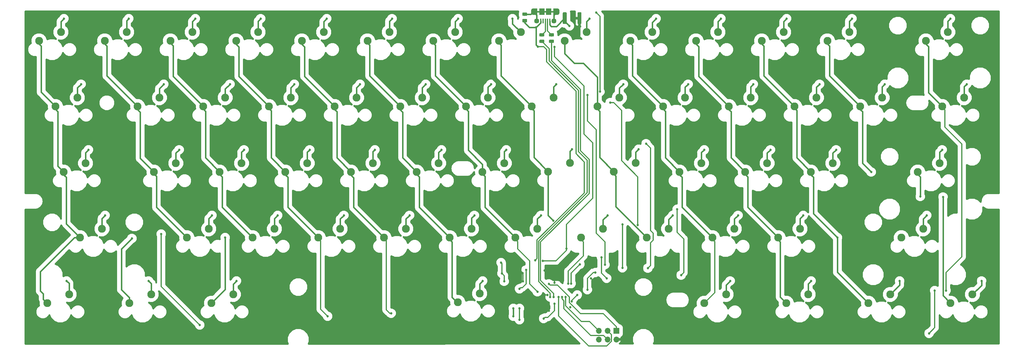
<source format=gtl>
G04 #@! TF.GenerationSoftware,KiCad,Pcbnew,5.0.1*
G04 #@! TF.CreationDate,2018-12-19T22:22:27+02:00*
G04 #@! TF.ProjectId,OH60,4F4836302E6B696361645F7063620000,rev?*
G04 #@! TF.SameCoordinates,Original*
G04 #@! TF.FileFunction,Copper,L1,Top,Signal*
G04 #@! TF.FilePolarity,Positive*
%FSLAX46Y46*%
G04 Gerber Fmt 4.6, Leading zero omitted, Abs format (unit mm)*
G04 Created by KiCad (PCBNEW 5.0.1) date Wed 19 Dec 2018 22:22:27 SAST*
%MOMM*%
%LPD*%
G01*
G04 APERTURE LIST*
G04 #@! TA.AperFunction,ComponentPad*
%ADD10C,2.286000*%
G04 #@! TD*
G04 #@! TA.AperFunction,ComponentPad*
%ADD11R,1.700000X1.700000*%
G04 #@! TD*
G04 #@! TA.AperFunction,ComponentPad*
%ADD12O,1.700000X1.700000*%
G04 #@! TD*
G04 #@! TA.AperFunction,SMDPad,CuDef*
%ADD13R,1.500000X1.900000*%
G04 #@! TD*
G04 #@! TA.AperFunction,ComponentPad*
%ADD14C,1.450000*%
G04 #@! TD*
G04 #@! TA.AperFunction,SMDPad,CuDef*
%ADD15R,0.400000X1.350000*%
G04 #@! TD*
G04 #@! TA.AperFunction,ComponentPad*
%ADD16O,1.200000X1.900000*%
G04 #@! TD*
G04 #@! TA.AperFunction,SMDPad,CuDef*
%ADD17R,1.200000X1.900000*%
G04 #@! TD*
G04 #@! TA.AperFunction,Conductor*
%ADD18C,0.100000*%
G04 #@! TD*
G04 #@! TA.AperFunction,SMDPad,CuDef*
%ADD19C,1.125000*%
G04 #@! TD*
G04 #@! TA.AperFunction,SMDPad,CuDef*
%ADD20C,0.975000*%
G04 #@! TD*
G04 #@! TA.AperFunction,ViaPad*
%ADD21C,0.685800*%
G04 #@! TD*
G04 #@! TA.AperFunction,Conductor*
%ADD22C,0.457200*%
G04 #@! TD*
G04 #@! TA.AperFunction,Conductor*
%ADD23C,0.304800*%
G04 #@! TD*
G04 #@! TA.AperFunction,Conductor*
%ADD24C,0.152400*%
G04 #@! TD*
G04 #@! TA.AperFunction,Conductor*
%ADD25C,0.508000*%
G04 #@! TD*
G04 APERTURE END LIST*
D10*
G04 #@! TO.P,SW22,2*
G04 #@! TO.N,/matrix/COL_7*
X179065000Y-56510000D03*
G04 #@! TO.P,SW22,1*
G04 #@! TO.N,Net-(D22-Pad2)*
X185415000Y-53970000D03*
G04 #@! TD*
G04 #@! TO.P,SW9,1*
G04 #@! TO.N,Net-(D9-Pad2)*
X194940000Y-34920000D03*
G04 #@! TO.P,SW9,2*
G04 #@! TO.N,/matrix/COL_8*
X188590000Y-37460000D03*
G04 #@! TD*
G04 #@! TO.P,SW1,1*
G04 #@! TO.N,Net-(D1-Pad2)*
X42540000Y-34920000D03*
G04 #@! TO.P,SW1,2*
G04 #@! TO.N,/matrix/COL_0*
X36190000Y-37460000D03*
G04 #@! TD*
G04 #@! TO.P,SW16,2*
G04 #@! TO.N,/matrix/COL_1*
X64765000Y-56510000D03*
G04 #@! TO.P,SW16,1*
G04 #@! TO.N,Net-(D16-Pad2)*
X71115000Y-53970000D03*
G04 #@! TD*
G04 #@! TO.P,SW21,1*
G04 #@! TO.N,Net-(D21-Pad2)*
X166365000Y-53970000D03*
G04 #@! TO.P,SW21,2*
G04 #@! TO.N,/matrix/COL_6*
X160015000Y-56510000D03*
G04 #@! TD*
G04 #@! TO.P,SW30,2*
G04 #@! TO.N,/matrix/COL_1*
X69527500Y-75560000D03*
G04 #@! TO.P,SW30,1*
G04 #@! TO.N,Net-(D30-Pad2)*
X75877500Y-73020000D03*
G04 #@! TD*
G04 #@! TO.P,SW43,1*
G04 #@! TO.N,Net-(D43-Pad2)*
X85402500Y-92070000D03*
G04 #@! TO.P,SW43,2*
G04 #@! TO.N,/matrix/COL_1*
X79052500Y-94610000D03*
G04 #@! TD*
G04 #@! TO.P,SW54,2*
G04 #@! TO.N,/matrix/COL_0*
X38571250Y-113660000D03*
G04 #@! TO.P,SW54,1*
G04 #@! TO.N,Net-(D54-Pad2)*
X44921250Y-111120000D03*
G04 #@! TD*
G04 #@! TO.P,SW58,1*
G04 #@! TO.N,Net-(D58-Pad2)*
X235421250Y-111120000D03*
G04 #@! TO.P,SW58,2*
G04 #@! TO.N,/matrix/COL_9*
X229071250Y-113660000D03*
G04 #@! TD*
G04 #@! TO.P,SW15,1*
G04 #@! TO.N,Net-(D15-Pad2)*
X47302500Y-53970000D03*
G04 #@! TO.P,SW15,2*
G04 #@! TO.N,/matrix/COL_0*
X40952500Y-56510000D03*
G04 #@! TD*
G04 #@! TO.P,SW28,2*
G04 #@! TO.N,/matrix/COL_13*
X298127500Y-56510000D03*
G04 #@! TO.P,SW28,1*
G04 #@! TO.N,Net-(D28-Pad2)*
X304477500Y-53970000D03*
G04 #@! TD*
G04 #@! TO.P,SW20,1*
G04 #@! TO.N,Net-(D20-Pad2)*
X147315000Y-53970000D03*
G04 #@! TO.P,SW20,2*
G04 #@! TO.N,/matrix/COL_5*
X140965000Y-56510000D03*
G04 #@! TD*
G04 #@! TO.P,SW29,1*
G04 #@! TO.N,Net-(D29-Pad2)*
X49683750Y-73020000D03*
G04 #@! TO.P,SW29,2*
G04 #@! TO.N,/matrix/COL_0*
X43333750Y-75560000D03*
G04 #@! TD*
G04 #@! TO.P,SW14,1*
G04 #@! TO.N,Net-(D14-Pad2)*
X299715000Y-34920000D03*
G04 #@! TO.P,SW14,2*
G04 #@! TO.N,/matrix/COL_13*
X293365000Y-37460000D03*
G04 #@! TD*
G04 #@! TO.P,SW41,1*
G04 #@! TO.N,Net-(D41-Pad2)*
X297333750Y-73020000D03*
G04 #@! TO.P,SW41,2*
G04 #@! TO.N,/matrix/COL_12*
X290983750Y-75560000D03*
G04 #@! TD*
G04 #@! TO.P,SW53,1*
G04 #@! TO.N,Net-(D53-Pad2)*
X292571250Y-92070000D03*
G04 #@! TO.P,SW53,2*
G04 #@! TO.N,/matrix/COL_11*
X286221250Y-94610000D03*
G04 #@! TD*
G04 #@! TO.P,SW57,1*
G04 #@! TO.N,Net-(D57-Pad2)*
X163957000Y-110871000D03*
G04 #@! TO.P,SW57,2*
G04 #@! TO.N,/matrix/COL_5*
X157607000Y-113411000D03*
G04 #@! TD*
D11*
G04 #@! TO.P,J1,1*
G04 #@! TO.N,/mcu/MISO*
X203581000Y-121666000D03*
D12*
G04 #@! TO.P,J1,2*
G04 #@! TO.N,+5V*
X203581000Y-124206000D03*
G04 #@! TO.P,J1,3*
G04 #@! TO.N,/mcu/SCK*
X201041000Y-121666000D03*
G04 #@! TO.P,J1,4*
G04 #@! TO.N,/mcu/MOSI*
X201041000Y-124206000D03*
G04 #@! TO.P,J1,5*
G04 #@! TO.N,/mcu/RESET*
X198501000Y-121666000D03*
G04 #@! TO.P,J1,6*
G04 #@! TO.N,GND*
X198501000Y-124206000D03*
G04 #@! TD*
D13*
G04 #@! TO.P,J2,6*
G04 #@! TO.N,Net-(FB1-Pad1)*
X182007000Y-28988500D03*
D14*
X185507000Y-31688500D03*
D15*
G04 #@! TO.P,J2,2*
G04 #@! TO.N,/mcu/PRE_D-*
X183657000Y-31688500D03*
G04 #@! TO.P,J2,1*
G04 #@! TO.N,Net-(C12-Pad1)*
X184307000Y-31688500D03*
G04 #@! TO.P,J2,5*
G04 #@! TO.N,GND*
X181707000Y-31688500D03*
G04 #@! TO.P,J2,4*
G04 #@! TO.N,Net-(J2-Pad4)*
X182357000Y-31688500D03*
G04 #@! TO.P,J2,3*
G04 #@! TO.N,/mcu/PRE_D+*
X183007000Y-31688500D03*
D14*
G04 #@! TO.P,J2,6*
G04 #@! TO.N,Net-(FB1-Pad1)*
X180507000Y-31688500D03*
D13*
X184007000Y-28988500D03*
D16*
X186507000Y-28988500D03*
X179507000Y-28988500D03*
D17*
X180107000Y-28988500D03*
X185907000Y-28988500D03*
G04 #@! TD*
D18*
G04 #@! TO.N,+5V*
G04 #@! TO.C,F1*
G36*
X193250005Y-29162204D02*
X193274273Y-29165804D01*
X193298072Y-29171765D01*
X193321171Y-29180030D01*
X193343350Y-29190520D01*
X193364393Y-29203132D01*
X193384099Y-29217747D01*
X193402277Y-29234223D01*
X193418753Y-29252401D01*
X193433368Y-29272107D01*
X193445980Y-29293150D01*
X193456470Y-29315329D01*
X193464735Y-29338428D01*
X193470696Y-29362227D01*
X193474296Y-29386495D01*
X193475500Y-29410999D01*
X193475500Y-32311001D01*
X193474296Y-32335505D01*
X193470696Y-32359773D01*
X193464735Y-32383572D01*
X193456470Y-32406671D01*
X193445980Y-32428850D01*
X193433368Y-32449893D01*
X193418753Y-32469599D01*
X193402277Y-32487777D01*
X193384099Y-32504253D01*
X193364393Y-32518868D01*
X193343350Y-32531480D01*
X193321171Y-32541970D01*
X193298072Y-32550235D01*
X193274273Y-32556196D01*
X193250005Y-32559796D01*
X193225501Y-32561000D01*
X192600499Y-32561000D01*
X192575995Y-32559796D01*
X192551727Y-32556196D01*
X192527928Y-32550235D01*
X192504829Y-32541970D01*
X192482650Y-32531480D01*
X192461607Y-32518868D01*
X192441901Y-32504253D01*
X192423723Y-32487777D01*
X192407247Y-32469599D01*
X192392632Y-32449893D01*
X192380020Y-32428850D01*
X192369530Y-32406671D01*
X192361265Y-32383572D01*
X192355304Y-32359773D01*
X192351704Y-32335505D01*
X192350500Y-32311001D01*
X192350500Y-29410999D01*
X192351704Y-29386495D01*
X192355304Y-29362227D01*
X192361265Y-29338428D01*
X192369530Y-29315329D01*
X192380020Y-29293150D01*
X192392632Y-29272107D01*
X192407247Y-29252401D01*
X192423723Y-29234223D01*
X192441901Y-29217747D01*
X192461607Y-29203132D01*
X192482650Y-29190520D01*
X192504829Y-29180030D01*
X192527928Y-29171765D01*
X192551727Y-29165804D01*
X192575995Y-29162204D01*
X192600499Y-29161000D01*
X193225501Y-29161000D01*
X193250005Y-29162204D01*
X193250005Y-29162204D01*
G37*
D19*
G04 #@! TD*
G04 #@! TO.P,F1,1*
G04 #@! TO.N,+5V*
X192913000Y-30861000D03*
D18*
G04 #@! TO.N,Net-(C12-Pad1)*
G04 #@! TO.C,F1*
G36*
X188975005Y-29162204D02*
X188999273Y-29165804D01*
X189023072Y-29171765D01*
X189046171Y-29180030D01*
X189068350Y-29190520D01*
X189089393Y-29203132D01*
X189109099Y-29217747D01*
X189127277Y-29234223D01*
X189143753Y-29252401D01*
X189158368Y-29272107D01*
X189170980Y-29293150D01*
X189181470Y-29315329D01*
X189189735Y-29338428D01*
X189195696Y-29362227D01*
X189199296Y-29386495D01*
X189200500Y-29410999D01*
X189200500Y-32311001D01*
X189199296Y-32335505D01*
X189195696Y-32359773D01*
X189189735Y-32383572D01*
X189181470Y-32406671D01*
X189170980Y-32428850D01*
X189158368Y-32449893D01*
X189143753Y-32469599D01*
X189127277Y-32487777D01*
X189109099Y-32504253D01*
X189089393Y-32518868D01*
X189068350Y-32531480D01*
X189046171Y-32541970D01*
X189023072Y-32550235D01*
X188999273Y-32556196D01*
X188975005Y-32559796D01*
X188950501Y-32561000D01*
X188325499Y-32561000D01*
X188300995Y-32559796D01*
X188276727Y-32556196D01*
X188252928Y-32550235D01*
X188229829Y-32541970D01*
X188207650Y-32531480D01*
X188186607Y-32518868D01*
X188166901Y-32504253D01*
X188148723Y-32487777D01*
X188132247Y-32469599D01*
X188117632Y-32449893D01*
X188105020Y-32428850D01*
X188094530Y-32406671D01*
X188086265Y-32383572D01*
X188080304Y-32359773D01*
X188076704Y-32335505D01*
X188075500Y-32311001D01*
X188075500Y-29410999D01*
X188076704Y-29386495D01*
X188080304Y-29362227D01*
X188086265Y-29338428D01*
X188094530Y-29315329D01*
X188105020Y-29293150D01*
X188117632Y-29272107D01*
X188132247Y-29252401D01*
X188148723Y-29234223D01*
X188166901Y-29217747D01*
X188186607Y-29203132D01*
X188207650Y-29190520D01*
X188229829Y-29180030D01*
X188252928Y-29171765D01*
X188276727Y-29165804D01*
X188300995Y-29162204D01*
X188325499Y-29161000D01*
X188950501Y-29161000D01*
X188975005Y-29162204D01*
X188975005Y-29162204D01*
G37*
D19*
G04 #@! TD*
G04 #@! TO.P,F1,2*
G04 #@! TO.N,Net-(C12-Pad1)*
X188638000Y-30861000D03*
D18*
G04 #@! TO.N,GND*
G04 #@! TO.C,FB1*
G36*
X177518142Y-31106674D02*
X177541803Y-31110184D01*
X177565007Y-31115996D01*
X177587529Y-31124054D01*
X177609153Y-31134282D01*
X177629670Y-31146579D01*
X177648883Y-31160829D01*
X177666607Y-31176893D01*
X177682671Y-31194617D01*
X177696921Y-31213830D01*
X177709218Y-31234347D01*
X177719446Y-31255971D01*
X177727504Y-31278493D01*
X177733316Y-31301697D01*
X177736826Y-31325358D01*
X177738000Y-31349250D01*
X177738000Y-31836750D01*
X177736826Y-31860642D01*
X177733316Y-31884303D01*
X177727504Y-31907507D01*
X177719446Y-31930029D01*
X177709218Y-31951653D01*
X177696921Y-31972170D01*
X177682671Y-31991383D01*
X177666607Y-32009107D01*
X177648883Y-32025171D01*
X177629670Y-32039421D01*
X177609153Y-32051718D01*
X177587529Y-32061946D01*
X177565007Y-32070004D01*
X177541803Y-32075816D01*
X177518142Y-32079326D01*
X177494250Y-32080500D01*
X176581750Y-32080500D01*
X176557858Y-32079326D01*
X176534197Y-32075816D01*
X176510993Y-32070004D01*
X176488471Y-32061946D01*
X176466847Y-32051718D01*
X176446330Y-32039421D01*
X176427117Y-32025171D01*
X176409393Y-32009107D01*
X176393329Y-31991383D01*
X176379079Y-31972170D01*
X176366782Y-31951653D01*
X176356554Y-31930029D01*
X176348496Y-31907507D01*
X176342684Y-31884303D01*
X176339174Y-31860642D01*
X176338000Y-31836750D01*
X176338000Y-31349250D01*
X176339174Y-31325358D01*
X176342684Y-31301697D01*
X176348496Y-31278493D01*
X176356554Y-31255971D01*
X176366782Y-31234347D01*
X176379079Y-31213830D01*
X176393329Y-31194617D01*
X176409393Y-31176893D01*
X176427117Y-31160829D01*
X176446330Y-31146579D01*
X176466847Y-31134282D01*
X176488471Y-31124054D01*
X176510993Y-31115996D01*
X176534197Y-31110184D01*
X176557858Y-31106674D01*
X176581750Y-31105500D01*
X177494250Y-31105500D01*
X177518142Y-31106674D01*
X177518142Y-31106674D01*
G37*
D20*
G04 #@! TD*
G04 #@! TO.P,FB1,2*
G04 #@! TO.N,GND*
X177038000Y-31593000D03*
D18*
G04 #@! TO.N,Net-(FB1-Pad1)*
G04 #@! TO.C,FB1*
G36*
X177518142Y-29231674D02*
X177541803Y-29235184D01*
X177565007Y-29240996D01*
X177587529Y-29249054D01*
X177609153Y-29259282D01*
X177629670Y-29271579D01*
X177648883Y-29285829D01*
X177666607Y-29301893D01*
X177682671Y-29319617D01*
X177696921Y-29338830D01*
X177709218Y-29359347D01*
X177719446Y-29380971D01*
X177727504Y-29403493D01*
X177733316Y-29426697D01*
X177736826Y-29450358D01*
X177738000Y-29474250D01*
X177738000Y-29961750D01*
X177736826Y-29985642D01*
X177733316Y-30009303D01*
X177727504Y-30032507D01*
X177719446Y-30055029D01*
X177709218Y-30076653D01*
X177696921Y-30097170D01*
X177682671Y-30116383D01*
X177666607Y-30134107D01*
X177648883Y-30150171D01*
X177629670Y-30164421D01*
X177609153Y-30176718D01*
X177587529Y-30186946D01*
X177565007Y-30195004D01*
X177541803Y-30200816D01*
X177518142Y-30204326D01*
X177494250Y-30205500D01*
X176581750Y-30205500D01*
X176557858Y-30204326D01*
X176534197Y-30200816D01*
X176510993Y-30195004D01*
X176488471Y-30186946D01*
X176466847Y-30176718D01*
X176446330Y-30164421D01*
X176427117Y-30150171D01*
X176409393Y-30134107D01*
X176393329Y-30116383D01*
X176379079Y-30097170D01*
X176366782Y-30076653D01*
X176356554Y-30055029D01*
X176348496Y-30032507D01*
X176342684Y-30009303D01*
X176339174Y-29985642D01*
X176338000Y-29961750D01*
X176338000Y-29474250D01*
X176339174Y-29450358D01*
X176342684Y-29426697D01*
X176348496Y-29403493D01*
X176356554Y-29380971D01*
X176366782Y-29359347D01*
X176379079Y-29338830D01*
X176393329Y-29319617D01*
X176409393Y-29301893D01*
X176427117Y-29285829D01*
X176446330Y-29271579D01*
X176466847Y-29259282D01*
X176488471Y-29249054D01*
X176510993Y-29240996D01*
X176534197Y-29235184D01*
X176557858Y-29231674D01*
X176581750Y-29230500D01*
X177494250Y-29230500D01*
X177518142Y-29231674D01*
X177518142Y-29231674D01*
G37*
D20*
G04 #@! TD*
G04 #@! TO.P,FB1,1*
G04 #@! TO.N,Net-(FB1-Pad1)*
X177038000Y-29718000D03*
D18*
G04 #@! TO.N,/mcu/D-*
G04 #@! TO.C,R4*
G36*
X185265142Y-37105674D02*
X185288803Y-37109184D01*
X185312007Y-37114996D01*
X185334529Y-37123054D01*
X185356153Y-37133282D01*
X185376670Y-37145579D01*
X185395883Y-37159829D01*
X185413607Y-37175893D01*
X185429671Y-37193617D01*
X185443921Y-37212830D01*
X185456218Y-37233347D01*
X185466446Y-37254971D01*
X185474504Y-37277493D01*
X185480316Y-37300697D01*
X185483826Y-37324358D01*
X185485000Y-37348250D01*
X185485000Y-37835750D01*
X185483826Y-37859642D01*
X185480316Y-37883303D01*
X185474504Y-37906507D01*
X185466446Y-37929029D01*
X185456218Y-37950653D01*
X185443921Y-37971170D01*
X185429671Y-37990383D01*
X185413607Y-38008107D01*
X185395883Y-38024171D01*
X185376670Y-38038421D01*
X185356153Y-38050718D01*
X185334529Y-38060946D01*
X185312007Y-38069004D01*
X185288803Y-38074816D01*
X185265142Y-38078326D01*
X185241250Y-38079500D01*
X184328750Y-38079500D01*
X184304858Y-38078326D01*
X184281197Y-38074816D01*
X184257993Y-38069004D01*
X184235471Y-38060946D01*
X184213847Y-38050718D01*
X184193330Y-38038421D01*
X184174117Y-38024171D01*
X184156393Y-38008107D01*
X184140329Y-37990383D01*
X184126079Y-37971170D01*
X184113782Y-37950653D01*
X184103554Y-37929029D01*
X184095496Y-37906507D01*
X184089684Y-37883303D01*
X184086174Y-37859642D01*
X184085000Y-37835750D01*
X184085000Y-37348250D01*
X184086174Y-37324358D01*
X184089684Y-37300697D01*
X184095496Y-37277493D01*
X184103554Y-37254971D01*
X184113782Y-37233347D01*
X184126079Y-37212830D01*
X184140329Y-37193617D01*
X184156393Y-37175893D01*
X184174117Y-37159829D01*
X184193330Y-37145579D01*
X184213847Y-37133282D01*
X184235471Y-37123054D01*
X184257993Y-37114996D01*
X184281197Y-37109184D01*
X184304858Y-37105674D01*
X184328750Y-37104500D01*
X185241250Y-37104500D01*
X185265142Y-37105674D01*
X185265142Y-37105674D01*
G37*
D20*
G04 #@! TD*
G04 #@! TO.P,R4,1*
G04 #@! TO.N,/mcu/D-*
X184785000Y-37592000D03*
D18*
G04 #@! TO.N,/mcu/PRE_D-*
G04 #@! TO.C,R4*
G36*
X185265142Y-35230674D02*
X185288803Y-35234184D01*
X185312007Y-35239996D01*
X185334529Y-35248054D01*
X185356153Y-35258282D01*
X185376670Y-35270579D01*
X185395883Y-35284829D01*
X185413607Y-35300893D01*
X185429671Y-35318617D01*
X185443921Y-35337830D01*
X185456218Y-35358347D01*
X185466446Y-35379971D01*
X185474504Y-35402493D01*
X185480316Y-35425697D01*
X185483826Y-35449358D01*
X185485000Y-35473250D01*
X185485000Y-35960750D01*
X185483826Y-35984642D01*
X185480316Y-36008303D01*
X185474504Y-36031507D01*
X185466446Y-36054029D01*
X185456218Y-36075653D01*
X185443921Y-36096170D01*
X185429671Y-36115383D01*
X185413607Y-36133107D01*
X185395883Y-36149171D01*
X185376670Y-36163421D01*
X185356153Y-36175718D01*
X185334529Y-36185946D01*
X185312007Y-36194004D01*
X185288803Y-36199816D01*
X185265142Y-36203326D01*
X185241250Y-36204500D01*
X184328750Y-36204500D01*
X184304858Y-36203326D01*
X184281197Y-36199816D01*
X184257993Y-36194004D01*
X184235471Y-36185946D01*
X184213847Y-36175718D01*
X184193330Y-36163421D01*
X184174117Y-36149171D01*
X184156393Y-36133107D01*
X184140329Y-36115383D01*
X184126079Y-36096170D01*
X184113782Y-36075653D01*
X184103554Y-36054029D01*
X184095496Y-36031507D01*
X184089684Y-36008303D01*
X184086174Y-35984642D01*
X184085000Y-35960750D01*
X184085000Y-35473250D01*
X184086174Y-35449358D01*
X184089684Y-35425697D01*
X184095496Y-35402493D01*
X184103554Y-35379971D01*
X184113782Y-35358347D01*
X184126079Y-35337830D01*
X184140329Y-35318617D01*
X184156393Y-35300893D01*
X184174117Y-35284829D01*
X184193330Y-35270579D01*
X184213847Y-35258282D01*
X184235471Y-35248054D01*
X184257993Y-35239996D01*
X184281197Y-35234184D01*
X184304858Y-35230674D01*
X184328750Y-35229500D01*
X185241250Y-35229500D01*
X185265142Y-35230674D01*
X185265142Y-35230674D01*
G37*
D20*
G04 #@! TD*
G04 #@! TO.P,R4,2*
G04 #@! TO.N,/mcu/PRE_D-*
X184785000Y-35717000D03*
D18*
G04 #@! TO.N,/mcu/PRE_D+*
G04 #@! TO.C,R3*
G36*
X182471142Y-35230674D02*
X182494803Y-35234184D01*
X182518007Y-35239996D01*
X182540529Y-35248054D01*
X182562153Y-35258282D01*
X182582670Y-35270579D01*
X182601883Y-35284829D01*
X182619607Y-35300893D01*
X182635671Y-35318617D01*
X182649921Y-35337830D01*
X182662218Y-35358347D01*
X182672446Y-35379971D01*
X182680504Y-35402493D01*
X182686316Y-35425697D01*
X182689826Y-35449358D01*
X182691000Y-35473250D01*
X182691000Y-35960750D01*
X182689826Y-35984642D01*
X182686316Y-36008303D01*
X182680504Y-36031507D01*
X182672446Y-36054029D01*
X182662218Y-36075653D01*
X182649921Y-36096170D01*
X182635671Y-36115383D01*
X182619607Y-36133107D01*
X182601883Y-36149171D01*
X182582670Y-36163421D01*
X182562153Y-36175718D01*
X182540529Y-36185946D01*
X182518007Y-36194004D01*
X182494803Y-36199816D01*
X182471142Y-36203326D01*
X182447250Y-36204500D01*
X181534750Y-36204500D01*
X181510858Y-36203326D01*
X181487197Y-36199816D01*
X181463993Y-36194004D01*
X181441471Y-36185946D01*
X181419847Y-36175718D01*
X181399330Y-36163421D01*
X181380117Y-36149171D01*
X181362393Y-36133107D01*
X181346329Y-36115383D01*
X181332079Y-36096170D01*
X181319782Y-36075653D01*
X181309554Y-36054029D01*
X181301496Y-36031507D01*
X181295684Y-36008303D01*
X181292174Y-35984642D01*
X181291000Y-35960750D01*
X181291000Y-35473250D01*
X181292174Y-35449358D01*
X181295684Y-35425697D01*
X181301496Y-35402493D01*
X181309554Y-35379971D01*
X181319782Y-35358347D01*
X181332079Y-35337830D01*
X181346329Y-35318617D01*
X181362393Y-35300893D01*
X181380117Y-35284829D01*
X181399330Y-35270579D01*
X181419847Y-35258282D01*
X181441471Y-35248054D01*
X181463993Y-35239996D01*
X181487197Y-35234184D01*
X181510858Y-35230674D01*
X181534750Y-35229500D01*
X182447250Y-35229500D01*
X182471142Y-35230674D01*
X182471142Y-35230674D01*
G37*
D20*
G04 #@! TD*
G04 #@! TO.P,R3,2*
G04 #@! TO.N,/mcu/PRE_D+*
X181991000Y-35717000D03*
D18*
G04 #@! TO.N,/mcu/D+*
G04 #@! TO.C,R3*
G36*
X182471142Y-37105674D02*
X182494803Y-37109184D01*
X182518007Y-37114996D01*
X182540529Y-37123054D01*
X182562153Y-37133282D01*
X182582670Y-37145579D01*
X182601883Y-37159829D01*
X182619607Y-37175893D01*
X182635671Y-37193617D01*
X182649921Y-37212830D01*
X182662218Y-37233347D01*
X182672446Y-37254971D01*
X182680504Y-37277493D01*
X182686316Y-37300697D01*
X182689826Y-37324358D01*
X182691000Y-37348250D01*
X182691000Y-37835750D01*
X182689826Y-37859642D01*
X182686316Y-37883303D01*
X182680504Y-37906507D01*
X182672446Y-37929029D01*
X182662218Y-37950653D01*
X182649921Y-37971170D01*
X182635671Y-37990383D01*
X182619607Y-38008107D01*
X182601883Y-38024171D01*
X182582670Y-38038421D01*
X182562153Y-38050718D01*
X182540529Y-38060946D01*
X182518007Y-38069004D01*
X182494803Y-38074816D01*
X182471142Y-38078326D01*
X182447250Y-38079500D01*
X181534750Y-38079500D01*
X181510858Y-38078326D01*
X181487197Y-38074816D01*
X181463993Y-38069004D01*
X181441471Y-38060946D01*
X181419847Y-38050718D01*
X181399330Y-38038421D01*
X181380117Y-38024171D01*
X181362393Y-38008107D01*
X181346329Y-37990383D01*
X181332079Y-37971170D01*
X181319782Y-37950653D01*
X181309554Y-37929029D01*
X181301496Y-37906507D01*
X181295684Y-37883303D01*
X181292174Y-37859642D01*
X181291000Y-37835750D01*
X181291000Y-37348250D01*
X181292174Y-37324358D01*
X181295684Y-37300697D01*
X181301496Y-37277493D01*
X181309554Y-37254971D01*
X181319782Y-37233347D01*
X181332079Y-37212830D01*
X181346329Y-37193617D01*
X181362393Y-37175893D01*
X181380117Y-37159829D01*
X181399330Y-37145579D01*
X181419847Y-37133282D01*
X181441471Y-37123054D01*
X181463993Y-37114996D01*
X181487197Y-37109184D01*
X181510858Y-37105674D01*
X181534750Y-37104500D01*
X182447250Y-37104500D01*
X182471142Y-37105674D01*
X182471142Y-37105674D01*
G37*
D20*
G04 #@! TD*
G04 #@! TO.P,R3,1*
G04 #@! TO.N,/mcu/D+*
X181991000Y-37592000D03*
D10*
G04 #@! TO.P,SW61,1*
G04 #@! TO.N,Net-(D61-Pad2)*
X306858750Y-111120000D03*
G04 #@! TO.P,SW61,2*
G04 #@! TO.N,/matrix/COL_12*
X300508750Y-113660000D03*
G04 #@! TD*
G04 #@! TO.P,SW55,1*
G04 #@! TO.N,Net-(D55-Pad2)*
X68733750Y-111120000D03*
G04 #@! TO.P,SW55,2*
G04 #@! TO.N,/matrix/COL_1*
X62383750Y-113660000D03*
G04 #@! TD*
G04 #@! TO.P,SW56,2*
G04 #@! TO.N,/matrix/COL_2*
X86196250Y-113660000D03*
G04 #@! TO.P,SW56,1*
G04 #@! TO.N,Net-(D56-Pad2)*
X92546250Y-111120000D03*
G04 #@! TD*
G04 #@! TO.P,SW60,1*
G04 #@! TO.N,Net-(D60-Pad2)*
X283046250Y-111120000D03*
G04 #@! TO.P,SW60,2*
G04 #@! TO.N,/matrix/COL_11*
X276696250Y-113660000D03*
G04 #@! TD*
G04 #@! TO.P,SW42,1*
G04 #@! TO.N,Net-(D42-Pad2)*
X54446250Y-92070000D03*
G04 #@! TO.P,SW42,2*
G04 #@! TO.N,/matrix/COL_0*
X48096250Y-94610000D03*
G04 #@! TD*
G04 #@! TO.P,SW59,2*
G04 #@! TO.N,/matrix/COL_10*
X252883750Y-113660000D03*
G04 #@! TO.P,SW59,1*
G04 #@! TO.N,Net-(D59-Pad2)*
X259233750Y-111120000D03*
G04 #@! TD*
G04 #@! TO.P,SW19,1*
G04 #@! TO.N,Net-(D19-Pad2)*
X128265000Y-53970000D03*
G04 #@! TO.P,SW19,2*
G04 #@! TO.N,/matrix/COL_4*
X121915000Y-56510000D03*
G04 #@! TD*
G04 #@! TO.P,SW13,1*
G04 #@! TO.N,Net-(D13-Pad2)*
X271140000Y-34920000D03*
G04 #@! TO.P,SW13,2*
G04 #@! TO.N,/matrix/COL_12*
X264790000Y-37460000D03*
G04 #@! TD*
G04 #@! TO.P,SW12,2*
G04 #@! TO.N,/matrix/COL_11*
X245740000Y-37460000D03*
G04 #@! TO.P,SW12,1*
G04 #@! TO.N,Net-(D12-Pad2)*
X252090000Y-34920000D03*
G04 #@! TD*
G04 #@! TO.P,SW11,1*
G04 #@! TO.N,Net-(D11-Pad2)*
X233040000Y-34920000D03*
G04 #@! TO.P,SW11,2*
G04 #@! TO.N,/matrix/COL_10*
X226690000Y-37460000D03*
G04 #@! TD*
G04 #@! TO.P,SW10,2*
G04 #@! TO.N,/matrix/COL_9*
X207640000Y-37460000D03*
G04 #@! TO.P,SW10,1*
G04 #@! TO.N,Net-(D10-Pad2)*
X213990000Y-34920000D03*
G04 #@! TD*
G04 #@! TO.P,SW8,2*
G04 #@! TO.N,/matrix/COL_7*
X169540000Y-37460000D03*
G04 #@! TO.P,SW8,1*
G04 #@! TO.N,Net-(D8-Pad2)*
X175890000Y-34920000D03*
G04 #@! TD*
G04 #@! TO.P,SW7,1*
G04 #@! TO.N,Net-(D7-Pad2)*
X156840000Y-34920000D03*
G04 #@! TO.P,SW7,2*
G04 #@! TO.N,/matrix/COL_6*
X150490000Y-37460000D03*
G04 #@! TD*
G04 #@! TO.P,SW6,2*
G04 #@! TO.N,/matrix/COL_5*
X131440000Y-37460000D03*
G04 #@! TO.P,SW6,1*
G04 #@! TO.N,Net-(D6-Pad2)*
X137790000Y-34920000D03*
G04 #@! TD*
G04 #@! TO.P,SW5,1*
G04 #@! TO.N,Net-(D5-Pad2)*
X118740000Y-34920000D03*
G04 #@! TO.P,SW5,2*
G04 #@! TO.N,/matrix/COL_4*
X112390000Y-37460000D03*
G04 #@! TD*
G04 #@! TO.P,SW4,2*
G04 #@! TO.N,/matrix/COL_3*
X93340000Y-37460000D03*
G04 #@! TO.P,SW4,1*
G04 #@! TO.N,Net-(D4-Pad2)*
X99690000Y-34920000D03*
G04 #@! TD*
G04 #@! TO.P,SW3,1*
G04 #@! TO.N,Net-(D3-Pad2)*
X80640000Y-34920000D03*
G04 #@! TO.P,SW3,2*
G04 #@! TO.N,/matrix/COL_2*
X74290000Y-37460000D03*
G04 #@! TD*
G04 #@! TO.P,SW33,2*
G04 #@! TO.N,/matrix/COL_4*
X126677500Y-75560000D03*
G04 #@! TO.P,SW33,1*
G04 #@! TO.N,Net-(D33-Pad2)*
X133027500Y-73020000D03*
G04 #@! TD*
G04 #@! TO.P,SW18,2*
G04 #@! TO.N,/matrix/COL_3*
X102865000Y-56510000D03*
G04 #@! TO.P,SW18,1*
G04 #@! TO.N,Net-(D18-Pad2)*
X109215000Y-53970000D03*
G04 #@! TD*
G04 #@! TO.P,SW23,1*
G04 #@! TO.N,Net-(D23-Pad2)*
X204465000Y-53970000D03*
G04 #@! TO.P,SW23,2*
G04 #@! TO.N,/matrix/COL_8*
X198115000Y-56510000D03*
G04 #@! TD*
G04 #@! TO.P,SW24,2*
G04 #@! TO.N,/matrix/COL_9*
X217165000Y-56510000D03*
G04 #@! TO.P,SW24,1*
G04 #@! TO.N,Net-(D24-Pad2)*
X223515000Y-53970000D03*
G04 #@! TD*
G04 #@! TO.P,SW25,1*
G04 #@! TO.N,Net-(D25-Pad2)*
X242565000Y-53970000D03*
G04 #@! TO.P,SW25,2*
G04 #@! TO.N,/matrix/COL_10*
X236215000Y-56510000D03*
G04 #@! TD*
G04 #@! TO.P,SW26,2*
G04 #@! TO.N,/matrix/COL_11*
X255265000Y-56510000D03*
G04 #@! TO.P,SW26,1*
G04 #@! TO.N,Net-(D26-Pad2)*
X261615000Y-53970000D03*
G04 #@! TD*
G04 #@! TO.P,SW27,1*
G04 #@! TO.N,Net-(D27-Pad2)*
X280665000Y-53970000D03*
G04 #@! TO.P,SW27,2*
G04 #@! TO.N,/matrix/COL_12*
X274315000Y-56510000D03*
G04 #@! TD*
G04 #@! TO.P,SW31,1*
G04 #@! TO.N,Net-(D31-Pad2)*
X94927500Y-73020000D03*
G04 #@! TO.P,SW31,2*
G04 #@! TO.N,/matrix/COL_2*
X88577500Y-75560000D03*
G04 #@! TD*
G04 #@! TO.P,SW48,2*
G04 #@! TO.N,/matrix/COL_6*
X174302500Y-94610000D03*
G04 #@! TO.P,SW48,1*
G04 #@! TO.N,Net-(D48-Pad2)*
X180652500Y-92070000D03*
G04 #@! TD*
G04 #@! TO.P,SW2,1*
G04 #@! TO.N,Net-(D2-Pad2)*
X61590000Y-34920000D03*
G04 #@! TO.P,SW2,2*
G04 #@! TO.N,/matrix/COL_1*
X55240000Y-37460000D03*
G04 #@! TD*
G04 #@! TO.P,SW17,2*
G04 #@! TO.N,/matrix/COL_2*
X83815000Y-56510000D03*
G04 #@! TO.P,SW17,1*
G04 #@! TO.N,Net-(D17-Pad2)*
X90165000Y-53970000D03*
G04 #@! TD*
G04 #@! TO.P,SW34,1*
G04 #@! TO.N,Net-(D34-Pad2)*
X152077500Y-73020000D03*
G04 #@! TO.P,SW34,2*
G04 #@! TO.N,/matrix/COL_5*
X145727500Y-75560000D03*
G04 #@! TD*
G04 #@! TO.P,SW35,2*
G04 #@! TO.N,/matrix/COL_6*
X164777500Y-75560000D03*
G04 #@! TO.P,SW35,1*
G04 #@! TO.N,Net-(D35-Pad2)*
X171127500Y-73020000D03*
G04 #@! TD*
G04 #@! TO.P,SW36,1*
G04 #@! TO.N,Net-(D36-Pad2)*
X190177500Y-72920000D03*
G04 #@! TO.P,SW36,2*
G04 #@! TO.N,/matrix/COL_7*
X183827500Y-75460000D03*
G04 #@! TD*
G04 #@! TO.P,SW37,2*
G04 #@! TO.N,/matrix/COL_8*
X202877500Y-75460000D03*
G04 #@! TO.P,SW37,1*
G04 #@! TO.N,Net-(D37-Pad2)*
X209227500Y-72920000D03*
G04 #@! TD*
G04 #@! TO.P,SW38,1*
G04 #@! TO.N,Net-(D38-Pad2)*
X228277500Y-73020000D03*
G04 #@! TO.P,SW38,2*
G04 #@! TO.N,/matrix/COL_9*
X221927500Y-75560000D03*
G04 #@! TD*
G04 #@! TO.P,SW39,2*
G04 #@! TO.N,/matrix/COL_10*
X240977500Y-75560000D03*
G04 #@! TO.P,SW39,1*
G04 #@! TO.N,Net-(D39-Pad2)*
X247327500Y-73020000D03*
G04 #@! TD*
G04 #@! TO.P,SW40,1*
G04 #@! TO.N,Net-(D40-Pad2)*
X266377500Y-73020000D03*
G04 #@! TO.P,SW40,2*
G04 #@! TO.N,/matrix/COL_11*
X260027500Y-75560000D03*
G04 #@! TD*
G04 #@! TO.P,SW44,1*
G04 #@! TO.N,Net-(D44-Pad2)*
X104452500Y-92070000D03*
G04 #@! TO.P,SW44,2*
G04 #@! TO.N,/matrix/COL_2*
X98102500Y-94610000D03*
G04 #@! TD*
G04 #@! TO.P,SW45,2*
G04 #@! TO.N,/matrix/COL_3*
X117152500Y-94610000D03*
G04 #@! TO.P,SW45,1*
G04 #@! TO.N,Net-(D45-Pad2)*
X123502500Y-92070000D03*
G04 #@! TD*
G04 #@! TO.P,SW46,1*
G04 #@! TO.N,Net-(D46-Pad2)*
X142552500Y-92070000D03*
G04 #@! TO.P,SW46,2*
G04 #@! TO.N,/matrix/COL_4*
X136202500Y-94610000D03*
G04 #@! TD*
G04 #@! TO.P,SW47,2*
G04 #@! TO.N,/matrix/COL_5*
X155252500Y-94610000D03*
G04 #@! TO.P,SW47,1*
G04 #@! TO.N,Net-(D47-Pad2)*
X161602500Y-92070000D03*
G04 #@! TD*
G04 #@! TO.P,SW32,1*
G04 #@! TO.N,Net-(D32-Pad2)*
X113977500Y-73020000D03*
G04 #@! TO.P,SW32,2*
G04 #@! TO.N,/matrix/COL_3*
X107627500Y-75560000D03*
G04 #@! TD*
G04 #@! TO.P,SW49,2*
G04 #@! TO.N,/matrix/COL_7*
X193352500Y-94610000D03*
G04 #@! TO.P,SW49,1*
G04 #@! TO.N,Net-(D49-Pad2)*
X199702500Y-92070000D03*
G04 #@! TD*
G04 #@! TO.P,SW50,1*
G04 #@! TO.N,Net-(D50-Pad2)*
X218752500Y-92070000D03*
G04 #@! TO.P,SW50,2*
G04 #@! TO.N,/matrix/COL_8*
X212402500Y-94610000D03*
G04 #@! TD*
G04 #@! TO.P,SW51,2*
G04 #@! TO.N,/matrix/COL_9*
X231452500Y-94610000D03*
G04 #@! TO.P,SW51,1*
G04 #@! TO.N,Net-(D51-Pad2)*
X237802500Y-92070000D03*
G04 #@! TD*
G04 #@! TO.P,SW52,1*
G04 #@! TO.N,Net-(D52-Pad2)*
X256852500Y-92070000D03*
G04 #@! TO.P,SW52,2*
G04 #@! TO.N,/matrix/COL_10*
X250502500Y-94610000D03*
G04 #@! TD*
D21*
G04 #@! TO.N,Net-(D1-Pad2)*
X43434000Y-30988000D03*
G04 #@! TO.N,/matrix/COL_0*
X71628000Y-93599000D03*
X82804000Y-120015000D03*
G04 #@! TO.N,/matrix/COL_8*
X193040000Y-102362000D03*
X190500000Y-107950000D03*
G04 #@! TO.N,/matrix/COL_7*
X189661797Y-107950000D03*
X185293008Y-89662000D03*
G04 #@! TO.N,/matrix/COL_6*
X180721000Y-110363000D03*
G04 #@! TO.N,Net-(D61-Pad2)*
X309499000Y-107188000D03*
G04 #@! TO.N,Net-(D60-Pad2)*
X285750000Y-107188000D03*
G04 #@! TO.N,/matrix/COL_4*
X138303000Y-116586000D03*
G04 #@! TO.N,Net-(D59-Pad2)*
X260096000Y-107188000D03*
G04 #@! TO.N,Net-(D58-Pad2)*
X236601000Y-107188000D03*
G04 #@! TO.N,/matrix/COL_3*
X119888000Y-117475000D03*
G04 #@! TO.N,/matrix/COL_2*
X90170000Y-94615000D03*
G04 #@! TO.N,Net-(D57-Pad2)*
X164846000Y-107188000D03*
G04 #@! TO.N,Net-(D56-Pad2)*
X93472000Y-107188000D03*
G04 #@! TO.N,/matrix/COL_1*
X63119000Y-94869000D03*
G04 #@! TO.N,Net-(D55-Pad2)*
X67945000Y-107188000D03*
G04 #@! TO.N,Net-(D54-Pad2)*
X44196000Y-107188000D03*
G04 #@! TO.N,Net-(D53-Pad2)*
X293624000Y-88138000D03*
G04 #@! TO.N,Net-(D52-Pad2)*
X257810000Y-88138000D03*
G04 #@! TO.N,Net-(D51-Pad2)*
X238887000Y-88138000D03*
G04 #@! TO.N,Net-(D50-Pad2)*
X219964000Y-88138000D03*
G04 #@! TO.N,Net-(D49-Pad2)*
X201041000Y-88138000D03*
G04 #@! TO.N,Net-(D32-Pad2)*
X114681000Y-69088000D03*
G04 #@! TO.N,Net-(D47-Pad2)*
X162433000Y-88138000D03*
G04 #@! TO.N,Net-(D46-Pad2)*
X143637000Y-88138000D03*
G04 #@! TO.N,Net-(D45-Pad2)*
X124587000Y-88138000D03*
G04 #@! TO.N,Net-(D44-Pad2)*
X105410000Y-88138000D03*
G04 #@! TO.N,Net-(D43-Pad2)*
X86360000Y-88138000D03*
G04 #@! TO.N,Net-(D42-Pad2)*
X55372000Y-88138000D03*
G04 #@! TO.N,Net-(D41-Pad2)*
X298069000Y-69088000D03*
G04 #@! TO.N,Net-(D40-Pad2)*
X267335000Y-69088000D03*
G04 #@! TO.N,Net-(D39-Pad2)*
X248285000Y-69088000D03*
G04 #@! TO.N,Net-(D38-Pad2)*
X229108000Y-69088000D03*
G04 #@! TO.N,Net-(D37-Pad2)*
X210058000Y-68961000D03*
G04 #@! TO.N,Net-(D36-Pad2)*
X190754000Y-68961000D03*
G04 #@! TO.N,Net-(D35-Pad2)*
X171704000Y-69088000D03*
G04 #@! TO.N,Net-(D34-Pad2)*
X152908000Y-69088000D03*
G04 #@! TO.N,Net-(D17-Pad2)*
X91567000Y-50038000D03*
G04 #@! TO.N,Net-(D2-Pad2)*
X62230000Y-30988000D03*
G04 #@! TO.N,Net-(D48-Pad2)*
X181737000Y-88138000D03*
G04 #@! TO.N,Net-(D31-Pad2)*
X95631000Y-69088000D03*
G04 #@! TO.N,Net-(D30-Pad2)*
X76835000Y-69088000D03*
G04 #@! TO.N,Net-(D29-Pad2)*
X50546000Y-69088000D03*
G04 #@! TO.N,Net-(D28-Pad2)*
X305181000Y-50038000D03*
G04 #@! TO.N,Net-(D27-Pad2)*
X281432000Y-50038000D03*
G04 #@! TO.N,Net-(D26-Pad2)*
X262509000Y-50038000D03*
G04 #@! TO.N,Net-(D25-Pad2)*
X243332000Y-50038000D03*
G04 #@! TO.N,Net-(D24-Pad2)*
X224409000Y-50038000D03*
G04 #@! TO.N,Net-(D23-Pad2)*
X205613000Y-50038000D03*
G04 #@! TO.N,Net-(D22-Pad2)*
X186182000Y-50038000D03*
G04 #@! TO.N,Net-(D21-Pad2)*
X167259000Y-50038000D03*
G04 #@! TO.N,Net-(D20-Pad2)*
X148336000Y-50038000D03*
G04 #@! TO.N,Net-(D19-Pad2)*
X129286000Y-50038000D03*
G04 #@! TO.N,Net-(D18-Pad2)*
X110236000Y-50038000D03*
G04 #@! TO.N,Net-(D16-Pad2)*
X72390000Y-50038000D03*
G04 #@! TO.N,Net-(D33-Pad2)*
X133604000Y-69088000D03*
G04 #@! TO.N,Net-(D3-Pad2)*
X81534000Y-30988000D03*
G04 #@! TO.N,Net-(D4-Pad2)*
X100457000Y-30988000D03*
G04 #@! TO.N,Net-(D5-Pad2)*
X119634000Y-30988000D03*
G04 #@! TO.N,Net-(D6-Pad2)*
X138557000Y-30988000D03*
G04 #@! TO.N,Net-(D7-Pad2)*
X157734000Y-30988000D03*
G04 #@! TO.N,Net-(D8-Pad2)*
X173482000Y-30988000D03*
G04 #@! TO.N,Net-(D9-Pad2)*
X195834000Y-30988000D03*
G04 #@! TO.N,Net-(D10-Pad2)*
X215138000Y-30988000D03*
G04 #@! TO.N,Net-(D11-Pad2)*
X233934000Y-30988000D03*
G04 #@! TO.N,Net-(D12-Pad2)*
X252984000Y-30988000D03*
G04 #@! TO.N,Net-(D13-Pad2)*
X271907000Y-30988000D03*
G04 #@! TO.N,Net-(D14-Pad2)*
X300482000Y-30988000D03*
G04 #@! TO.N,Net-(D15-Pad2)*
X48387000Y-50038000D03*
G04 #@! TO.N,/matrix/ROW_0*
X197739000Y-29210000D03*
X200279000Y-102489000D03*
X198838910Y-52223091D03*
X195199000Y-53213000D03*
G04 #@! TO.N,/matrix/ROW_4*
X173736000Y-115189000D03*
X173736000Y-117475000D03*
X182499000Y-118110000D03*
X185674000Y-113792000D03*
X190627000Y-113157000D03*
X192278000Y-111252000D03*
G04 #@! TO.N,/matrix/ROW_3*
X221234000Y-86360000D03*
X222377000Y-105537000D03*
G04 #@! TO.N,/matrix/ROW_1*
X201803000Y-55372000D03*
X205359000Y-90805000D03*
X205359000Y-103378000D03*
X209804000Y-90932000D03*
G04 #@! TO.N,/matrix/ROW_2*
X195199000Y-109728000D03*
X197485000Y-104775000D03*
X212217000Y-67310000D03*
X212725000Y-103505000D03*
G04 #@! TO.N,/matrix/COL_12*
X277495000Y-75565000D03*
X291719000Y-82677000D03*
X298323000Y-82804000D03*
G04 #@! TO.N,/matrix/COL_11*
X267716000Y-94615000D03*
G04 #@! TO.N,/matrix/COL_13*
X299212000Y-109982000D03*
X295910000Y-109982000D03*
X294259000Y-122428000D03*
G04 #@! TO.N,+5V*
X192659000Y-36068000D03*
X176500000Y-107315000D03*
X176403000Y-104902000D03*
X197739000Y-108712000D03*
X196215000Y-106426000D03*
X190235800Y-114808000D03*
X184087000Y-115859200D03*
X182753000Y-104140000D03*
X185674000Y-107696000D03*
X164211000Y-33782000D03*
X177419000Y-91440000D03*
X168783000Y-91440000D03*
X183642000Y-111252000D03*
X180213000Y-114173000D03*
G04 #@! TO.N,GND*
X180340000Y-33528000D03*
X175514000Y-109474000D03*
X177419000Y-104013000D03*
X175514000Y-115189000D03*
X175514000Y-118491000D03*
X200787000Y-106426000D03*
X199263000Y-100330000D03*
X189103000Y-97790000D03*
X185674000Y-39243000D03*
X180848000Y-39116000D03*
X182257700Y-101346000D03*
X180086000Y-101219000D03*
G04 #@! TO.N,/mcu/D-*
X185420000Y-111887002D03*
G04 #@! TO.N,/mcu/D+*
X184403986Y-111887000D03*
G04 #@! TO.N,/mcu/RESET*
X171069000Y-107315000D03*
X170434000Y-105029000D03*
X170180000Y-101854000D03*
X188849000Y-111887000D03*
G04 #@! TO.N,/mcu/SCK*
X186817000Y-111887000D03*
G04 #@! TO.N,/mcu/MOSI*
X187833000Y-111887000D03*
G04 #@! TO.N,/mcu/MISO*
X184023000Y-108077000D03*
G04 #@! TO.N,Net-(C12-Pad1)*
X189992000Y-33147000D03*
G04 #@! TD*
D22*
G04 #@! TO.N,Net-(D1-Pad2)*
X42540000Y-34920000D02*
X42540000Y-31882000D01*
X42540000Y-31882000D02*
X43434000Y-30988000D01*
G04 #@! TO.N,/matrix/COL_0*
X36190000Y-37460000D02*
X36190000Y-38349000D01*
X36190000Y-38349000D02*
X36830000Y-38989000D01*
X36830000Y-52387500D02*
X40952500Y-56510000D01*
X36830000Y-38989000D02*
X36830000Y-52387500D01*
X40952500Y-56510000D02*
X40952500Y-57335500D01*
X40952500Y-57335500D02*
X41656000Y-58039000D01*
X41656000Y-73882250D02*
X43333750Y-75560000D01*
X41656000Y-58039000D02*
X41656000Y-73882250D01*
X43333750Y-75560000D02*
X43333750Y-76353750D01*
X43333750Y-76353750D02*
X44069000Y-77089000D01*
X44069000Y-90582750D02*
X48096250Y-94610000D01*
X44069000Y-77089000D02*
X44069000Y-90582750D01*
X37428251Y-112517001D02*
X37428251Y-110961251D01*
X38571250Y-113660000D02*
X37428251Y-112517001D01*
X37428251Y-110961251D02*
X36576000Y-110109000D01*
X46479804Y-94610000D02*
X48096250Y-94610000D01*
X36576000Y-104513804D02*
X46479804Y-94610000D01*
X36576000Y-110109000D02*
X36576000Y-104513804D01*
D23*
X71628000Y-93599000D02*
X71628000Y-108839000D01*
X71628000Y-108839000D02*
X82804000Y-120015000D01*
D22*
G04 #@! TO.N,/matrix/COL_8*
X198115000Y-56510000D02*
X198115000Y-57272000D01*
X198115000Y-57272000D02*
X198755000Y-57912000D01*
X198755000Y-71337500D02*
X202877500Y-75460000D01*
X198755000Y-57912000D02*
X198755000Y-71337500D01*
X202877500Y-75460000D02*
X202877500Y-76131500D01*
X202877500Y-76131500D02*
X203454000Y-76708000D01*
X203454000Y-85661500D02*
X212402500Y-94610000D01*
X203454000Y-76708000D02*
X203454000Y-85661500D01*
X188590000Y-37460000D02*
X188590000Y-41143000D01*
X198115000Y-54893554D02*
X198115000Y-56510000D01*
X198115000Y-48001000D02*
X198115000Y-54893554D01*
X194056000Y-43942000D02*
X198115000Y-48001000D01*
X191389000Y-43942000D02*
X194056000Y-43942000D01*
X188590000Y-41143000D02*
X191389000Y-43942000D01*
D23*
X193040000Y-102362000D02*
X190500000Y-104902000D01*
X190500000Y-104902000D02*
X190500000Y-107950000D01*
D22*
G04 #@! TO.N,/matrix/COL_7*
X169540000Y-37460000D02*
X169540000Y-38095000D01*
X169540000Y-38095000D02*
X170180000Y-38735000D01*
X170180000Y-47625000D02*
X179065000Y-56510000D01*
X170180000Y-38735000D02*
X170180000Y-47625000D01*
X179065000Y-56510000D02*
X179065000Y-57145000D01*
X179065000Y-57145000D02*
X179705000Y-57785000D01*
X179705000Y-71337500D02*
X183827500Y-75460000D01*
X179705000Y-57785000D02*
X179705000Y-71337500D01*
D23*
X193352500Y-94610000D02*
X193352500Y-95181500D01*
X193352500Y-95181500D02*
X194056000Y-95885000D01*
X194056000Y-95885000D02*
X194056000Y-99949000D01*
X194056000Y-99949000D02*
X189661797Y-104343203D01*
X189661797Y-104343203D02*
X189661797Y-107950000D01*
D22*
X183827500Y-88196492D02*
X184950109Y-89319101D01*
X184950109Y-89319101D02*
X185293008Y-89662000D01*
X183827500Y-75460000D02*
X183827500Y-88196492D01*
G04 #@! TO.N,/matrix/COL_6*
X150490000Y-37460000D02*
X150490000Y-38095000D01*
X150490000Y-38095000D02*
X151130000Y-38735000D01*
X151130000Y-47625000D02*
X160015000Y-56510000D01*
X151130000Y-38735000D02*
X151130000Y-47625000D01*
X164777500Y-75560000D02*
X164777500Y-76131500D01*
X164777500Y-76131500D02*
X165481000Y-76835000D01*
X165481000Y-85788500D02*
X174302500Y-94610000D01*
X165481000Y-76835000D02*
X165481000Y-85788500D01*
D23*
X174302500Y-94610000D02*
X174302500Y-95054500D01*
X174302500Y-95054500D02*
X175006000Y-95758000D01*
X175006000Y-95758000D02*
X175006000Y-97917000D01*
X175006000Y-97917000D02*
X178435000Y-101346000D01*
X178435000Y-101346000D02*
X178435000Y-108077000D01*
X178435000Y-108077000D02*
X180721000Y-110363000D01*
D22*
X164777500Y-73337500D02*
X164777500Y-75560000D01*
X160655000Y-69215000D02*
X164777500Y-73337500D01*
X160655000Y-57912000D02*
X160655000Y-69215000D01*
X160015000Y-56510000D02*
X160015000Y-57272000D01*
X160015000Y-57272000D02*
X160655000Y-57912000D01*
G04 #@! TO.N,Net-(D61-Pad2)*
X306858750Y-111120000D02*
X309499000Y-108479750D01*
X309499000Y-108479750D02*
X309499000Y-107188000D01*
G04 #@! TO.N,Net-(D60-Pad2)*
X283046250Y-111120000D02*
X285750000Y-108416250D01*
X285750000Y-108416250D02*
X285750000Y-107188000D01*
G04 #@! TO.N,/matrix/COL_5*
X131440000Y-37460000D02*
X131440000Y-38095000D01*
X131440000Y-38095000D02*
X132080000Y-38735000D01*
X132080000Y-47625000D02*
X140965000Y-56510000D01*
X132080000Y-38735000D02*
X132080000Y-47625000D01*
X140965000Y-56510000D02*
X140965000Y-57526000D01*
X140965000Y-57526000D02*
X141605000Y-58166000D01*
X141605000Y-71437500D02*
X145727500Y-75560000D01*
X141605000Y-58166000D02*
X141605000Y-71437500D01*
X145727500Y-75560000D02*
X145727500Y-76258500D01*
X145727500Y-76258500D02*
X146431000Y-76962000D01*
X146431000Y-85788500D02*
X155252500Y-94610000D01*
X146431000Y-76962000D02*
X146431000Y-85788500D01*
X155252500Y-94610000D02*
X155252500Y-95181500D01*
X155252500Y-95181500D02*
X155956000Y-95885000D01*
X155956000Y-111982250D02*
X157633750Y-113660000D01*
X155956000Y-95885000D02*
X155956000Y-111982250D01*
G04 #@! TO.N,/matrix/COL_4*
X112390000Y-37460000D02*
X112390000Y-38476000D01*
X112390000Y-38476000D02*
X113157000Y-39243000D01*
X113157000Y-47752000D02*
X121915000Y-56510000D01*
X113157000Y-39243000D02*
X113157000Y-47752000D01*
X121915000Y-56510000D02*
X121915000Y-57399000D01*
X121915000Y-57399000D02*
X122555000Y-58039000D01*
X122555000Y-71437500D02*
X126677500Y-75560000D01*
X122555000Y-58039000D02*
X122555000Y-71437500D01*
X126677500Y-75560000D02*
X126677500Y-76512500D01*
X126677500Y-76512500D02*
X127381000Y-77216000D01*
X127381000Y-85788500D02*
X136202500Y-94610000D01*
X127381000Y-77216000D02*
X127381000Y-85788500D01*
D23*
X136202500Y-94610000D02*
X136202500Y-94673500D01*
X136202500Y-94673500D02*
X136906000Y-95377000D01*
X136906000Y-115570000D02*
X136906000Y-95313500D01*
X138303000Y-116586000D02*
X137922000Y-116586000D01*
X136906000Y-95313500D02*
X136202500Y-94610000D01*
X137922000Y-116586000D02*
X136906000Y-115570000D01*
D22*
G04 #@! TO.N,Net-(D59-Pad2)*
X259233750Y-111120000D02*
X259233750Y-108050250D01*
X259233750Y-108050250D02*
X260096000Y-107188000D01*
G04 #@! TO.N,Net-(D58-Pad2)*
X235421250Y-111120000D02*
X235421250Y-108367750D01*
X235421250Y-108367750D02*
X236601000Y-107188000D01*
G04 #@! TO.N,/matrix/COL_3*
X93340000Y-37460000D02*
X93340000Y-38476000D01*
X93340000Y-38476000D02*
X94107000Y-39243000D01*
X94107000Y-47752000D02*
X102865000Y-56510000D01*
X94107000Y-39243000D02*
X94107000Y-47752000D01*
X102865000Y-56510000D02*
X102865000Y-57145000D01*
X102865000Y-57145000D02*
X103505000Y-57785000D01*
X103505000Y-71437500D02*
X107627500Y-75560000D01*
X103505000Y-57785000D02*
X103505000Y-71437500D01*
X107627500Y-75560000D02*
X107627500Y-76385500D01*
X107627500Y-76385500D02*
X108331000Y-77089000D01*
X108331000Y-85788500D02*
X117152500Y-94610000D01*
X108331000Y-77089000D02*
X108331000Y-85788500D01*
X117152500Y-94610000D02*
X117152500Y-95181500D01*
D23*
X117152500Y-94610000D02*
X117152500Y-94927500D01*
X117152500Y-94927500D02*
X117856000Y-95631000D01*
X117856000Y-95631000D02*
X117856000Y-115443000D01*
X117856000Y-115443000D02*
X119888000Y-117475000D01*
D22*
G04 #@! TO.N,/matrix/COL_2*
X74290000Y-37460000D02*
X74290000Y-38095000D01*
X74290000Y-38095000D02*
X75057000Y-38862000D01*
X75057000Y-47752000D02*
X83815000Y-56510000D01*
X75057000Y-38862000D02*
X75057000Y-47752000D01*
X83815000Y-56510000D02*
X83815000Y-57272000D01*
X83815000Y-57272000D02*
X84455000Y-57912000D01*
X84455000Y-71437500D02*
X88577500Y-75560000D01*
X84455000Y-57912000D02*
X84455000Y-71437500D01*
X88577500Y-75560000D02*
X88577500Y-76258500D01*
X88577500Y-76258500D02*
X89281000Y-76962000D01*
X89281000Y-85788500D02*
X98102500Y-94610000D01*
X89281000Y-76962000D02*
X89281000Y-85788500D01*
X86196250Y-113660000D02*
X90170000Y-109686250D01*
X90170000Y-109686250D02*
X90170000Y-94615000D01*
G04 #@! TO.N,Net-(D57-Pad2)*
X163983750Y-111120000D02*
X163983750Y-108050250D01*
X163983750Y-108050250D02*
X164846000Y-107188000D01*
G04 #@! TO.N,Net-(D56-Pad2)*
X92546250Y-111120000D02*
X92546250Y-108113750D01*
X92546250Y-108113750D02*
X93472000Y-107188000D01*
G04 #@! TO.N,/matrix/COL_1*
X55240000Y-37460000D02*
X55240000Y-38349000D01*
X55240000Y-38349000D02*
X55880000Y-38989000D01*
X55880000Y-47625000D02*
X64765000Y-56510000D01*
X55880000Y-38989000D02*
X55880000Y-47625000D01*
X64765000Y-56510000D02*
X64765000Y-57399000D01*
X64765000Y-57399000D02*
X65532000Y-58166000D01*
X65532000Y-71564500D02*
X69527500Y-75560000D01*
X65532000Y-58166000D02*
X65532000Y-71564500D01*
X69527500Y-75560000D02*
X69527500Y-76131500D01*
X69527500Y-76131500D02*
X70231000Y-76835000D01*
X70231000Y-85788500D02*
X79052500Y-94610000D01*
X70231000Y-76835000D02*
X70231000Y-85788500D01*
X62383750Y-112043554D02*
X60071000Y-109730804D01*
X62383750Y-113660000D02*
X62383750Y-112043554D01*
X60071000Y-109730804D02*
X60071000Y-97917000D01*
X60071000Y-97917000D02*
X63119000Y-94869000D01*
G04 #@! TO.N,Net-(D55-Pad2)*
X68733750Y-111120000D02*
X68733750Y-107976750D01*
X68733750Y-107976750D02*
X67945000Y-107188000D01*
G04 #@! TO.N,Net-(D54-Pad2)*
X44921250Y-111120000D02*
X44921250Y-107913250D01*
X44921250Y-107913250D02*
X44196000Y-107188000D01*
G04 #@! TO.N,Net-(D53-Pad2)*
X292571250Y-92070000D02*
X292571250Y-89190750D01*
X292571250Y-89190750D02*
X293624000Y-88138000D01*
G04 #@! TO.N,Net-(D52-Pad2)*
X256852500Y-92070000D02*
X256852500Y-89095500D01*
X256852500Y-89095500D02*
X257810000Y-88138000D01*
G04 #@! TO.N,Net-(D51-Pad2)*
X237802500Y-92070000D02*
X237802500Y-89222500D01*
X237802500Y-89222500D02*
X238887000Y-88138000D01*
G04 #@! TO.N,Net-(D50-Pad2)*
X218752500Y-92070000D02*
X218752500Y-89349500D01*
X218752500Y-89349500D02*
X219964000Y-88138000D01*
G04 #@! TO.N,Net-(D49-Pad2)*
X199702500Y-92070000D02*
X199702500Y-89476500D01*
X199702500Y-89476500D02*
X201041000Y-88138000D01*
G04 #@! TO.N,Net-(D32-Pad2)*
X113977500Y-73020000D02*
X113977500Y-69791500D01*
X113977500Y-69791500D02*
X114681000Y-69088000D01*
G04 #@! TO.N,Net-(D47-Pad2)*
X161602500Y-92070000D02*
X161602500Y-88968500D01*
X161602500Y-88968500D02*
X162433000Y-88138000D01*
G04 #@! TO.N,Net-(D46-Pad2)*
X142552500Y-92070000D02*
X142552500Y-89222500D01*
X142552500Y-89222500D02*
X143637000Y-88138000D01*
G04 #@! TO.N,Net-(D45-Pad2)*
X123502500Y-92070000D02*
X123502500Y-89222500D01*
X123502500Y-89222500D02*
X124587000Y-88138000D01*
G04 #@! TO.N,Net-(D44-Pad2)*
X104452500Y-92070000D02*
X104452500Y-89095500D01*
X104452500Y-89095500D02*
X105410000Y-88138000D01*
G04 #@! TO.N,Net-(D43-Pad2)*
X85402500Y-92070000D02*
X85402500Y-89095500D01*
X85402500Y-89095500D02*
X86360000Y-88138000D01*
G04 #@! TO.N,Net-(D42-Pad2)*
X54446250Y-92070000D02*
X54446250Y-89063750D01*
X54446250Y-89063750D02*
X55372000Y-88138000D01*
G04 #@! TO.N,Net-(D41-Pad2)*
X297333750Y-73020000D02*
X297333750Y-69823250D01*
X297333750Y-69823250D02*
X298069000Y-69088000D01*
G04 #@! TO.N,Net-(D40-Pad2)*
X266377500Y-73020000D02*
X266377500Y-70045500D01*
X266377500Y-70045500D02*
X267335000Y-69088000D01*
G04 #@! TO.N,Net-(D39-Pad2)*
X247327500Y-73020000D02*
X247327500Y-70045500D01*
X247327500Y-70045500D02*
X248285000Y-69088000D01*
G04 #@! TO.N,Net-(D38-Pad2)*
X228277500Y-73020000D02*
X228277500Y-69918500D01*
X228277500Y-69918500D02*
X229108000Y-69088000D01*
G04 #@! TO.N,Net-(D37-Pad2)*
X209227500Y-72920000D02*
X209227500Y-69791500D01*
X209227500Y-69791500D02*
X210058000Y-68961000D01*
G04 #@! TO.N,Net-(D36-Pad2)*
X190177500Y-72920000D02*
X190177500Y-69537500D01*
X190177500Y-69537500D02*
X190754000Y-68961000D01*
G04 #@! TO.N,Net-(D35-Pad2)*
X171127500Y-73020000D02*
X171127500Y-69664500D01*
X171127500Y-69664500D02*
X171704000Y-69088000D01*
G04 #@! TO.N,Net-(D34-Pad2)*
X152077500Y-73020000D02*
X152077500Y-69918500D01*
X152077500Y-69918500D02*
X152908000Y-69088000D01*
G04 #@! TO.N,Net-(D17-Pad2)*
X90165000Y-53970000D02*
X90165000Y-51440000D01*
X90165000Y-51440000D02*
X91567000Y-50038000D01*
G04 #@! TO.N,Net-(D2-Pad2)*
X61590000Y-34920000D02*
X61590000Y-31628000D01*
X61590000Y-31628000D02*
X62230000Y-30988000D01*
G04 #@! TO.N,Net-(D48-Pad2)*
X180652500Y-92070000D02*
X180652500Y-89222500D01*
X180652500Y-89222500D02*
X181737000Y-88138000D01*
G04 #@! TO.N,Net-(D31-Pad2)*
X94927500Y-73020000D02*
X94927500Y-69791500D01*
X94927500Y-69791500D02*
X95631000Y-69088000D01*
G04 #@! TO.N,Net-(D30-Pad2)*
X75877500Y-73020000D02*
X75877500Y-70045500D01*
X75877500Y-70045500D02*
X76835000Y-69088000D01*
G04 #@! TO.N,Net-(D29-Pad2)*
X49683750Y-73020000D02*
X49683750Y-69950250D01*
X49683750Y-69950250D02*
X50546000Y-69088000D01*
G04 #@! TO.N,Net-(D28-Pad2)*
X304477500Y-53970000D02*
X304477500Y-50741500D01*
X304477500Y-50741500D02*
X305181000Y-50038000D01*
G04 #@! TO.N,Net-(D27-Pad2)*
X280665000Y-53970000D02*
X280665000Y-50805000D01*
X280665000Y-50805000D02*
X281432000Y-50038000D01*
G04 #@! TO.N,Net-(D26-Pad2)*
X261615000Y-53970000D02*
X261615000Y-50932000D01*
X261615000Y-50932000D02*
X262509000Y-50038000D01*
G04 #@! TO.N,Net-(D25-Pad2)*
X242565000Y-53970000D02*
X242565000Y-50805000D01*
X242565000Y-50805000D02*
X243332000Y-50038000D01*
G04 #@! TO.N,Net-(D24-Pad2)*
X223515000Y-53970000D02*
X223515000Y-50932000D01*
X223515000Y-50932000D02*
X224409000Y-50038000D01*
G04 #@! TO.N,Net-(D23-Pad2)*
X204465000Y-53970000D02*
X204465000Y-51186000D01*
X204465000Y-51186000D02*
X205613000Y-50038000D01*
G04 #@! TO.N,Net-(D22-Pad2)*
X185415000Y-53970000D02*
X185415000Y-50805000D01*
X185415000Y-50805000D02*
X186182000Y-50038000D01*
G04 #@! TO.N,Net-(D21-Pad2)*
X166365000Y-53970000D02*
X166365000Y-50932000D01*
X166365000Y-50932000D02*
X167259000Y-50038000D01*
G04 #@! TO.N,Net-(D20-Pad2)*
X147315000Y-53970000D02*
X147315000Y-51059000D01*
X147315000Y-51059000D02*
X148336000Y-50038000D01*
G04 #@! TO.N,Net-(D19-Pad2)*
X128265000Y-53970000D02*
X128265000Y-51059000D01*
X128265000Y-51059000D02*
X129286000Y-50038000D01*
G04 #@! TO.N,Net-(D18-Pad2)*
X109215000Y-53970000D02*
X109215000Y-51059000D01*
X109215000Y-51059000D02*
X110236000Y-50038000D01*
G04 #@! TO.N,Net-(D16-Pad2)*
X71115000Y-53970000D02*
X71115000Y-51313000D01*
X71115000Y-51313000D02*
X72390000Y-50038000D01*
G04 #@! TO.N,Net-(D33-Pad2)*
X133027500Y-73020000D02*
X133027500Y-69664500D01*
X133027500Y-69664500D02*
X133604000Y-69088000D01*
G04 #@! TO.N,Net-(D3-Pad2)*
X80640000Y-34920000D02*
X80640000Y-31882000D01*
X80640000Y-31882000D02*
X81534000Y-30988000D01*
G04 #@! TO.N,Net-(D4-Pad2)*
X99690000Y-34920000D02*
X99690000Y-31755000D01*
X99690000Y-31755000D02*
X100457000Y-30988000D01*
G04 #@! TO.N,Net-(D5-Pad2)*
X118740000Y-34920000D02*
X118740000Y-31882000D01*
X118740000Y-31882000D02*
X119634000Y-30988000D01*
G04 #@! TO.N,Net-(D6-Pad2)*
X137790000Y-34920000D02*
X137790000Y-31755000D01*
X137790000Y-31755000D02*
X138557000Y-30988000D01*
G04 #@! TO.N,Net-(D7-Pad2)*
X156840000Y-34920000D02*
X156840000Y-31882000D01*
X156840000Y-31882000D02*
X157734000Y-30988000D01*
G04 #@! TO.N,Net-(D8-Pad2)*
X175890000Y-34920000D02*
X173482000Y-32512000D01*
X173482000Y-32512000D02*
X173482000Y-30988000D01*
G04 #@! TO.N,Net-(D9-Pad2)*
X194940000Y-34920000D02*
X194940000Y-31882000D01*
X194940000Y-31882000D02*
X195834000Y-30988000D01*
G04 #@! TO.N,Net-(D10-Pad2)*
X213990000Y-34920000D02*
X213990000Y-32136000D01*
X213990000Y-32136000D02*
X215138000Y-30988000D01*
G04 #@! TO.N,Net-(D11-Pad2)*
X233040000Y-34920000D02*
X233040000Y-31882000D01*
X233040000Y-31882000D02*
X233934000Y-30988000D01*
G04 #@! TO.N,Net-(D12-Pad2)*
X252090000Y-34920000D02*
X252090000Y-31882000D01*
X252090000Y-31882000D02*
X252984000Y-30988000D01*
G04 #@! TO.N,Net-(D13-Pad2)*
X271140000Y-34920000D02*
X271140000Y-31755000D01*
X271140000Y-31755000D02*
X271907000Y-30988000D01*
G04 #@! TO.N,Net-(D14-Pad2)*
X299715000Y-34920000D02*
X299715000Y-31755000D01*
X299715000Y-31755000D02*
X300482000Y-30988000D01*
G04 #@! TO.N,Net-(D15-Pad2)*
X47302500Y-53970000D02*
X47302500Y-51122500D01*
X47302500Y-51122500D02*
X48387000Y-50038000D01*
D23*
G04 #@! TO.N,/matrix/ROW_0*
X198838910Y-51738158D02*
X198838910Y-52223091D01*
X198838910Y-30309910D02*
X198838910Y-51738158D01*
X197739000Y-29210000D02*
X198838910Y-30309910D01*
X197739000Y-63246000D02*
X195199000Y-60706000D01*
X200279000Y-95885000D02*
X197739000Y-93345000D01*
X197739000Y-93345000D02*
X197739000Y-63246000D01*
X195199000Y-60706000D02*
X195199000Y-53697933D01*
X195199000Y-53697933D02*
X195199000Y-53213000D01*
X200279000Y-102489000D02*
X200279000Y-95885000D01*
D22*
G04 #@! TO.N,/matrix/ROW_4*
X173736000Y-115189000D02*
X173736000Y-117475000D01*
D23*
X182841899Y-117767101D02*
X183730899Y-117767101D01*
X182499000Y-118110000D02*
X182841899Y-117767101D01*
X183730899Y-117767101D02*
X185674000Y-115824000D01*
X185674000Y-115824000D02*
X185674000Y-113792000D01*
X190627000Y-113157000D02*
X190627000Y-112903000D01*
X190627000Y-112903000D02*
X192278000Y-111252000D01*
G04 #@! TO.N,/matrix/ROW_3*
X223139000Y-104775000D02*
X222377000Y-105537000D01*
X223139000Y-94996000D02*
X223139000Y-104775000D01*
X221234000Y-86360000D02*
X221234000Y-93091000D01*
X221234000Y-93091000D02*
X223139000Y-94996000D01*
G04 #@! TO.N,/matrix/ROW_1*
X205359000Y-90805000D02*
X205359000Y-103378000D01*
X209804000Y-90447067D02*
X209804000Y-90932000D01*
X209804000Y-76962000D02*
X209804000Y-90447067D01*
X205105000Y-72263000D02*
X209804000Y-76962000D01*
X205105000Y-57658000D02*
X205105000Y-72263000D01*
X201803000Y-55372000D02*
X202819000Y-55372000D01*
X202819000Y-55372000D02*
X205105000Y-57658000D01*
G04 #@! TO.N,/matrix/ROW_2*
X196907402Y-104775000D02*
X197485000Y-104775000D01*
X195199000Y-109728000D02*
X195199000Y-106483402D01*
X195199000Y-106483402D02*
X196907402Y-104775000D01*
X213067899Y-103162101D02*
X212725000Y-103505000D01*
X213487000Y-102743000D02*
X213067899Y-103162101D01*
X212217000Y-67310000D02*
X213487000Y-68580000D01*
X213487000Y-68580000D02*
X213487000Y-92583000D01*
X213487000Y-92583000D02*
X214249000Y-93345000D01*
X214249000Y-95377000D02*
X213487000Y-96139000D01*
X214249000Y-93345000D02*
X214249000Y-95377000D01*
X213487000Y-96139000D02*
X213487000Y-102743000D01*
D22*
G04 #@! TO.N,/matrix/COL_12*
X264790000Y-37460000D02*
X264790000Y-38349000D01*
X264790000Y-38349000D02*
X265430000Y-38989000D01*
X265430000Y-47625000D02*
X274315000Y-56510000D01*
X265430000Y-38989000D02*
X265430000Y-47625000D01*
X274315000Y-56510000D02*
X274315000Y-57399000D01*
X274315000Y-57399000D02*
X274955000Y-58039000D01*
X274955000Y-58039000D02*
X274955000Y-73025000D01*
X274955000Y-73025000D02*
X277495000Y-75565000D01*
X290983750Y-75560000D02*
X290983750Y-76226750D01*
X290983750Y-76226750D02*
X291719000Y-76962000D01*
X291719000Y-76962000D02*
X291719000Y-82677000D01*
X298323000Y-111474250D02*
X300508750Y-113660000D01*
X298323000Y-82804000D02*
X298323000Y-111474250D01*
G04 #@! TO.N,/matrix/COL_11*
X245740000Y-37460000D02*
X245740000Y-38349000D01*
X245740000Y-38349000D02*
X246380000Y-38989000D01*
X246380000Y-47625000D02*
X255265000Y-56510000D01*
X246380000Y-38989000D02*
X246380000Y-47625000D01*
X255265000Y-56510000D02*
X255265000Y-57018000D01*
X255265000Y-57018000D02*
X255905000Y-57658000D01*
X255905000Y-71437500D02*
X260027500Y-75560000D01*
X255905000Y-57658000D02*
X255905000Y-71437500D01*
X260027500Y-75560000D02*
X260027500Y-76385500D01*
X260027500Y-76385500D02*
X260731000Y-77089000D01*
X260731000Y-77089000D02*
X260731000Y-87630000D01*
X260731000Y-87630000D02*
X267716000Y-94615000D01*
X267716000Y-104679750D02*
X267716000Y-95250000D01*
X276696250Y-113660000D02*
X267716000Y-104679750D01*
X267716000Y-95250000D02*
X267716000Y-94615000D01*
G04 #@! TO.N,/matrix/COL_10*
X251079000Y-111855250D02*
X252883750Y-113660000D01*
X251079000Y-95885000D02*
X251079000Y-111855250D01*
X250502500Y-94610000D02*
X250502500Y-95308500D01*
X250502500Y-95308500D02*
X251079000Y-95885000D01*
X226690000Y-37460000D02*
X226690000Y-38349000D01*
X226690000Y-38349000D02*
X227457000Y-39116000D01*
X227457000Y-47752000D02*
X236215000Y-56510000D01*
X227457000Y-39116000D02*
X227457000Y-47752000D01*
X236215000Y-56510000D02*
X236215000Y-57399000D01*
X236215000Y-57399000D02*
X236855000Y-58039000D01*
X236855000Y-71437500D02*
X240977500Y-75560000D01*
X236855000Y-58039000D02*
X236855000Y-71437500D01*
X240977500Y-75560000D02*
X240977500Y-76258500D01*
X240977500Y-76258500D02*
X241681000Y-76962000D01*
X241681000Y-85788500D02*
X250502500Y-94610000D01*
X241681000Y-76962000D02*
X241681000Y-85788500D01*
G04 #@! TO.N,/matrix/COL_9*
X207640000Y-37460000D02*
X207640000Y-38095000D01*
X207640000Y-38095000D02*
X208280000Y-38735000D01*
X208280000Y-47625000D02*
X217165000Y-56510000D01*
X208280000Y-38735000D02*
X208280000Y-47625000D01*
X217165000Y-56510000D02*
X217165000Y-57272000D01*
X217165000Y-57272000D02*
X217805000Y-57912000D01*
X217805000Y-71437500D02*
X221927500Y-75560000D01*
X217805000Y-57912000D02*
X217805000Y-71437500D01*
X221927500Y-76385500D02*
X222631000Y-77089000D01*
X221927500Y-75560000D02*
X221927500Y-76385500D01*
X222631000Y-77089000D02*
X222631000Y-85788500D01*
X222631000Y-85788500D02*
X231452500Y-94610000D01*
D23*
X231452500Y-94610000D02*
X231452500Y-95054500D01*
X231452500Y-95054500D02*
X232156000Y-95758000D01*
X232156000Y-110575250D02*
X229071250Y-113660000D01*
X232156000Y-95758000D02*
X232156000Y-110575250D01*
D22*
G04 #@! TO.N,/matrix/COL_13*
X293365000Y-37460000D02*
X293365000Y-38349000D01*
X293365000Y-38349000D02*
X294132000Y-39116000D01*
X294132000Y-52514500D02*
X298127500Y-56510000D01*
X294132000Y-39116000D02*
X294132000Y-52514500D01*
D23*
X298127500Y-56510000D02*
X298127500Y-56827500D01*
X298127500Y-56827500D02*
X298831000Y-57531000D01*
X298831000Y-57531000D02*
X298831000Y-62484000D01*
X298831000Y-62484000D02*
X302514000Y-66167000D01*
X299212000Y-104760172D02*
X299212000Y-109982000D01*
X303798051Y-100174121D02*
X299212000Y-104760172D01*
X302514000Y-66167000D02*
X303798051Y-67451051D01*
X303798051Y-67451051D02*
X303798051Y-100174121D01*
X295910000Y-109982000D02*
X295910000Y-120777000D01*
X295910000Y-120777000D02*
X294259000Y-122428000D01*
D22*
G04 #@! TO.N,+5V*
X192913000Y-30861000D02*
X192913000Y-35814000D01*
X192913000Y-35814000D02*
X192659000Y-36068000D01*
D23*
X176500000Y-107315000D02*
X176500000Y-104999000D01*
X176500000Y-104999000D02*
X176403000Y-104902000D01*
X197739000Y-108712000D02*
X197739000Y-107950000D01*
X197739000Y-107950000D02*
X196215000Y-106426000D01*
X182753000Y-104140000D02*
X184785000Y-104140000D01*
X184785000Y-104140000D02*
X185674000Y-105029000D01*
X185674000Y-105029000D02*
X185674000Y-107696000D01*
D22*
X164211000Y-33782000D02*
X164211000Y-45085000D01*
X164211000Y-45085000D02*
X175006000Y-55880000D01*
X175006000Y-55880000D02*
X175006000Y-74549000D01*
X175006000Y-74549000D02*
X177419000Y-76962000D01*
X177419000Y-76962000D02*
X177419000Y-91440000D01*
X173482000Y-101981000D02*
X176403000Y-104902000D01*
X168783000Y-91440000D02*
X168783000Y-97282000D01*
X168783000Y-97282000D02*
X173482000Y-101981000D01*
D23*
X183642000Y-111252000D02*
X181991000Y-111252000D01*
X181991000Y-111252000D02*
X180213000Y-113030000D01*
X180213000Y-113030000D02*
X180213000Y-114173000D01*
D22*
G04 #@! TO.N,GND*
X177038000Y-32180500D02*
X178385500Y-33528000D01*
X177038000Y-31593000D02*
X177038000Y-32180500D01*
X178385500Y-33528000D02*
X180340000Y-33528000D01*
X181707000Y-32161000D02*
X181707000Y-31688500D01*
X180340000Y-33528000D02*
X181707000Y-32161000D01*
X180340000Y-33528000D02*
X180340000Y-38608000D01*
X180340000Y-38608000D02*
X180848000Y-39116000D01*
D23*
X175856899Y-109131101D02*
X176364899Y-109131101D01*
X175514000Y-109474000D02*
X175856899Y-109131101D01*
X176364899Y-109131101D02*
X177419000Y-108077000D01*
X177419000Y-108077000D02*
X177419000Y-104013000D01*
X175514000Y-115189000D02*
X175514000Y-118491000D01*
X200787000Y-106426000D02*
X199263000Y-104902000D01*
X199263000Y-104902000D02*
X199263000Y-100330000D01*
X189103000Y-90805000D02*
X196723000Y-83185000D01*
X189103000Y-97790000D02*
X189103000Y-90805000D01*
X196723000Y-83185000D02*
X196723000Y-67056000D01*
X196723000Y-67056000D02*
X194183000Y-64516000D01*
X194183000Y-64516000D02*
X194183000Y-50546000D01*
X194183000Y-50546000D02*
X187198000Y-43561000D01*
X187198000Y-43561000D02*
X186563000Y-42926000D01*
X186563000Y-42926000D02*
X186055000Y-42418000D01*
X186055000Y-42418000D02*
X185674000Y-42037000D01*
X185674000Y-42037000D02*
X185674000Y-39243000D01*
X182257700Y-101346000D02*
X186055000Y-101346000D01*
X189103000Y-98298000D02*
X189103000Y-97790000D01*
X186055000Y-101346000D02*
X189103000Y-98298000D01*
X182499000Y-39116000D02*
X183388000Y-40005000D01*
X183388000Y-43561000D02*
X191897000Y-52070000D01*
X183388000Y-40005000D02*
X183388000Y-43561000D01*
X191897000Y-52070000D02*
X191897000Y-69494724D01*
X180848000Y-39116000D02*
X182499000Y-39116000D01*
X191897000Y-70231000D02*
X194310000Y-72644000D01*
X191897000Y-69494724D02*
X191897000Y-70231000D01*
X194310000Y-72644000D02*
X194310000Y-81603606D01*
X194310000Y-81603606D02*
X184531000Y-91382606D01*
X184531000Y-91382606D02*
X180619390Y-95294216D01*
X180619390Y-95294216D02*
X180619390Y-100685610D01*
X180619390Y-100685610D02*
X180086000Y-101219000D01*
G04 #@! TO.N,/mcu/D-*
X181610000Y-107061000D02*
X185420000Y-110871000D01*
X185420000Y-110871000D02*
X185420000Y-111887002D01*
X181610000Y-95899132D02*
X181610000Y-107061000D01*
X184785000Y-43165868D02*
X193192400Y-51573268D01*
X193192400Y-51573268D02*
X193192400Y-69353268D01*
X193192400Y-69353268D02*
X195732400Y-71893268D01*
X184785000Y-37592000D02*
X184785000Y-43165868D01*
X195732400Y-71893268D02*
X195732400Y-81776732D01*
X195732400Y-81776732D02*
X181610000Y-95899132D01*
G04 #@! TO.N,/mcu/D+*
X184404000Y-110744000D02*
X184404000Y-111886986D01*
X184150000Y-43321132D02*
X192633600Y-51804732D01*
X184404000Y-111886986D02*
X184403986Y-111887000D01*
X181076600Y-95642268D02*
X181076600Y-107416600D01*
X195173600Y-81545268D02*
X181076600Y-95642268D01*
X181991000Y-37592000D02*
X184150000Y-39751000D01*
X184150000Y-39751000D02*
X184150000Y-43321132D01*
X192633600Y-69584732D02*
X195173600Y-72124732D01*
X181076600Y-107416600D02*
X184404000Y-110744000D01*
X195173600Y-72124732D02*
X195173600Y-81545268D01*
X192633600Y-51804732D02*
X192633600Y-69584732D01*
D22*
G04 #@! TO.N,Net-(FB1-Pad1)*
X180507000Y-29988500D02*
X179507000Y-28988500D01*
X180507000Y-31688500D02*
X180507000Y-29988500D01*
X180107000Y-28988500D02*
X182007000Y-28988500D01*
X182007000Y-28988500D02*
X184007000Y-28988500D01*
X184007000Y-28988500D02*
X186507000Y-28988500D01*
X185507000Y-29988500D02*
X186507000Y-28988500D01*
X185507000Y-31688500D02*
X185507000Y-29988500D01*
X178777500Y-29718000D02*
X179507000Y-28988500D01*
X177038000Y-29718000D02*
X178777500Y-29718000D01*
D23*
G04 #@! TO.N,/mcu/RESET*
X171069000Y-107315000D02*
X171069000Y-105664000D01*
X171069000Y-105664000D02*
X170434000Y-105029000D01*
X170434000Y-105029000D02*
X170434000Y-102108000D01*
X170434000Y-102108000D02*
X170180000Y-101854000D01*
X188849000Y-114379798D02*
X193421000Y-118951798D01*
X188849000Y-111887000D02*
X188849000Y-114379798D01*
X195786798Y-118951798D02*
X198501000Y-121666000D01*
X193421000Y-118951798D02*
X195786798Y-118951798D01*
G04 #@! TO.N,/mcu/SCK*
X201890999Y-122515999D02*
X201041000Y-121666000D01*
X186817000Y-111887000D02*
X186817000Y-117348000D01*
X186817000Y-117348000D02*
X195580000Y-126111000D01*
X200845106Y-126111000D02*
X202195801Y-124760305D01*
X195580000Y-126111000D02*
X200845106Y-126111000D01*
X202195801Y-124760305D02*
X202195801Y-122820801D01*
X202195801Y-122820801D02*
X201890999Y-122515999D01*
G04 #@! TO.N,/mcu/MOSI*
X188391790Y-112930723D02*
X188391790Y-115239790D01*
X187833000Y-111887000D02*
X187833000Y-112371933D01*
X187833000Y-112371933D02*
X188391790Y-112930723D01*
X200191001Y-123356001D02*
X201041000Y-124206000D01*
X199886199Y-123051199D02*
X200191001Y-123356001D01*
X196203199Y-123051199D02*
X199886199Y-123051199D01*
X188391790Y-115239790D02*
X196203199Y-123051199D01*
G04 #@! TO.N,/mcu/MISO*
X184023000Y-108077000D02*
X184365899Y-108419899D01*
X186529918Y-108419899D02*
X189997019Y-111887000D01*
X184365899Y-108419899D02*
X186529918Y-108419899D01*
X189979299Y-113467897D02*
X193224402Y-116713000D01*
X189997019Y-111887000D02*
X189979299Y-111904720D01*
X189979299Y-111904720D02*
X189979299Y-113467897D01*
X203581000Y-120511200D02*
X203581000Y-121666000D01*
X199782800Y-116713000D02*
X203581000Y-120511200D01*
X193224402Y-116713000D02*
X199782800Y-116713000D01*
D24*
G04 #@! TO.N,/mcu/PRE_D-*
X183642000Y-31703500D02*
X183657000Y-31688500D01*
D23*
X183657000Y-34589000D02*
X184785000Y-35717000D01*
X183657000Y-31688500D02*
X183657000Y-34589000D01*
G04 #@! TO.N,/mcu/PRE_D+*
X183007000Y-34701000D02*
X181991000Y-35717000D01*
X183007000Y-31688500D02*
X183007000Y-34701000D01*
D22*
G04 #@! TO.N,Net-(C12-Pad1)*
X184307000Y-32820700D02*
X184760300Y-33274000D01*
X184307000Y-31688500D02*
X184307000Y-32820700D01*
X184760300Y-33274000D02*
X186225000Y-33274000D01*
X186225000Y-33274000D02*
X188638000Y-30861000D01*
X188638000Y-30861000D02*
X188638000Y-31793000D01*
X188638000Y-31793000D02*
X189992000Y-33147000D01*
G04 #@! TD*
D25*
G04 #@! TO.N,+5V*
G36*
X175043120Y-29474250D02*
X175043120Y-29961750D01*
X175160241Y-30550558D01*
X175230361Y-30655500D01*
X175160241Y-30760442D01*
X175094900Y-31088934D01*
X175094900Y-30667174D01*
X174849351Y-30074365D01*
X174395635Y-29620649D01*
X173802826Y-29375100D01*
X173161174Y-29375100D01*
X172568365Y-29620649D01*
X172114649Y-30074365D01*
X171869100Y-30667174D01*
X171869100Y-31308826D01*
X171983400Y-31584771D01*
X171983400Y-32364406D01*
X171954042Y-32512000D01*
X171983400Y-32659594D01*
X171983400Y-32659597D01*
X172070350Y-33096724D01*
X172401570Y-33592430D01*
X172526701Y-33676040D01*
X173477000Y-34626339D01*
X173477000Y-35399975D01*
X173844358Y-36286854D01*
X174501758Y-36944254D01*
X173999230Y-36736100D01*
X172700770Y-36736100D01*
X171953000Y-37045836D01*
X171953000Y-36980025D01*
X171585642Y-36093146D01*
X170906854Y-35414358D01*
X170019975Y-35047000D01*
X169060025Y-35047000D01*
X168173146Y-35414358D01*
X167494358Y-36093146D01*
X167127000Y-36980025D01*
X167127000Y-37939975D01*
X167211084Y-38142972D01*
X167068607Y-38201988D01*
X166471988Y-38798607D01*
X166149100Y-39578127D01*
X166149100Y-40421873D01*
X166471988Y-41201393D01*
X167068607Y-41798012D01*
X167848127Y-42120900D01*
X168681400Y-42120900D01*
X168681401Y-47477401D01*
X168652042Y-47625000D01*
X168768350Y-48209724D01*
X168768351Y-48209725D01*
X169099571Y-48705430D01*
X169224699Y-48789038D01*
X176652000Y-56216341D01*
X176652000Y-56989975D01*
X176736084Y-57192972D01*
X176593607Y-57251988D01*
X175996988Y-57848607D01*
X175674100Y-58628127D01*
X175674100Y-59471873D01*
X175996988Y-60251393D01*
X176593607Y-60848012D01*
X177373127Y-61170900D01*
X178206400Y-61170900D01*
X178206401Y-71189901D01*
X178177042Y-71337500D01*
X178293350Y-71922224D01*
X178293351Y-71922225D01*
X178624571Y-72417930D01*
X178749699Y-72501538D01*
X181414500Y-75166340D01*
X181414500Y-75939975D01*
X181498584Y-76142972D01*
X181356107Y-76201988D01*
X180759488Y-76798607D01*
X180436600Y-77578127D01*
X180436600Y-78421873D01*
X180759488Y-79201393D01*
X181356107Y-79798012D01*
X182135627Y-80120900D01*
X182328900Y-80120900D01*
X182328901Y-86637383D01*
X182057826Y-86525100D01*
X181416174Y-86525100D01*
X180823365Y-86770649D01*
X180369649Y-87224365D01*
X180255349Y-87500311D01*
X179697198Y-88058463D01*
X179572071Y-88142070D01*
X179488463Y-88267198D01*
X179240850Y-88637776D01*
X179124542Y-89222500D01*
X179153901Y-89370098D01*
X179153901Y-90156103D01*
X178606858Y-90703146D01*
X178239500Y-91590025D01*
X178239500Y-92549975D01*
X178606858Y-93436854D01*
X179264258Y-94094254D01*
X178761730Y-93886100D01*
X177463270Y-93886100D01*
X176715500Y-94195836D01*
X176715500Y-94130025D01*
X176348142Y-93243146D01*
X175669354Y-92564358D01*
X174782475Y-92197000D01*
X174008840Y-92197000D01*
X166979600Y-85167761D01*
X166979600Y-80966806D01*
X167938270Y-81363900D01*
X169236730Y-81363900D01*
X170436351Y-80867001D01*
X171354501Y-79948851D01*
X171746087Y-79003478D01*
X171869488Y-79301393D01*
X172466107Y-79898012D01*
X173245627Y-80220900D01*
X174089373Y-80220900D01*
X174868893Y-79898012D01*
X175465512Y-79301393D01*
X175788400Y-78521873D01*
X175788400Y-77678127D01*
X175465512Y-76898607D01*
X174868893Y-76301988D01*
X174089373Y-75979100D01*
X173245627Y-75979100D01*
X172466107Y-76301988D01*
X171869488Y-76898607D01*
X171746087Y-77196522D01*
X171354501Y-76251149D01*
X170457741Y-75354389D01*
X170647525Y-75433000D01*
X171607475Y-75433000D01*
X172494354Y-75065642D01*
X173173142Y-74386854D01*
X173540500Y-73499975D01*
X173540500Y-72540025D01*
X173173142Y-71653146D01*
X172626100Y-71106104D01*
X172626100Y-70446886D01*
X173071351Y-70001635D01*
X173316900Y-69408826D01*
X173316900Y-68767174D01*
X173071351Y-68174365D01*
X172617635Y-67720649D01*
X172024826Y-67475100D01*
X171383174Y-67475100D01*
X170790365Y-67720649D01*
X170336649Y-68174365D01*
X170222348Y-68450313D01*
X170172199Y-68500462D01*
X170047071Y-68584070D01*
X169963463Y-68709198D01*
X169715850Y-69079776D01*
X169599542Y-69664500D01*
X169628901Y-69812098D01*
X169628901Y-71106103D01*
X169081858Y-71653146D01*
X168714500Y-72540025D01*
X168714500Y-73499975D01*
X169081858Y-74386854D01*
X169739258Y-75044254D01*
X169236730Y-74836100D01*
X167938270Y-74836100D01*
X167190500Y-75145836D01*
X167190500Y-75080025D01*
X166823142Y-74193146D01*
X166276100Y-73646104D01*
X166276100Y-73485093D01*
X166305458Y-73337499D01*
X166276100Y-73189903D01*
X166276100Y-73189902D01*
X166189150Y-72752775D01*
X165857930Y-72257070D01*
X165732802Y-72173462D01*
X162153600Y-68594261D01*
X162153600Y-61890504D01*
X163175770Y-62313900D01*
X164474230Y-62313900D01*
X165673851Y-61817001D01*
X166592001Y-60898851D01*
X166983587Y-59953478D01*
X167106988Y-60251393D01*
X167703607Y-60848012D01*
X168483127Y-61170900D01*
X169326873Y-61170900D01*
X170106393Y-60848012D01*
X170703012Y-60251393D01*
X171025900Y-59471873D01*
X171025900Y-58628127D01*
X170703012Y-57848607D01*
X170106393Y-57251988D01*
X169326873Y-56929100D01*
X168483127Y-56929100D01*
X167703607Y-57251988D01*
X167106988Y-57848607D01*
X166983587Y-58146522D01*
X166592001Y-57201149D01*
X165695241Y-56304389D01*
X165885025Y-56383000D01*
X166844975Y-56383000D01*
X167731854Y-56015642D01*
X168410642Y-55336854D01*
X168778000Y-54449975D01*
X168778000Y-53490025D01*
X168410642Y-52603146D01*
X167863600Y-52056104D01*
X167863600Y-51552739D01*
X167896687Y-51519652D01*
X168172635Y-51405351D01*
X168626351Y-50951635D01*
X168871900Y-50358826D01*
X168871900Y-49717174D01*
X168626351Y-49124365D01*
X168172635Y-48670649D01*
X167579826Y-48425100D01*
X166938174Y-48425100D01*
X166345365Y-48670649D01*
X165891649Y-49124365D01*
X165777348Y-49400313D01*
X165409699Y-49767962D01*
X165284571Y-49851570D01*
X165200963Y-49976698D01*
X164953350Y-50347276D01*
X164837042Y-50932000D01*
X164866401Y-51079598D01*
X164866401Y-52056103D01*
X164319358Y-52603146D01*
X163952000Y-53490025D01*
X163952000Y-54449975D01*
X164319358Y-55336854D01*
X164976758Y-55994254D01*
X164474230Y-55786100D01*
X163175770Y-55786100D01*
X162428000Y-56095836D01*
X162428000Y-56030025D01*
X162060642Y-55143146D01*
X161381854Y-54464358D01*
X160494975Y-54097000D01*
X159721341Y-54097000D01*
X152628600Y-47004261D01*
X152628600Y-42840504D01*
X153650770Y-43263900D01*
X154949230Y-43263900D01*
X156148851Y-42767001D01*
X157067001Y-41848851D01*
X157458587Y-40903478D01*
X157581988Y-41201393D01*
X158178607Y-41798012D01*
X158958127Y-42120900D01*
X159801873Y-42120900D01*
X160581393Y-41798012D01*
X161178012Y-41201393D01*
X161500900Y-40421873D01*
X161500900Y-39578127D01*
X161178012Y-38798607D01*
X160581393Y-38201988D01*
X159801873Y-37879100D01*
X158958127Y-37879100D01*
X158178607Y-38201988D01*
X157581988Y-38798607D01*
X157458587Y-39096522D01*
X157067001Y-38151149D01*
X156170241Y-37254389D01*
X156360025Y-37333000D01*
X157319975Y-37333000D01*
X158206854Y-36965642D01*
X158885642Y-36286854D01*
X159253000Y-35399975D01*
X159253000Y-34440025D01*
X158885642Y-33553146D01*
X158338600Y-33006104D01*
X158338600Y-32502739D01*
X158371687Y-32469652D01*
X158647635Y-32355351D01*
X159101351Y-31901635D01*
X159346900Y-31308826D01*
X159346900Y-30667174D01*
X159101351Y-30074365D01*
X158647635Y-29620649D01*
X158054826Y-29375100D01*
X157413174Y-29375100D01*
X156820365Y-29620649D01*
X156366649Y-30074365D01*
X156252348Y-30350313D01*
X155884699Y-30717962D01*
X155759571Y-30801570D01*
X155675963Y-30926698D01*
X155428350Y-31297276D01*
X155312042Y-31882000D01*
X155341401Y-32029598D01*
X155341401Y-33006103D01*
X154794358Y-33553146D01*
X154427000Y-34440025D01*
X154427000Y-35399975D01*
X154794358Y-36286854D01*
X155451758Y-36944254D01*
X154949230Y-36736100D01*
X153650770Y-36736100D01*
X152903000Y-37045836D01*
X152903000Y-36980025D01*
X152535642Y-36093146D01*
X151856854Y-35414358D01*
X150969975Y-35047000D01*
X150010025Y-35047000D01*
X149123146Y-35414358D01*
X148444358Y-36093146D01*
X148077000Y-36980025D01*
X148077000Y-37939975D01*
X148161084Y-38142972D01*
X148018607Y-38201988D01*
X147421988Y-38798607D01*
X147099100Y-39578127D01*
X147099100Y-40421873D01*
X147421988Y-41201393D01*
X148018607Y-41798012D01*
X148798127Y-42120900D01*
X149631400Y-42120900D01*
X149631401Y-47477401D01*
X149602042Y-47625000D01*
X149718350Y-48209724D01*
X149718351Y-48209725D01*
X150049571Y-48705430D01*
X150174699Y-48789038D01*
X157602000Y-56216341D01*
X157602000Y-56989975D01*
X157686084Y-57192972D01*
X157543607Y-57251988D01*
X156946988Y-57848607D01*
X156624100Y-58628127D01*
X156624100Y-59471873D01*
X156946988Y-60251393D01*
X157543607Y-60848012D01*
X158323127Y-61170900D01*
X159156400Y-61170900D01*
X159156401Y-69067401D01*
X159127042Y-69215000D01*
X159243350Y-69799724D01*
X159458838Y-70122224D01*
X159574571Y-70295430D01*
X159699699Y-70379038D01*
X163122832Y-73802172D01*
X162731858Y-74193146D01*
X162574766Y-74572400D01*
X162577431Y-74559000D01*
X162393491Y-73634272D01*
X161869675Y-72850325D01*
X161085728Y-72326509D01*
X160394424Y-72189000D01*
X157727576Y-72189000D01*
X157036272Y-72326509D01*
X156252325Y-72850325D01*
X155728509Y-73634272D01*
X155544569Y-74559000D01*
X155728509Y-75483728D01*
X156252325Y-76267675D01*
X157036272Y-76791491D01*
X157727576Y-76929000D01*
X160394424Y-76929000D01*
X161085728Y-76791491D01*
X161869675Y-76267675D01*
X162364500Y-75527116D01*
X162364500Y-76039975D01*
X162448584Y-76242972D01*
X162306107Y-76301988D01*
X161709488Y-76898607D01*
X161386600Y-77678127D01*
X161386600Y-78521873D01*
X161709488Y-79301393D01*
X162306107Y-79898012D01*
X163085627Y-80220900D01*
X163929373Y-80220900D01*
X163982400Y-80198935D01*
X163982401Y-85640901D01*
X163953042Y-85788500D01*
X164069350Y-86373224D01*
X164170831Y-86525100D01*
X164400571Y-86868930D01*
X164525699Y-86952538D01*
X171889500Y-94316340D01*
X171889500Y-95089975D01*
X171973584Y-95292972D01*
X171831107Y-95351988D01*
X171234488Y-95948607D01*
X170911600Y-96728127D01*
X170911600Y-97571873D01*
X171234488Y-98351393D01*
X171831107Y-98948012D01*
X172610627Y-99270900D01*
X173454373Y-99270900D01*
X174082573Y-99010691D01*
X174099274Y-99021850D01*
X177012600Y-101935177D01*
X177012600Y-102435546D01*
X176505365Y-102645649D01*
X176051649Y-103099365D01*
X175806100Y-103692174D01*
X175806100Y-104333826D01*
X175996601Y-104793737D01*
X175996600Y-107487823D01*
X175790350Y-107694073D01*
X175716812Y-107708701D01*
X175716807Y-107708701D01*
X175301906Y-107791230D01*
X175197338Y-107861100D01*
X175193174Y-107861100D01*
X174600365Y-108106649D01*
X174146649Y-108560365D01*
X173901100Y-109153174D01*
X173901100Y-109794826D01*
X174146649Y-110387635D01*
X174600365Y-110841351D01*
X175193174Y-111086900D01*
X175834826Y-111086900D01*
X176427635Y-110841351D01*
X176767751Y-110501235D01*
X176919892Y-110470972D01*
X177390392Y-110156594D01*
X177469750Y-110037826D01*
X177927000Y-109580576D01*
X179163149Y-110816725D01*
X179353649Y-111276635D01*
X179807365Y-111730351D01*
X180400174Y-111975900D01*
X181041826Y-111975900D01*
X181634635Y-111730351D01*
X182088351Y-111276635D01*
X182333417Y-110684993D01*
X182915129Y-111266706D01*
X182791086Y-111566174D01*
X182791086Y-112207826D01*
X183036635Y-112800635D01*
X183490351Y-113254351D01*
X184061100Y-113490762D01*
X184061100Y-114112826D01*
X184251601Y-114572736D01*
X184251600Y-115234823D01*
X183141723Y-116344701D01*
X182981985Y-116344701D01*
X182841898Y-116316836D01*
X182701812Y-116344701D01*
X182701807Y-116344701D01*
X182286906Y-116427230D01*
X182182338Y-116497100D01*
X182178174Y-116497100D01*
X181585365Y-116742649D01*
X181131649Y-117196365D01*
X180886100Y-117789174D01*
X180886100Y-118430826D01*
X181131649Y-119023635D01*
X181585365Y-119477351D01*
X182178174Y-119722900D01*
X182819826Y-119722900D01*
X183412635Y-119477351D01*
X183682288Y-119207698D01*
X183730899Y-119217367D01*
X183870991Y-119189501D01*
X184285892Y-119106972D01*
X184756392Y-118792594D01*
X184835751Y-118673826D01*
X185528982Y-117980595D01*
X185547561Y-118008400D01*
X185791508Y-118373493D01*
X185910274Y-118452850D01*
X192913208Y-125455785D01*
X114379646Y-125490782D01*
X114642900Y-124855230D01*
X114642900Y-123556770D01*
X114146001Y-122357149D01*
X113227851Y-121438999D01*
X112028230Y-120942100D01*
X110729770Y-120942100D01*
X109530149Y-121438999D01*
X108611999Y-122357149D01*
X108115100Y-123556770D01*
X108115100Y-124855230D01*
X108379462Y-125493456D01*
X32206000Y-125527401D01*
X32206000Y-86429000D01*
X35294424Y-86429000D01*
X35985728Y-86291491D01*
X36769675Y-85767675D01*
X37293491Y-84983728D01*
X37477431Y-84059000D01*
X37293491Y-83134272D01*
X36769675Y-82350325D01*
X35985728Y-81826509D01*
X35294424Y-81689000D01*
X32206000Y-81689000D01*
X32206000Y-39578127D01*
X32799100Y-39578127D01*
X32799100Y-40421873D01*
X33121988Y-41201393D01*
X33718607Y-41798012D01*
X34498127Y-42120900D01*
X35331400Y-42120900D01*
X35331401Y-52239901D01*
X35302042Y-52387500D01*
X35418350Y-52972224D01*
X35562811Y-53188424D01*
X35749571Y-53467930D01*
X35874699Y-53551538D01*
X38539500Y-56216340D01*
X38539500Y-56989975D01*
X38623584Y-57192972D01*
X38481107Y-57251988D01*
X37884488Y-57848607D01*
X37561600Y-58628127D01*
X37561600Y-59471873D01*
X37884488Y-60251393D01*
X38481107Y-60848012D01*
X39260627Y-61170900D01*
X40104373Y-61170900D01*
X40157400Y-61148935D01*
X40157401Y-73734651D01*
X40128042Y-73882250D01*
X40244350Y-74466974D01*
X40399246Y-74698792D01*
X40575571Y-74962680D01*
X40700699Y-75046288D01*
X40920750Y-75266339D01*
X40920750Y-76039975D01*
X41004834Y-76242972D01*
X40862357Y-76301988D01*
X40265738Y-76898607D01*
X39942850Y-77678127D01*
X39942850Y-78521873D01*
X40265738Y-79301393D01*
X40862357Y-79898012D01*
X41641877Y-80220900D01*
X42485623Y-80220900D01*
X42570400Y-80185784D01*
X42570401Y-89146074D01*
X42336889Y-88582326D01*
X41550924Y-87796361D01*
X40524011Y-87371000D01*
X39412489Y-87371000D01*
X38385576Y-87796361D01*
X37599611Y-88582326D01*
X37174250Y-89609239D01*
X37174250Y-90720761D01*
X37599611Y-91747674D01*
X38385576Y-92533639D01*
X39412489Y-92959000D01*
X40524011Y-92959000D01*
X41550924Y-92533639D01*
X42336889Y-91747674D01*
X42631353Y-91036775D01*
X42657350Y-91167474D01*
X42707901Y-91243129D01*
X42988571Y-91663180D01*
X43113699Y-91746788D01*
X45168687Y-93801777D01*
X35620699Y-103349766D01*
X35495571Y-103433374D01*
X35411963Y-103558502D01*
X35164350Y-103929080D01*
X35048042Y-104513804D01*
X35077401Y-104661402D01*
X35077400Y-109961406D01*
X35048042Y-110109000D01*
X35077400Y-110256594D01*
X35077400Y-110256597D01*
X35164350Y-110693724D01*
X35495570Y-111189430D01*
X35620701Y-111273040D01*
X35929651Y-111581990D01*
X35929651Y-112369407D01*
X35900293Y-112517001D01*
X35929651Y-112664595D01*
X35929651Y-112664598D01*
X36016601Y-113101725D01*
X36158250Y-113313718D01*
X36158250Y-114139975D01*
X36242334Y-114342972D01*
X36099857Y-114401988D01*
X35503238Y-114998607D01*
X35180350Y-115778127D01*
X35180350Y-116621873D01*
X35503238Y-117401393D01*
X36099857Y-117998012D01*
X36879377Y-118320900D01*
X37723123Y-118320900D01*
X38502643Y-117998012D01*
X39099262Y-117401393D01*
X39222663Y-117103478D01*
X39614249Y-118048851D01*
X40532399Y-118967001D01*
X41732020Y-119463900D01*
X43030480Y-119463900D01*
X44230101Y-118967001D01*
X45148251Y-118048851D01*
X45539837Y-117103478D01*
X45663238Y-117401393D01*
X46259857Y-117998012D01*
X47039377Y-118320900D01*
X47883123Y-118320900D01*
X48662643Y-117998012D01*
X49259262Y-117401393D01*
X49582150Y-116621873D01*
X49582150Y-115778127D01*
X49259262Y-114998607D01*
X48662643Y-114401988D01*
X47883123Y-114079100D01*
X47039377Y-114079100D01*
X46259857Y-114401988D01*
X45663238Y-114998607D01*
X45539837Y-115296522D01*
X45148251Y-114351149D01*
X44251491Y-113454389D01*
X44441275Y-113533000D01*
X45401225Y-113533000D01*
X46288104Y-113165642D01*
X46966892Y-112486854D01*
X47334250Y-111599975D01*
X47334250Y-110640025D01*
X46966892Y-109753146D01*
X46419850Y-109206104D01*
X46419850Y-108060843D01*
X46449208Y-107913249D01*
X46419850Y-107765655D01*
X46419850Y-107765652D01*
X46332900Y-107328525D01*
X46001680Y-106832820D01*
X45876549Y-106749210D01*
X45677652Y-106550313D01*
X45563351Y-106274365D01*
X45109635Y-105820649D01*
X44516826Y-105575100D01*
X43875174Y-105575100D01*
X43282365Y-105820649D01*
X43232150Y-105870864D01*
X43232150Y-104755770D01*
X42735251Y-103556149D01*
X41817101Y-102637999D01*
X40936076Y-102273067D01*
X44978303Y-98230840D01*
X45028238Y-98351393D01*
X45624857Y-98948012D01*
X46404377Y-99270900D01*
X47248123Y-99270900D01*
X48027643Y-98948012D01*
X48624262Y-98351393D01*
X48747663Y-98053478D01*
X49139249Y-98998851D01*
X50057399Y-99917001D01*
X51257020Y-100413900D01*
X52555480Y-100413900D01*
X53755101Y-99917001D01*
X54673251Y-98998851D01*
X55064837Y-98053478D01*
X55188238Y-98351393D01*
X55784857Y-98948012D01*
X56564377Y-99270900D01*
X57408123Y-99270900D01*
X58187643Y-98948012D01*
X58572401Y-98563254D01*
X58572400Y-109583210D01*
X58543042Y-109730804D01*
X58572400Y-109878398D01*
X58572400Y-109878401D01*
X58659350Y-110315528D01*
X58990570Y-110811234D01*
X59115701Y-110894844D01*
X60426055Y-112205199D01*
X60338108Y-112293146D01*
X59970750Y-113180025D01*
X59970750Y-114139975D01*
X60054834Y-114342972D01*
X59912357Y-114401988D01*
X59315738Y-114998607D01*
X58992850Y-115778127D01*
X58992850Y-116621873D01*
X59315738Y-117401393D01*
X59912357Y-117998012D01*
X60691877Y-118320900D01*
X61535623Y-118320900D01*
X62315143Y-117998012D01*
X62911762Y-117401393D01*
X63035163Y-117103478D01*
X63426749Y-118048851D01*
X64344899Y-118967001D01*
X65544520Y-119463900D01*
X66842980Y-119463900D01*
X68042601Y-118967001D01*
X68960751Y-118048851D01*
X69352337Y-117103478D01*
X69475738Y-117401393D01*
X70072357Y-117998012D01*
X70851877Y-118320900D01*
X71695623Y-118320900D01*
X72475143Y-117998012D01*
X73071762Y-117401393D01*
X73394650Y-116621873D01*
X73394650Y-115778127D01*
X73071762Y-114998607D01*
X72475143Y-114401988D01*
X71695623Y-114079100D01*
X70851877Y-114079100D01*
X70072357Y-114401988D01*
X69475738Y-114998607D01*
X69352337Y-115296522D01*
X68960751Y-114351149D01*
X68063991Y-113454389D01*
X68253775Y-113533000D01*
X69213725Y-113533000D01*
X70100604Y-113165642D01*
X70779392Y-112486854D01*
X71146750Y-111599975D01*
X71146750Y-110640025D01*
X70955336Y-110177912D01*
X81246149Y-120468726D01*
X81436649Y-120928635D01*
X81890365Y-121382351D01*
X82483174Y-121627900D01*
X83124826Y-121627900D01*
X83717635Y-121382351D01*
X84171351Y-120928635D01*
X84416900Y-120335826D01*
X84416900Y-119694174D01*
X84171351Y-119101365D01*
X83717635Y-118647649D01*
X83257726Y-118457149D01*
X73050400Y-108249824D01*
X73050400Y-94379735D01*
X73240900Y-93919826D01*
X73240900Y-93278174D01*
X72995351Y-92685365D01*
X72541635Y-92231649D01*
X71948826Y-91986100D01*
X71307174Y-91986100D01*
X70714365Y-92231649D01*
X70260649Y-92685365D01*
X70015100Y-93278174D01*
X70015100Y-93919826D01*
X70205600Y-94379735D01*
X70205601Y-107694675D01*
X70145400Y-107392025D01*
X69814180Y-106896320D01*
X69689049Y-106812710D01*
X69426652Y-106550313D01*
X69312351Y-106274365D01*
X68858635Y-105820649D01*
X68265826Y-105575100D01*
X67624174Y-105575100D01*
X67108150Y-105788844D01*
X67108150Y-104755770D01*
X66611251Y-103556149D01*
X65693101Y-102637999D01*
X64493480Y-102141100D01*
X63195020Y-102141100D01*
X61995399Y-102637999D01*
X61569600Y-103063798D01*
X61569600Y-98537739D01*
X63756688Y-96350652D01*
X64032635Y-96236351D01*
X64486351Y-95782635D01*
X64731900Y-95189826D01*
X64731900Y-94548174D01*
X64486351Y-93955365D01*
X64032635Y-93501649D01*
X63439826Y-93256100D01*
X62798174Y-93256100D01*
X62205365Y-93501649D01*
X61751649Y-93955365D01*
X61637348Y-94231312D01*
X59115699Y-96752962D01*
X59107150Y-96758674D01*
X59107150Y-96728127D01*
X58784262Y-95948607D01*
X58187643Y-95351988D01*
X57408123Y-95029100D01*
X56564377Y-95029100D01*
X55784857Y-95351988D01*
X55188238Y-95948607D01*
X55064837Y-96246522D01*
X54673251Y-95301149D01*
X53776491Y-94404389D01*
X53966275Y-94483000D01*
X54926225Y-94483000D01*
X55813104Y-94115642D01*
X56491892Y-93436854D01*
X56859250Y-92549975D01*
X56859250Y-91590025D01*
X56491892Y-90703146D01*
X55944850Y-90156104D01*
X55944850Y-89684489D01*
X56009687Y-89619652D01*
X56034826Y-89609239D01*
X61050250Y-89609239D01*
X61050250Y-90720761D01*
X61475611Y-91747674D01*
X62261576Y-92533639D01*
X63288489Y-92959000D01*
X64400011Y-92959000D01*
X65426924Y-92533639D01*
X66212889Y-91747674D01*
X66638250Y-90720761D01*
X66638250Y-89609239D01*
X66212889Y-88582326D01*
X65426924Y-87796361D01*
X64400011Y-87371000D01*
X63288489Y-87371000D01*
X62261576Y-87796361D01*
X61475611Y-88582326D01*
X61050250Y-89609239D01*
X56034826Y-89609239D01*
X56285635Y-89505351D01*
X56739351Y-89051635D01*
X56984900Y-88458826D01*
X56984900Y-87817174D01*
X56739351Y-87224365D01*
X56285635Y-86770649D01*
X55692826Y-86525100D01*
X55051174Y-86525100D01*
X54458365Y-86770649D01*
X54004649Y-87224365D01*
X53890348Y-87500313D01*
X53490949Y-87899712D01*
X53365821Y-87983320D01*
X53282213Y-88108448D01*
X53034600Y-88479026D01*
X52918292Y-89063750D01*
X52947651Y-89211348D01*
X52947651Y-90156103D01*
X52400608Y-90703146D01*
X52033250Y-91590025D01*
X52033250Y-92549975D01*
X52400608Y-93436854D01*
X53058008Y-94094254D01*
X52555480Y-93886100D01*
X51257020Y-93886100D01*
X50509250Y-94195836D01*
X50509250Y-94130025D01*
X50141892Y-93243146D01*
X49463104Y-92564358D01*
X48576225Y-92197000D01*
X47802590Y-92197000D01*
X45567600Y-89962011D01*
X45567600Y-80979957D01*
X46494520Y-81363900D01*
X47792980Y-81363900D01*
X48992601Y-80867001D01*
X49910751Y-79948851D01*
X50302337Y-79003478D01*
X50425738Y-79301393D01*
X51022357Y-79898012D01*
X51801877Y-80220900D01*
X52645623Y-80220900D01*
X53425143Y-79898012D01*
X54021762Y-79301393D01*
X54344650Y-78521873D01*
X54344650Y-77678127D01*
X54021762Y-76898607D01*
X53425143Y-76301988D01*
X52645623Y-75979100D01*
X51801877Y-75979100D01*
X51022357Y-76301988D01*
X50425738Y-76898607D01*
X50302337Y-77196522D01*
X49910751Y-76251149D01*
X49013991Y-75354389D01*
X49203775Y-75433000D01*
X50163725Y-75433000D01*
X51050604Y-75065642D01*
X51729392Y-74386854D01*
X52096750Y-73499975D01*
X52096750Y-72540025D01*
X51729392Y-71653146D01*
X51182350Y-71106104D01*
X51182350Y-70570990D01*
X51183688Y-70569652D01*
X51459635Y-70455351D01*
X51913351Y-70001635D01*
X52158900Y-69408826D01*
X52158900Y-68767174D01*
X51913351Y-68174365D01*
X51459635Y-67720649D01*
X50866826Y-67475100D01*
X50225174Y-67475100D01*
X49632365Y-67720649D01*
X49178649Y-68174365D01*
X49064348Y-68450312D01*
X48728448Y-68786212D01*
X48603321Y-68869820D01*
X48519713Y-68994948D01*
X48272100Y-69365526D01*
X48155792Y-69950250D01*
X48185151Y-70097848D01*
X48185151Y-71106103D01*
X47638108Y-71653146D01*
X47270750Y-72540025D01*
X47270750Y-73499975D01*
X47638108Y-74386854D01*
X48295508Y-75044254D01*
X47792980Y-74836100D01*
X46494520Y-74836100D01*
X45746750Y-75145836D01*
X45746750Y-75080025D01*
X45379392Y-74193146D01*
X44700604Y-73514358D01*
X43813725Y-73147000D01*
X43154600Y-73147000D01*
X43154600Y-61916806D01*
X44113270Y-62313900D01*
X45411730Y-62313900D01*
X46611351Y-61817001D01*
X47529501Y-60898851D01*
X47921087Y-59953478D01*
X48044488Y-60251393D01*
X48641107Y-60848012D01*
X49420627Y-61170900D01*
X50264373Y-61170900D01*
X51043893Y-60848012D01*
X51640512Y-60251393D01*
X51963400Y-59471873D01*
X51963400Y-58628127D01*
X51640512Y-57848607D01*
X51043893Y-57251988D01*
X50264373Y-56929100D01*
X49420627Y-56929100D01*
X48641107Y-57251988D01*
X48044488Y-57848607D01*
X47921087Y-58146522D01*
X47529501Y-57201149D01*
X46632741Y-56304389D01*
X46822525Y-56383000D01*
X47782475Y-56383000D01*
X48669354Y-56015642D01*
X49348142Y-55336854D01*
X49492817Y-54987578D01*
X53491000Y-54987578D01*
X53491000Y-55930422D01*
X53851811Y-56801497D01*
X54518503Y-57468189D01*
X55389578Y-57829000D01*
X56332422Y-57829000D01*
X57203497Y-57468189D01*
X57870189Y-56801497D01*
X58231000Y-55930422D01*
X58231000Y-54987578D01*
X57870189Y-54116503D01*
X57203497Y-53449811D01*
X56332422Y-53089000D01*
X55389578Y-53089000D01*
X54518503Y-53449811D01*
X53851811Y-54116503D01*
X53491000Y-54987578D01*
X49492817Y-54987578D01*
X49715500Y-54449975D01*
X49715500Y-53490025D01*
X49348142Y-52603146D01*
X48801100Y-52056104D01*
X48801100Y-51743240D01*
X49024689Y-51519651D01*
X49300635Y-51405351D01*
X49754351Y-50951635D01*
X49999900Y-50358826D01*
X49999900Y-49717174D01*
X49754351Y-49124365D01*
X49300635Y-48670649D01*
X48707826Y-48425100D01*
X48066174Y-48425100D01*
X47473365Y-48670649D01*
X47019649Y-49124365D01*
X46905349Y-49400311D01*
X46347198Y-49958463D01*
X46222071Y-50042070D01*
X46138463Y-50167198D01*
X45890850Y-50537776D01*
X45774542Y-51122500D01*
X45803901Y-51270098D01*
X45803901Y-52056103D01*
X45256858Y-52603146D01*
X44889500Y-53490025D01*
X44889500Y-54449975D01*
X45256858Y-55336854D01*
X45914258Y-55994254D01*
X45411730Y-55786100D01*
X44113270Y-55786100D01*
X43365500Y-56095836D01*
X43365500Y-56030025D01*
X42998142Y-55143146D01*
X42319354Y-54464358D01*
X41432475Y-54097000D01*
X40658840Y-54097000D01*
X38328600Y-51766761D01*
X38328600Y-42840504D01*
X39350770Y-43263900D01*
X40649230Y-43263900D01*
X41848851Y-42767001D01*
X42767001Y-41848851D01*
X43158587Y-40903478D01*
X43281988Y-41201393D01*
X43878607Y-41798012D01*
X44658127Y-42120900D01*
X45501873Y-42120900D01*
X46281393Y-41798012D01*
X46878012Y-41201393D01*
X47200900Y-40421873D01*
X47200900Y-39578127D01*
X51849100Y-39578127D01*
X51849100Y-40421873D01*
X52171988Y-41201393D01*
X52768607Y-41798012D01*
X53548127Y-42120900D01*
X54381400Y-42120900D01*
X54381401Y-47477401D01*
X54352042Y-47625000D01*
X54468350Y-48209724D01*
X54468351Y-48209725D01*
X54799571Y-48705430D01*
X54924699Y-48789038D01*
X62352000Y-56216341D01*
X62352000Y-56989975D01*
X62436084Y-57192972D01*
X62293607Y-57251988D01*
X61696988Y-57848607D01*
X61374100Y-58628127D01*
X61374100Y-59471873D01*
X61696988Y-60251393D01*
X62293607Y-60848012D01*
X63073127Y-61170900D01*
X63916873Y-61170900D01*
X64033400Y-61122633D01*
X64033401Y-71416901D01*
X64004042Y-71564500D01*
X64120350Y-72149224D01*
X64276018Y-72382197D01*
X64451571Y-72644930D01*
X64576699Y-72728538D01*
X67114500Y-75266340D01*
X67114500Y-76039975D01*
X67198584Y-76242972D01*
X67056107Y-76301988D01*
X66459488Y-76898607D01*
X66136600Y-77678127D01*
X66136600Y-78521873D01*
X66459488Y-79301393D01*
X67056107Y-79898012D01*
X67835627Y-80220900D01*
X68679373Y-80220900D01*
X68732400Y-80198935D01*
X68732401Y-85640901D01*
X68703042Y-85788500D01*
X68819350Y-86373224D01*
X68920831Y-86525100D01*
X69150571Y-86868930D01*
X69275699Y-86952538D01*
X76639500Y-94316340D01*
X76639500Y-95089975D01*
X76723584Y-95292972D01*
X76581107Y-95351988D01*
X75984488Y-95948607D01*
X75661600Y-96728127D01*
X75661600Y-97571873D01*
X75984488Y-98351393D01*
X76581107Y-98948012D01*
X77360627Y-99270900D01*
X78204373Y-99270900D01*
X78983893Y-98948012D01*
X79580512Y-98351393D01*
X79703913Y-98053478D01*
X80095499Y-98998851D01*
X81013649Y-99917001D01*
X82213270Y-100413900D01*
X83511730Y-100413900D01*
X84711351Y-99917001D01*
X85629501Y-98998851D01*
X86021087Y-98053478D01*
X86144488Y-98351393D01*
X86741107Y-98948012D01*
X87520627Y-99270900D01*
X88364373Y-99270900D01*
X88671401Y-99143725D01*
X88671400Y-109065510D01*
X86489911Y-111247000D01*
X85716275Y-111247000D01*
X84829396Y-111614358D01*
X84150608Y-112293146D01*
X83783250Y-113180025D01*
X83783250Y-114139975D01*
X83867334Y-114342972D01*
X83724857Y-114401988D01*
X83128238Y-114998607D01*
X82805350Y-115778127D01*
X82805350Y-116621873D01*
X83128238Y-117401393D01*
X83724857Y-117998012D01*
X84504377Y-118320900D01*
X85348123Y-118320900D01*
X86127643Y-117998012D01*
X86724262Y-117401393D01*
X86847663Y-117103478D01*
X87239249Y-118048851D01*
X88157399Y-118967001D01*
X89357020Y-119463900D01*
X90655480Y-119463900D01*
X91855101Y-118967001D01*
X92773251Y-118048851D01*
X93164837Y-117103478D01*
X93288238Y-117401393D01*
X93884857Y-117998012D01*
X94664377Y-118320900D01*
X95508123Y-118320900D01*
X96287643Y-117998012D01*
X96884262Y-117401393D01*
X97207150Y-116621873D01*
X97207150Y-115778127D01*
X96884262Y-114998607D01*
X96287643Y-114401988D01*
X95508123Y-114079100D01*
X94664377Y-114079100D01*
X93884857Y-114401988D01*
X93288238Y-114998607D01*
X93164837Y-115296522D01*
X92773251Y-114351149D01*
X91876491Y-113454389D01*
X92066275Y-113533000D01*
X93026225Y-113533000D01*
X93913104Y-113165642D01*
X94591892Y-112486854D01*
X94959250Y-111599975D01*
X94959250Y-110640025D01*
X94591892Y-109753146D01*
X94044850Y-109206104D01*
X94044850Y-108734489D01*
X94109687Y-108669652D01*
X94385635Y-108555351D01*
X94530747Y-108410239D01*
X108585000Y-108410239D01*
X108585000Y-109521761D01*
X109010361Y-110548674D01*
X109796326Y-111334639D01*
X110823239Y-111760000D01*
X111934761Y-111760000D01*
X112961674Y-111334639D01*
X113747639Y-110548674D01*
X114173000Y-109521761D01*
X114173000Y-108410239D01*
X113747639Y-107383326D01*
X112961674Y-106597361D01*
X111934761Y-106172000D01*
X110823239Y-106172000D01*
X109796326Y-106597361D01*
X109010361Y-107383326D01*
X108585000Y-108410239D01*
X94530747Y-108410239D01*
X94839351Y-108101635D01*
X95084900Y-107508826D01*
X95084900Y-106867174D01*
X94839351Y-106274365D01*
X94385635Y-105820649D01*
X93792826Y-105575100D01*
X93151174Y-105575100D01*
X92558365Y-105820649D01*
X92104649Y-106274365D01*
X91990348Y-106550313D01*
X91668600Y-106872061D01*
X91668600Y-95211771D01*
X91782900Y-94935826D01*
X91782900Y-94294174D01*
X91537351Y-93701365D01*
X91083635Y-93247649D01*
X90490826Y-93002100D01*
X89849174Y-93002100D01*
X89256365Y-93247649D01*
X88802649Y-93701365D01*
X88557100Y-94294174D01*
X88557100Y-94935826D01*
X88643652Y-95144781D01*
X88364373Y-95029100D01*
X87520627Y-95029100D01*
X86741107Y-95351988D01*
X86144488Y-95948607D01*
X86021087Y-96246522D01*
X85629501Y-95301149D01*
X84732741Y-94404389D01*
X84922525Y-94483000D01*
X85882475Y-94483000D01*
X86769354Y-94115642D01*
X87448142Y-93436854D01*
X87815500Y-92549975D01*
X87815500Y-91590025D01*
X87448142Y-90703146D01*
X86901100Y-90156104D01*
X86901100Y-89716240D01*
X86997689Y-89619651D01*
X87273635Y-89505351D01*
X87727351Y-89051635D01*
X87972900Y-88458826D01*
X87972900Y-87817174D01*
X87727351Y-87224365D01*
X87273635Y-86770649D01*
X86680826Y-86525100D01*
X86039174Y-86525100D01*
X85446365Y-86770649D01*
X84992649Y-87224365D01*
X84878349Y-87500311D01*
X84447198Y-87931463D01*
X84322071Y-88015070D01*
X84238463Y-88140198D01*
X83990850Y-88510776D01*
X83874542Y-89095500D01*
X83903901Y-89243098D01*
X83903901Y-90156103D01*
X83356858Y-90703146D01*
X82989500Y-91590025D01*
X82989500Y-92549975D01*
X83356858Y-93436854D01*
X84014258Y-94094254D01*
X83511730Y-93886100D01*
X82213270Y-93886100D01*
X81465500Y-94195836D01*
X81465500Y-94130025D01*
X81098142Y-93243146D01*
X80419354Y-92564358D01*
X79532475Y-92197000D01*
X78758840Y-92197000D01*
X71729600Y-85167761D01*
X71729600Y-80966806D01*
X72688270Y-81363900D01*
X73986730Y-81363900D01*
X75186351Y-80867001D01*
X76104501Y-79948851D01*
X76496087Y-79003478D01*
X76619488Y-79301393D01*
X77216107Y-79898012D01*
X77995627Y-80220900D01*
X78839373Y-80220900D01*
X79618893Y-79898012D01*
X80215512Y-79301393D01*
X80538400Y-78521873D01*
X80538400Y-77678127D01*
X80215512Y-76898607D01*
X79618893Y-76301988D01*
X78839373Y-75979100D01*
X77995627Y-75979100D01*
X77216107Y-76301988D01*
X76619488Y-76898607D01*
X76496087Y-77196522D01*
X76104501Y-76251149D01*
X75207741Y-75354389D01*
X75397525Y-75433000D01*
X76357475Y-75433000D01*
X77244354Y-75065642D01*
X77923142Y-74386854D01*
X78290500Y-73499975D01*
X78290500Y-72540025D01*
X77923142Y-71653146D01*
X77376100Y-71106104D01*
X77376100Y-70666240D01*
X77472689Y-70569651D01*
X77748635Y-70455351D01*
X78202351Y-70001635D01*
X78447900Y-69408826D01*
X78447900Y-68767174D01*
X78202351Y-68174365D01*
X77748635Y-67720649D01*
X77155826Y-67475100D01*
X76514174Y-67475100D01*
X75921365Y-67720649D01*
X75467649Y-68174365D01*
X75353349Y-68450311D01*
X74922198Y-68881463D01*
X74797071Y-68965070D01*
X74713463Y-69090198D01*
X74465850Y-69460776D01*
X74349542Y-70045500D01*
X74378901Y-70193098D01*
X74378901Y-71106103D01*
X73831858Y-71653146D01*
X73464500Y-72540025D01*
X73464500Y-73499975D01*
X73831858Y-74386854D01*
X74489258Y-75044254D01*
X73986730Y-74836100D01*
X72688270Y-74836100D01*
X71940500Y-75145836D01*
X71940500Y-75080025D01*
X71573142Y-74193146D01*
X70894354Y-73514358D01*
X70007475Y-73147000D01*
X69233840Y-73147000D01*
X67030600Y-70943761D01*
X67030600Y-61943109D01*
X67925770Y-62313900D01*
X69224230Y-62313900D01*
X70423851Y-61817001D01*
X71342001Y-60898851D01*
X71733587Y-59953478D01*
X71856988Y-60251393D01*
X72453607Y-60848012D01*
X73233127Y-61170900D01*
X74076873Y-61170900D01*
X74856393Y-60848012D01*
X75453012Y-60251393D01*
X75775900Y-59471873D01*
X75775900Y-58628127D01*
X75453012Y-57848607D01*
X74856393Y-57251988D01*
X74076873Y-56929100D01*
X73233127Y-56929100D01*
X72453607Y-57251988D01*
X71856988Y-57848607D01*
X71733587Y-58146522D01*
X71342001Y-57201149D01*
X70445241Y-56304389D01*
X70635025Y-56383000D01*
X71594975Y-56383000D01*
X72481854Y-56015642D01*
X73160642Y-55336854D01*
X73528000Y-54449975D01*
X73528000Y-53490025D01*
X73160642Y-52603146D01*
X72613600Y-52056104D01*
X72613600Y-51933739D01*
X73027688Y-51519652D01*
X73303635Y-51405351D01*
X73757351Y-50951635D01*
X74002900Y-50358826D01*
X74002900Y-49717174D01*
X73757351Y-49124365D01*
X73303635Y-48670649D01*
X72710826Y-48425100D01*
X72069174Y-48425100D01*
X71476365Y-48670649D01*
X71022649Y-49124365D01*
X70908348Y-49400312D01*
X70159699Y-50148962D01*
X70034571Y-50232570D01*
X69950963Y-50357698D01*
X69703350Y-50728276D01*
X69587042Y-51313000D01*
X69616401Y-51460598D01*
X69616401Y-52056103D01*
X69069358Y-52603146D01*
X68702000Y-53490025D01*
X68702000Y-54449975D01*
X69069358Y-55336854D01*
X69726758Y-55994254D01*
X69224230Y-55786100D01*
X67925770Y-55786100D01*
X67178000Y-56095836D01*
X67178000Y-56030025D01*
X66810642Y-55143146D01*
X66131854Y-54464358D01*
X65244975Y-54097000D01*
X64471341Y-54097000D01*
X57378600Y-47004261D01*
X57378600Y-42840504D01*
X58400770Y-43263900D01*
X59699230Y-43263900D01*
X60898851Y-42767001D01*
X61817001Y-41848851D01*
X62208587Y-40903478D01*
X62331988Y-41201393D01*
X62928607Y-41798012D01*
X63708127Y-42120900D01*
X64551873Y-42120900D01*
X65331393Y-41798012D01*
X65928012Y-41201393D01*
X66250900Y-40421873D01*
X66250900Y-39578127D01*
X70899100Y-39578127D01*
X70899100Y-40421873D01*
X71221988Y-41201393D01*
X71818607Y-41798012D01*
X72598127Y-42120900D01*
X73441873Y-42120900D01*
X73558400Y-42072633D01*
X73558401Y-47604401D01*
X73529042Y-47752000D01*
X73645350Y-48336724D01*
X73868472Y-48670649D01*
X73976571Y-48832430D01*
X74101699Y-48916038D01*
X81402000Y-56216340D01*
X81402000Y-56989975D01*
X81486084Y-57192972D01*
X81343607Y-57251988D01*
X80746988Y-57848607D01*
X80424100Y-58628127D01*
X80424100Y-59471873D01*
X80746988Y-60251393D01*
X81343607Y-60848012D01*
X82123127Y-61170900D01*
X82956400Y-61170900D01*
X82956401Y-71289901D01*
X82927042Y-71437500D01*
X83043350Y-72022224D01*
X83200270Y-72257070D01*
X83374571Y-72517930D01*
X83499699Y-72601538D01*
X86164500Y-75266340D01*
X86164500Y-76039975D01*
X86248584Y-76242972D01*
X86106107Y-76301988D01*
X85509488Y-76898607D01*
X85186600Y-77678127D01*
X85186600Y-78521873D01*
X85509488Y-79301393D01*
X86106107Y-79898012D01*
X86885627Y-80220900D01*
X87729373Y-80220900D01*
X87782400Y-80198935D01*
X87782401Y-85640901D01*
X87753042Y-85788500D01*
X87869350Y-86373224D01*
X87970831Y-86525100D01*
X88200571Y-86868930D01*
X88325699Y-86952538D01*
X95689500Y-94316340D01*
X95689500Y-95089975D01*
X95773584Y-95292972D01*
X95631107Y-95351988D01*
X95034488Y-95948607D01*
X94711600Y-96728127D01*
X94711600Y-97571873D01*
X95034488Y-98351393D01*
X95631107Y-98948012D01*
X96410627Y-99270900D01*
X97254373Y-99270900D01*
X98033893Y-98948012D01*
X98630512Y-98351393D01*
X98753913Y-98053478D01*
X99145499Y-98998851D01*
X100063649Y-99917001D01*
X101263270Y-100413900D01*
X102561730Y-100413900D01*
X103761351Y-99917001D01*
X104679501Y-98998851D01*
X105071087Y-98053478D01*
X105194488Y-98351393D01*
X105791107Y-98948012D01*
X106570627Y-99270900D01*
X107414373Y-99270900D01*
X108193893Y-98948012D01*
X108790512Y-98351393D01*
X109113400Y-97571873D01*
X109113400Y-96728127D01*
X108790512Y-95948607D01*
X108193893Y-95351988D01*
X107414373Y-95029100D01*
X106570627Y-95029100D01*
X105791107Y-95351988D01*
X105194488Y-95948607D01*
X105071087Y-96246522D01*
X104679501Y-95301149D01*
X103782741Y-94404389D01*
X103972525Y-94483000D01*
X104932475Y-94483000D01*
X105819354Y-94115642D01*
X106498142Y-93436854D01*
X106865500Y-92549975D01*
X106865500Y-91590025D01*
X106498142Y-90703146D01*
X105951100Y-90156104D01*
X105951100Y-89716240D01*
X106047689Y-89619651D01*
X106323635Y-89505351D01*
X106777351Y-89051635D01*
X107022900Y-88458826D01*
X107022900Y-87817174D01*
X106777351Y-87224365D01*
X106323635Y-86770649D01*
X105730826Y-86525100D01*
X105089174Y-86525100D01*
X104496365Y-86770649D01*
X104042649Y-87224365D01*
X103928349Y-87500311D01*
X103497198Y-87931463D01*
X103372071Y-88015070D01*
X103288463Y-88140198D01*
X103040850Y-88510776D01*
X102924542Y-89095500D01*
X102953901Y-89243098D01*
X102953901Y-90156103D01*
X102406858Y-90703146D01*
X102039500Y-91590025D01*
X102039500Y-92549975D01*
X102406858Y-93436854D01*
X103064258Y-94094254D01*
X102561730Y-93886100D01*
X101263270Y-93886100D01*
X100515500Y-94195836D01*
X100515500Y-94130025D01*
X100148142Y-93243146D01*
X99469354Y-92564358D01*
X98582475Y-92197000D01*
X97808840Y-92197000D01*
X90779600Y-85167761D01*
X90779600Y-80966806D01*
X91738270Y-81363900D01*
X93036730Y-81363900D01*
X94236351Y-80867001D01*
X95154501Y-79948851D01*
X95546087Y-79003478D01*
X95669488Y-79301393D01*
X96266107Y-79898012D01*
X97045627Y-80220900D01*
X97889373Y-80220900D01*
X98668893Y-79898012D01*
X99265512Y-79301393D01*
X99588400Y-78521873D01*
X99588400Y-77678127D01*
X99265512Y-76898607D01*
X98668893Y-76301988D01*
X97889373Y-75979100D01*
X97045627Y-75979100D01*
X96266107Y-76301988D01*
X95669488Y-76898607D01*
X95546087Y-77196522D01*
X95154501Y-76251149D01*
X94257741Y-75354389D01*
X94447525Y-75433000D01*
X95407475Y-75433000D01*
X96294354Y-75065642D01*
X96973142Y-74386854D01*
X97340500Y-73499975D01*
X97340500Y-72540025D01*
X96973142Y-71653146D01*
X96426100Y-71106104D01*
X96426100Y-70504450D01*
X96544635Y-70455351D01*
X96998351Y-70001635D01*
X97243900Y-69408826D01*
X97243900Y-68767174D01*
X96998351Y-68174365D01*
X96544635Y-67720649D01*
X95951826Y-67475100D01*
X95310174Y-67475100D01*
X94717365Y-67720649D01*
X94263649Y-68174365D01*
X94149348Y-68450313D01*
X93972199Y-68627462D01*
X93847071Y-68711070D01*
X93763463Y-68836198D01*
X93515850Y-69206776D01*
X93399542Y-69791500D01*
X93428901Y-69939098D01*
X93428901Y-71106103D01*
X92881858Y-71653146D01*
X92514500Y-72540025D01*
X92514500Y-73499975D01*
X92881858Y-74386854D01*
X93539258Y-75044254D01*
X93036730Y-74836100D01*
X91738270Y-74836100D01*
X90990500Y-75145836D01*
X90990500Y-75080025D01*
X90623142Y-74193146D01*
X89944354Y-73514358D01*
X89057475Y-73147000D01*
X88283840Y-73147000D01*
X85953600Y-70816761D01*
X85953600Y-61890504D01*
X86975770Y-62313900D01*
X88274230Y-62313900D01*
X89473851Y-61817001D01*
X90392001Y-60898851D01*
X90783587Y-59953478D01*
X90906988Y-60251393D01*
X91503607Y-60848012D01*
X92283127Y-61170900D01*
X93126873Y-61170900D01*
X93906393Y-60848012D01*
X94503012Y-60251393D01*
X94825900Y-59471873D01*
X94825900Y-58628127D01*
X94503012Y-57848607D01*
X93906393Y-57251988D01*
X93126873Y-56929100D01*
X92283127Y-56929100D01*
X91503607Y-57251988D01*
X90906988Y-57848607D01*
X90783587Y-58146522D01*
X90392001Y-57201149D01*
X89495241Y-56304389D01*
X89685025Y-56383000D01*
X90644975Y-56383000D01*
X91531854Y-56015642D01*
X92210642Y-55336854D01*
X92578000Y-54449975D01*
X92578000Y-53490025D01*
X92210642Y-52603146D01*
X91665918Y-52058422D01*
X92204688Y-51519652D01*
X92480635Y-51405351D01*
X92934351Y-50951635D01*
X93179900Y-50358826D01*
X93179900Y-49717174D01*
X92934351Y-49124365D01*
X92480635Y-48670649D01*
X91887826Y-48425100D01*
X91246174Y-48425100D01*
X90653365Y-48670649D01*
X90199649Y-49124365D01*
X90085348Y-49400312D01*
X89209699Y-50275962D01*
X89084571Y-50359570D01*
X89000963Y-50484698D01*
X88753350Y-50855276D01*
X88637042Y-51440000D01*
X88666401Y-51587598D01*
X88666401Y-52056103D01*
X88119358Y-52603146D01*
X87752000Y-53490025D01*
X87752000Y-54449975D01*
X88119358Y-55336854D01*
X88776758Y-55994254D01*
X88274230Y-55786100D01*
X86975770Y-55786100D01*
X86228000Y-56095836D01*
X86228000Y-56030025D01*
X85860642Y-55143146D01*
X85181854Y-54464358D01*
X84294975Y-54097000D01*
X83521340Y-54097000D01*
X76555600Y-47131261D01*
X76555600Y-42893109D01*
X77450770Y-43263900D01*
X78749230Y-43263900D01*
X79948851Y-42767001D01*
X80867001Y-41848851D01*
X81258587Y-40903478D01*
X81381988Y-41201393D01*
X81978607Y-41798012D01*
X82758127Y-42120900D01*
X83601873Y-42120900D01*
X84381393Y-41798012D01*
X84978012Y-41201393D01*
X85300900Y-40421873D01*
X85300900Y-39578127D01*
X89949100Y-39578127D01*
X89949100Y-40421873D01*
X90271988Y-41201393D01*
X90868607Y-41798012D01*
X91648127Y-42120900D01*
X92491873Y-42120900D01*
X92608400Y-42072633D01*
X92608401Y-47604401D01*
X92579042Y-47752000D01*
X92695350Y-48336724D01*
X92918472Y-48670649D01*
X93026571Y-48832430D01*
X93151699Y-48916038D01*
X100452000Y-56216340D01*
X100452000Y-56989975D01*
X100536084Y-57192972D01*
X100393607Y-57251988D01*
X99796988Y-57848607D01*
X99474100Y-58628127D01*
X99474100Y-59471873D01*
X99796988Y-60251393D01*
X100393607Y-60848012D01*
X101173127Y-61170900D01*
X102006400Y-61170900D01*
X102006401Y-71289901D01*
X101977042Y-71437500D01*
X102093350Y-72022224D01*
X102250270Y-72257070D01*
X102424571Y-72517930D01*
X102549699Y-72601538D01*
X105214500Y-75266340D01*
X105214500Y-76039975D01*
X105298584Y-76242972D01*
X105156107Y-76301988D01*
X104559488Y-76898607D01*
X104236600Y-77678127D01*
X104236600Y-78521873D01*
X104559488Y-79301393D01*
X105156107Y-79898012D01*
X105935627Y-80220900D01*
X106779373Y-80220900D01*
X106832400Y-80198935D01*
X106832401Y-85640901D01*
X106803042Y-85788500D01*
X106919350Y-86373224D01*
X107020831Y-86525100D01*
X107250571Y-86868930D01*
X107375699Y-86952538D01*
X114739500Y-94316340D01*
X114739500Y-95089975D01*
X114823584Y-95292972D01*
X114681107Y-95351988D01*
X114084488Y-95948607D01*
X113761600Y-96728127D01*
X113761600Y-97571873D01*
X114084488Y-98351393D01*
X114681107Y-98948012D01*
X115460627Y-99270900D01*
X116304373Y-99270900D01*
X116433600Y-99217372D01*
X116433601Y-115302903D01*
X116405734Y-115443000D01*
X116516129Y-115997992D01*
X116589400Y-116107649D01*
X116830508Y-116468493D01*
X116949273Y-116547849D01*
X118330149Y-117928725D01*
X118520649Y-118388635D01*
X118974365Y-118842351D01*
X119567174Y-119087900D01*
X120208826Y-119087900D01*
X120801635Y-118842351D01*
X121255351Y-118388635D01*
X121500900Y-117795826D01*
X121500900Y-117154174D01*
X121255351Y-116561365D01*
X120801635Y-116107649D01*
X120341725Y-115917149D01*
X119278400Y-114853824D01*
X119278400Y-99985243D01*
X120313270Y-100413900D01*
X121611730Y-100413900D01*
X122811351Y-99917001D01*
X123729501Y-98998851D01*
X124121087Y-98053478D01*
X124244488Y-98351393D01*
X124841107Y-98948012D01*
X125620627Y-99270900D01*
X126464373Y-99270900D01*
X127243893Y-98948012D01*
X127840512Y-98351393D01*
X128163400Y-97571873D01*
X128163400Y-96728127D01*
X127840512Y-95948607D01*
X127243893Y-95351988D01*
X126464373Y-95029100D01*
X125620627Y-95029100D01*
X124841107Y-95351988D01*
X124244488Y-95948607D01*
X124121087Y-96246522D01*
X123729501Y-95301149D01*
X122832741Y-94404389D01*
X123022525Y-94483000D01*
X123982475Y-94483000D01*
X124869354Y-94115642D01*
X125548142Y-93436854D01*
X125915500Y-92549975D01*
X125915500Y-91590025D01*
X125548142Y-90703146D01*
X125001100Y-90156104D01*
X125001100Y-89843240D01*
X125224689Y-89619651D01*
X125500635Y-89505351D01*
X125954351Y-89051635D01*
X126199900Y-88458826D01*
X126199900Y-87817174D01*
X125954351Y-87224365D01*
X125500635Y-86770649D01*
X124907826Y-86525100D01*
X124266174Y-86525100D01*
X123673365Y-86770649D01*
X123219649Y-87224365D01*
X123105349Y-87500311D01*
X122547198Y-88058463D01*
X122422071Y-88142070D01*
X122338463Y-88267198D01*
X122090850Y-88637776D01*
X121974542Y-89222500D01*
X122003901Y-89370098D01*
X122003901Y-90156103D01*
X121456858Y-90703146D01*
X121089500Y-91590025D01*
X121089500Y-92549975D01*
X121456858Y-93436854D01*
X122114258Y-94094254D01*
X121611730Y-93886100D01*
X120313270Y-93886100D01*
X119565500Y-94195836D01*
X119565500Y-94130025D01*
X119198142Y-93243146D01*
X118519354Y-92564358D01*
X117632475Y-92197000D01*
X116858840Y-92197000D01*
X109829600Y-85167761D01*
X109829600Y-80966806D01*
X110788270Y-81363900D01*
X112086730Y-81363900D01*
X113286351Y-80867001D01*
X114204501Y-79948851D01*
X114596087Y-79003478D01*
X114719488Y-79301393D01*
X115316107Y-79898012D01*
X116095627Y-80220900D01*
X116939373Y-80220900D01*
X117718893Y-79898012D01*
X118315512Y-79301393D01*
X118638400Y-78521873D01*
X118638400Y-77678127D01*
X118315512Y-76898607D01*
X117718893Y-76301988D01*
X116939373Y-75979100D01*
X116095627Y-75979100D01*
X115316107Y-76301988D01*
X114719488Y-76898607D01*
X114596087Y-77196522D01*
X114204501Y-76251149D01*
X113307741Y-75354389D01*
X113497525Y-75433000D01*
X114457475Y-75433000D01*
X115344354Y-75065642D01*
X116023142Y-74386854D01*
X116390500Y-73499975D01*
X116390500Y-72540025D01*
X116023142Y-71653146D01*
X115476100Y-71106104D01*
X115476100Y-70504450D01*
X115594635Y-70455351D01*
X116048351Y-70001635D01*
X116293900Y-69408826D01*
X116293900Y-68767174D01*
X116048351Y-68174365D01*
X115594635Y-67720649D01*
X115001826Y-67475100D01*
X114360174Y-67475100D01*
X113767365Y-67720649D01*
X113313649Y-68174365D01*
X113199348Y-68450313D01*
X113022199Y-68627462D01*
X112897071Y-68711070D01*
X112813463Y-68836198D01*
X112565850Y-69206776D01*
X112449542Y-69791500D01*
X112478901Y-69939098D01*
X112478901Y-71106103D01*
X111931858Y-71653146D01*
X111564500Y-72540025D01*
X111564500Y-73499975D01*
X111931858Y-74386854D01*
X112589258Y-75044254D01*
X112086730Y-74836100D01*
X110788270Y-74836100D01*
X110040500Y-75145836D01*
X110040500Y-75080025D01*
X109673142Y-74193146D01*
X108994354Y-73514358D01*
X108107475Y-73147000D01*
X107333840Y-73147000D01*
X105003600Y-70816761D01*
X105003600Y-61890504D01*
X106025770Y-62313900D01*
X107324230Y-62313900D01*
X108523851Y-61817001D01*
X109442001Y-60898851D01*
X109833587Y-59953478D01*
X109956988Y-60251393D01*
X110553607Y-60848012D01*
X111333127Y-61170900D01*
X112176873Y-61170900D01*
X112956393Y-60848012D01*
X113553012Y-60251393D01*
X113875900Y-59471873D01*
X113875900Y-58628127D01*
X113553012Y-57848607D01*
X112956393Y-57251988D01*
X112176873Y-56929100D01*
X111333127Y-56929100D01*
X110553607Y-57251988D01*
X109956988Y-57848607D01*
X109833587Y-58146522D01*
X109442001Y-57201149D01*
X108545241Y-56304389D01*
X108735025Y-56383000D01*
X109694975Y-56383000D01*
X110581854Y-56015642D01*
X111260642Y-55336854D01*
X111628000Y-54449975D01*
X111628000Y-53490025D01*
X111260642Y-52603146D01*
X110713600Y-52056104D01*
X110713600Y-51679739D01*
X110873688Y-51519652D01*
X111149635Y-51405351D01*
X111603351Y-50951635D01*
X111848900Y-50358826D01*
X111848900Y-49717174D01*
X111603351Y-49124365D01*
X111149635Y-48670649D01*
X110556826Y-48425100D01*
X109915174Y-48425100D01*
X109322365Y-48670649D01*
X108868649Y-49124365D01*
X108754348Y-49400312D01*
X108259698Y-49894962D01*
X108134571Y-49978570D01*
X108050963Y-50103698D01*
X107803350Y-50474276D01*
X107687042Y-51059000D01*
X107716401Y-51206598D01*
X107716401Y-52056103D01*
X107169358Y-52603146D01*
X106802000Y-53490025D01*
X106802000Y-54449975D01*
X107169358Y-55336854D01*
X107826758Y-55994254D01*
X107324230Y-55786100D01*
X106025770Y-55786100D01*
X105278000Y-56095836D01*
X105278000Y-56030025D01*
X104910642Y-55143146D01*
X104231854Y-54464358D01*
X103344975Y-54097000D01*
X102571340Y-54097000D01*
X95605600Y-47131261D01*
X95605600Y-42893109D01*
X96500770Y-43263900D01*
X97799230Y-43263900D01*
X98998851Y-42767001D01*
X99917001Y-41848851D01*
X100308587Y-40903478D01*
X100431988Y-41201393D01*
X101028607Y-41798012D01*
X101808127Y-42120900D01*
X102651873Y-42120900D01*
X103431393Y-41798012D01*
X104028012Y-41201393D01*
X104350900Y-40421873D01*
X104350900Y-39578127D01*
X108999100Y-39578127D01*
X108999100Y-40421873D01*
X109321988Y-41201393D01*
X109918607Y-41798012D01*
X110698127Y-42120900D01*
X111541873Y-42120900D01*
X111658400Y-42072633D01*
X111658401Y-47604401D01*
X111629042Y-47752000D01*
X111745350Y-48336724D01*
X111968472Y-48670649D01*
X112076571Y-48832430D01*
X112201699Y-48916038D01*
X119502000Y-56216340D01*
X119502000Y-56989975D01*
X119586084Y-57192972D01*
X119443607Y-57251988D01*
X118846988Y-57848607D01*
X118524100Y-58628127D01*
X118524100Y-59471873D01*
X118846988Y-60251393D01*
X119443607Y-60848012D01*
X120223127Y-61170900D01*
X121056400Y-61170900D01*
X121056401Y-71289901D01*
X121027042Y-71437500D01*
X121143350Y-72022224D01*
X121300270Y-72257070D01*
X121474571Y-72517930D01*
X121599699Y-72601538D01*
X124264500Y-75266340D01*
X124264500Y-76039975D01*
X124348584Y-76242972D01*
X124206107Y-76301988D01*
X123609488Y-76898607D01*
X123286600Y-77678127D01*
X123286600Y-78521873D01*
X123609488Y-79301393D01*
X124206107Y-79898012D01*
X124985627Y-80220900D01*
X125829373Y-80220900D01*
X125882400Y-80198935D01*
X125882401Y-85640901D01*
X125853042Y-85788500D01*
X125969350Y-86373224D01*
X126070831Y-86525100D01*
X126300571Y-86868930D01*
X126425699Y-86952538D01*
X133789500Y-94316340D01*
X133789500Y-95089975D01*
X133873584Y-95292972D01*
X133731107Y-95351988D01*
X133134488Y-95948607D01*
X132811600Y-96728127D01*
X132811600Y-97571873D01*
X133134488Y-98351393D01*
X133731107Y-98948012D01*
X134510627Y-99270900D01*
X135354373Y-99270900D01*
X135483601Y-99217372D01*
X135483600Y-115429908D01*
X135455734Y-115570000D01*
X135534124Y-115964091D01*
X135566129Y-116124992D01*
X135880507Y-116595492D01*
X135999273Y-116674849D01*
X136817150Y-117492727D01*
X136896507Y-117611493D01*
X137332766Y-117902992D01*
X137351571Y-117915557D01*
X137389365Y-117953351D01*
X137982174Y-118198900D01*
X138623826Y-118198900D01*
X139216635Y-117953351D01*
X139670351Y-117499635D01*
X139915900Y-116906826D01*
X139915900Y-116265174D01*
X139670351Y-115672365D01*
X139216635Y-115218649D01*
X138623826Y-114973100D01*
X138328400Y-114973100D01*
X138328400Y-99985243D01*
X139363270Y-100413900D01*
X140661730Y-100413900D01*
X141861351Y-99917001D01*
X142779501Y-98998851D01*
X143171087Y-98053478D01*
X143294488Y-98351393D01*
X143891107Y-98948012D01*
X144670627Y-99270900D01*
X145514373Y-99270900D01*
X146293893Y-98948012D01*
X146890512Y-98351393D01*
X147213400Y-97571873D01*
X147213400Y-96728127D01*
X146890512Y-95948607D01*
X146293893Y-95351988D01*
X145514373Y-95029100D01*
X144670627Y-95029100D01*
X143891107Y-95351988D01*
X143294488Y-95948607D01*
X143171087Y-96246522D01*
X142779501Y-95301149D01*
X141882741Y-94404389D01*
X142072525Y-94483000D01*
X143032475Y-94483000D01*
X143919354Y-94115642D01*
X144598142Y-93436854D01*
X144965500Y-92549975D01*
X144965500Y-91590025D01*
X144598142Y-90703146D01*
X144051100Y-90156104D01*
X144051100Y-89843240D01*
X144274689Y-89619651D01*
X144550635Y-89505351D01*
X145004351Y-89051635D01*
X145249900Y-88458826D01*
X145249900Y-87817174D01*
X145004351Y-87224365D01*
X144550635Y-86770649D01*
X143957826Y-86525100D01*
X143316174Y-86525100D01*
X142723365Y-86770649D01*
X142269649Y-87224365D01*
X142155349Y-87500311D01*
X141597198Y-88058463D01*
X141472071Y-88142070D01*
X141388463Y-88267198D01*
X141140850Y-88637776D01*
X141024542Y-89222500D01*
X141053901Y-89370098D01*
X141053901Y-90156103D01*
X140506858Y-90703146D01*
X140139500Y-91590025D01*
X140139500Y-92549975D01*
X140506858Y-93436854D01*
X141164258Y-94094254D01*
X140661730Y-93886100D01*
X139363270Y-93886100D01*
X138615500Y-94195836D01*
X138615500Y-94130025D01*
X138248142Y-93243146D01*
X137569354Y-92564358D01*
X136682475Y-92197000D01*
X135908840Y-92197000D01*
X128879600Y-85167761D01*
X128879600Y-80966806D01*
X129838270Y-81363900D01*
X131136730Y-81363900D01*
X132336351Y-80867001D01*
X133254501Y-79948851D01*
X133646087Y-79003478D01*
X133769488Y-79301393D01*
X134366107Y-79898012D01*
X135145627Y-80220900D01*
X135989373Y-80220900D01*
X136768893Y-79898012D01*
X137365512Y-79301393D01*
X137688400Y-78521873D01*
X137688400Y-77678127D01*
X137365512Y-76898607D01*
X136768893Y-76301988D01*
X135989373Y-75979100D01*
X135145627Y-75979100D01*
X134366107Y-76301988D01*
X133769488Y-76898607D01*
X133646087Y-77196522D01*
X133254501Y-76251149D01*
X132357741Y-75354389D01*
X132547525Y-75433000D01*
X133507475Y-75433000D01*
X134394354Y-75065642D01*
X135073142Y-74386854D01*
X135440500Y-73499975D01*
X135440500Y-72540025D01*
X135073142Y-71653146D01*
X134526100Y-71106104D01*
X134526100Y-70446886D01*
X134971351Y-70001635D01*
X135216900Y-69408826D01*
X135216900Y-68767174D01*
X134971351Y-68174365D01*
X134517635Y-67720649D01*
X133924826Y-67475100D01*
X133283174Y-67475100D01*
X132690365Y-67720649D01*
X132236649Y-68174365D01*
X132122348Y-68450313D01*
X132072199Y-68500462D01*
X131947071Y-68584070D01*
X131863463Y-68709198D01*
X131615850Y-69079776D01*
X131499542Y-69664500D01*
X131528901Y-69812098D01*
X131528901Y-71106103D01*
X130981858Y-71653146D01*
X130614500Y-72540025D01*
X130614500Y-73499975D01*
X130981858Y-74386854D01*
X131639258Y-75044254D01*
X131136730Y-74836100D01*
X129838270Y-74836100D01*
X129090500Y-75145836D01*
X129090500Y-75080025D01*
X128723142Y-74193146D01*
X128044354Y-73514358D01*
X127157475Y-73147000D01*
X126383840Y-73147000D01*
X124053600Y-70816761D01*
X124053600Y-61890504D01*
X125075770Y-62313900D01*
X126374230Y-62313900D01*
X127573851Y-61817001D01*
X128492001Y-60898851D01*
X128883587Y-59953478D01*
X129006988Y-60251393D01*
X129603607Y-60848012D01*
X130383127Y-61170900D01*
X131226873Y-61170900D01*
X132006393Y-60848012D01*
X132603012Y-60251393D01*
X132925900Y-59471873D01*
X132925900Y-58628127D01*
X132603012Y-57848607D01*
X132006393Y-57251988D01*
X131226873Y-56929100D01*
X130383127Y-56929100D01*
X129603607Y-57251988D01*
X129006988Y-57848607D01*
X128883587Y-58146522D01*
X128492001Y-57201149D01*
X127595241Y-56304389D01*
X127785025Y-56383000D01*
X128744975Y-56383000D01*
X129631854Y-56015642D01*
X130310642Y-55336854D01*
X130678000Y-54449975D01*
X130678000Y-53490025D01*
X130310642Y-52603146D01*
X129763600Y-52056104D01*
X129763600Y-51679739D01*
X129923688Y-51519652D01*
X130199635Y-51405351D01*
X130653351Y-50951635D01*
X130898900Y-50358826D01*
X130898900Y-49717174D01*
X130653351Y-49124365D01*
X130199635Y-48670649D01*
X129606826Y-48425100D01*
X128965174Y-48425100D01*
X128372365Y-48670649D01*
X127918649Y-49124365D01*
X127804348Y-49400312D01*
X127309698Y-49894962D01*
X127184571Y-49978570D01*
X127100963Y-50103698D01*
X126853350Y-50474276D01*
X126737042Y-51059000D01*
X126766401Y-51206598D01*
X126766401Y-52056103D01*
X126219358Y-52603146D01*
X125852000Y-53490025D01*
X125852000Y-54449975D01*
X126219358Y-55336854D01*
X126876758Y-55994254D01*
X126374230Y-55786100D01*
X125075770Y-55786100D01*
X124328000Y-56095836D01*
X124328000Y-56030025D01*
X123960642Y-55143146D01*
X123281854Y-54464358D01*
X122394975Y-54097000D01*
X121621340Y-54097000D01*
X114655600Y-47131261D01*
X114655600Y-42893109D01*
X115550770Y-43263900D01*
X116849230Y-43263900D01*
X118048851Y-42767001D01*
X118967001Y-41848851D01*
X119358587Y-40903478D01*
X119481988Y-41201393D01*
X120078607Y-41798012D01*
X120858127Y-42120900D01*
X121701873Y-42120900D01*
X122481393Y-41798012D01*
X123078012Y-41201393D01*
X123400900Y-40421873D01*
X123400900Y-39578127D01*
X128049100Y-39578127D01*
X128049100Y-40421873D01*
X128371988Y-41201393D01*
X128968607Y-41798012D01*
X129748127Y-42120900D01*
X130581400Y-42120900D01*
X130581401Y-47477401D01*
X130552042Y-47625000D01*
X130668350Y-48209724D01*
X130668351Y-48209725D01*
X130999571Y-48705430D01*
X131124699Y-48789038D01*
X138552000Y-56216341D01*
X138552000Y-56989975D01*
X138636084Y-57192972D01*
X138493607Y-57251988D01*
X137896988Y-57848607D01*
X137574100Y-58628127D01*
X137574100Y-59471873D01*
X137896988Y-60251393D01*
X138493607Y-60848012D01*
X139273127Y-61170900D01*
X140106400Y-61170900D01*
X140106401Y-71289901D01*
X140077042Y-71437500D01*
X140193350Y-72022224D01*
X140350270Y-72257070D01*
X140524571Y-72517930D01*
X140649699Y-72601538D01*
X143314500Y-75266340D01*
X143314500Y-76039975D01*
X143398584Y-76242972D01*
X143256107Y-76301988D01*
X142659488Y-76898607D01*
X142336600Y-77678127D01*
X142336600Y-78521873D01*
X142659488Y-79301393D01*
X143256107Y-79898012D01*
X144035627Y-80220900D01*
X144879373Y-80220900D01*
X144932400Y-80198935D01*
X144932401Y-85640901D01*
X144903042Y-85788500D01*
X145019350Y-86373224D01*
X145120831Y-86525100D01*
X145350571Y-86868930D01*
X145475699Y-86952538D01*
X152839500Y-94316340D01*
X152839500Y-95089975D01*
X152923584Y-95292972D01*
X152781107Y-95351988D01*
X152184488Y-95948607D01*
X151861600Y-96728127D01*
X151861600Y-97571873D01*
X152184488Y-98351393D01*
X152781107Y-98948012D01*
X153560627Y-99270900D01*
X154404373Y-99270900D01*
X154457400Y-99248935D01*
X154457401Y-111834651D01*
X154428042Y-111982250D01*
X154544350Y-112566974D01*
X154668831Y-112753272D01*
X154875571Y-113062680D01*
X155000699Y-113146288D01*
X155194000Y-113339589D01*
X155194000Y-113890975D01*
X155278084Y-114093972D01*
X155135607Y-114152988D01*
X154538988Y-114749607D01*
X154216100Y-115529127D01*
X154216100Y-116372873D01*
X154538988Y-117152393D01*
X155135607Y-117749012D01*
X155915127Y-118071900D01*
X156758873Y-118071900D01*
X157538393Y-117749012D01*
X158135012Y-117152393D01*
X158258413Y-116854478D01*
X158649999Y-117799851D01*
X159568149Y-118718001D01*
X160767770Y-119214900D01*
X162066230Y-119214900D01*
X163265851Y-118718001D01*
X164184001Y-117799851D01*
X164575587Y-116854478D01*
X164698988Y-117152393D01*
X165295607Y-117749012D01*
X166075127Y-118071900D01*
X166918873Y-118071900D01*
X167698393Y-117749012D01*
X168295012Y-117152393D01*
X168617900Y-116372873D01*
X168617900Y-115529127D01*
X168344125Y-114868174D01*
X172123100Y-114868174D01*
X172123100Y-115509826D01*
X172237400Y-115785772D01*
X172237401Y-116878227D01*
X172123100Y-117154174D01*
X172123100Y-117795826D01*
X172368649Y-118388635D01*
X172822365Y-118842351D01*
X173415174Y-119087900D01*
X174015453Y-119087900D01*
X174146649Y-119404635D01*
X174600365Y-119858351D01*
X175193174Y-120103900D01*
X175834826Y-120103900D01*
X176427635Y-119858351D01*
X176881351Y-119404635D01*
X177126900Y-118811826D01*
X177126900Y-118170174D01*
X176936400Y-117710265D01*
X176936400Y-115969735D01*
X177126900Y-115509826D01*
X177126900Y-114868174D01*
X176881351Y-114275365D01*
X176427635Y-113821649D01*
X175834826Y-113576100D01*
X175193174Y-113576100D01*
X174625000Y-113811445D01*
X174056826Y-113576100D01*
X173415174Y-113576100D01*
X172822365Y-113821649D01*
X172368649Y-114275365D01*
X172123100Y-114868174D01*
X168344125Y-114868174D01*
X168295012Y-114749607D01*
X167698393Y-114152988D01*
X166918873Y-113830100D01*
X166075127Y-113830100D01*
X165295607Y-114152988D01*
X164698988Y-114749607D01*
X164575587Y-115047522D01*
X164184001Y-114102149D01*
X163287241Y-113205389D01*
X163477025Y-113284000D01*
X164436975Y-113284000D01*
X165323854Y-112916642D01*
X166002642Y-112237854D01*
X166370000Y-111350975D01*
X166370000Y-110391025D01*
X166002642Y-109504146D01*
X165482350Y-108983854D01*
X165482350Y-108670990D01*
X165483688Y-108669652D01*
X165759635Y-108555351D01*
X166213351Y-108101635D01*
X166458900Y-107508826D01*
X166458900Y-106867174D01*
X166213351Y-106274365D01*
X165759635Y-105820649D01*
X165166826Y-105575100D01*
X164525174Y-105575100D01*
X163932365Y-105820649D01*
X163478649Y-106274365D01*
X163364348Y-106550312D01*
X163028448Y-106886212D01*
X162903321Y-106969820D01*
X162819713Y-107094948D01*
X162572100Y-107465526D01*
X162455792Y-108050250D01*
X162485151Y-108197848D01*
X162485151Y-108930353D01*
X161911358Y-109504146D01*
X161544000Y-110391025D01*
X161544000Y-111350975D01*
X161911358Y-112237854D01*
X162568758Y-112895254D01*
X162066230Y-112687100D01*
X160767770Y-112687100D01*
X160020000Y-112996836D01*
X160020000Y-112931025D01*
X159652642Y-112044146D01*
X158973854Y-111365358D01*
X158086975Y-110998000D01*
X157454600Y-110998000D01*
X157454600Y-101533174D01*
X168567100Y-101533174D01*
X168567100Y-102174826D01*
X168812649Y-102767635D01*
X169011601Y-102966587D01*
X169011600Y-104248265D01*
X168821100Y-104708174D01*
X168821100Y-105349826D01*
X169066649Y-105942635D01*
X169520365Y-106396351D01*
X169646600Y-106448639D01*
X169646600Y-106534265D01*
X169456100Y-106994174D01*
X169456100Y-107635826D01*
X169701649Y-108228635D01*
X170155365Y-108682351D01*
X170748174Y-108927900D01*
X171389826Y-108927900D01*
X171982635Y-108682351D01*
X172436351Y-108228635D01*
X172681900Y-107635826D01*
X172681900Y-106994174D01*
X172491400Y-106534265D01*
X172491400Y-105804092D01*
X172519266Y-105664000D01*
X172408871Y-105109007D01*
X172364159Y-105042091D01*
X172094493Y-104638507D01*
X171988787Y-104567877D01*
X171856400Y-104248265D01*
X171856400Y-102248087D01*
X171884265Y-102107999D01*
X171856400Y-101967911D01*
X171856400Y-101967908D01*
X171792900Y-101648672D01*
X171792900Y-101533174D01*
X171547351Y-100940365D01*
X171093635Y-100486649D01*
X170500826Y-100241100D01*
X169859174Y-100241100D01*
X169266365Y-100486649D01*
X168812649Y-100940365D01*
X168567100Y-101533174D01*
X157454600Y-101533174D01*
X157454600Y-100016806D01*
X158413270Y-100413900D01*
X159711730Y-100413900D01*
X160911351Y-99917001D01*
X161829501Y-98998851D01*
X162221087Y-98053478D01*
X162344488Y-98351393D01*
X162941107Y-98948012D01*
X163720627Y-99270900D01*
X164564373Y-99270900D01*
X165343893Y-98948012D01*
X165940512Y-98351393D01*
X166263400Y-97571873D01*
X166263400Y-96728127D01*
X165940512Y-95948607D01*
X165343893Y-95351988D01*
X164564373Y-95029100D01*
X163720627Y-95029100D01*
X162941107Y-95351988D01*
X162344488Y-95948607D01*
X162221087Y-96246522D01*
X161829501Y-95301149D01*
X160932741Y-94404389D01*
X161122525Y-94483000D01*
X162082475Y-94483000D01*
X162969354Y-94115642D01*
X163648142Y-93436854D01*
X164015500Y-92549975D01*
X164015500Y-91590025D01*
X163648142Y-90703146D01*
X163101100Y-90156104D01*
X163101100Y-89607055D01*
X163346635Y-89505351D01*
X163800351Y-89051635D01*
X164045900Y-88458826D01*
X164045900Y-87817174D01*
X163800351Y-87224365D01*
X163346635Y-86770649D01*
X162753826Y-86525100D01*
X162112174Y-86525100D01*
X161519365Y-86770649D01*
X161065649Y-87224365D01*
X160951348Y-87500313D01*
X160647199Y-87804462D01*
X160522071Y-87888070D01*
X160438463Y-88013198D01*
X160190850Y-88383776D01*
X160074542Y-88968500D01*
X160103901Y-89116098D01*
X160103901Y-90156103D01*
X159556858Y-90703146D01*
X159189500Y-91590025D01*
X159189500Y-92549975D01*
X159556858Y-93436854D01*
X160214258Y-94094254D01*
X159711730Y-93886100D01*
X158413270Y-93886100D01*
X157665500Y-94195836D01*
X157665500Y-94130025D01*
X157298142Y-93243146D01*
X156619354Y-92564358D01*
X155732475Y-92197000D01*
X154958840Y-92197000D01*
X147929600Y-85167761D01*
X147929600Y-80966806D01*
X148888270Y-81363900D01*
X150186730Y-81363900D01*
X151386351Y-80867001D01*
X152304501Y-79948851D01*
X152696087Y-79003478D01*
X152819488Y-79301393D01*
X153416107Y-79898012D01*
X154195627Y-80220900D01*
X155039373Y-80220900D01*
X155818893Y-79898012D01*
X156415512Y-79301393D01*
X156738400Y-78521873D01*
X156738400Y-77678127D01*
X156415512Y-76898607D01*
X155818893Y-76301988D01*
X155039373Y-75979100D01*
X154195627Y-75979100D01*
X153416107Y-76301988D01*
X152819488Y-76898607D01*
X152696087Y-77196522D01*
X152304501Y-76251149D01*
X151407741Y-75354389D01*
X151597525Y-75433000D01*
X152557475Y-75433000D01*
X153444354Y-75065642D01*
X154123142Y-74386854D01*
X154490500Y-73499975D01*
X154490500Y-72540025D01*
X154123142Y-71653146D01*
X153576100Y-71106104D01*
X153576100Y-70557055D01*
X153821635Y-70455351D01*
X154275351Y-70001635D01*
X154520900Y-69408826D01*
X154520900Y-68767174D01*
X154275351Y-68174365D01*
X153821635Y-67720649D01*
X153228826Y-67475100D01*
X152587174Y-67475100D01*
X151994365Y-67720649D01*
X151540649Y-68174365D01*
X151426348Y-68450313D01*
X151122199Y-68754462D01*
X150997071Y-68838070D01*
X150913463Y-68963198D01*
X150665850Y-69333776D01*
X150549542Y-69918500D01*
X150578901Y-70066098D01*
X150578901Y-71106103D01*
X150031858Y-71653146D01*
X149664500Y-72540025D01*
X149664500Y-73499975D01*
X150031858Y-74386854D01*
X150689258Y-75044254D01*
X150186730Y-74836100D01*
X148888270Y-74836100D01*
X148140500Y-75145836D01*
X148140500Y-75080025D01*
X147773142Y-74193146D01*
X147094354Y-73514358D01*
X146207475Y-73147000D01*
X145433840Y-73147000D01*
X143103600Y-70816761D01*
X143103600Y-61890504D01*
X144125770Y-62313900D01*
X145424230Y-62313900D01*
X146623851Y-61817001D01*
X147542001Y-60898851D01*
X147933587Y-59953478D01*
X148056988Y-60251393D01*
X148653607Y-60848012D01*
X149433127Y-61170900D01*
X150276873Y-61170900D01*
X151056393Y-60848012D01*
X151653012Y-60251393D01*
X151975900Y-59471873D01*
X151975900Y-58628127D01*
X151653012Y-57848607D01*
X151056393Y-57251988D01*
X150276873Y-56929100D01*
X149433127Y-56929100D01*
X148653607Y-57251988D01*
X148056988Y-57848607D01*
X147933587Y-58146522D01*
X147542001Y-57201149D01*
X146645241Y-56304389D01*
X146835025Y-56383000D01*
X147794975Y-56383000D01*
X148681854Y-56015642D01*
X149360642Y-55336854D01*
X149728000Y-54449975D01*
X149728000Y-53490025D01*
X149360642Y-52603146D01*
X148813600Y-52056104D01*
X148813600Y-51679739D01*
X148973688Y-51519652D01*
X149249635Y-51405351D01*
X149703351Y-50951635D01*
X149948900Y-50358826D01*
X149948900Y-49717174D01*
X149703351Y-49124365D01*
X149249635Y-48670649D01*
X148656826Y-48425100D01*
X148015174Y-48425100D01*
X147422365Y-48670649D01*
X146968649Y-49124365D01*
X146854348Y-49400312D01*
X146359698Y-49894962D01*
X146234571Y-49978570D01*
X146150963Y-50103698D01*
X145903350Y-50474276D01*
X145787042Y-51059000D01*
X145816401Y-51206598D01*
X145816401Y-52056103D01*
X145269358Y-52603146D01*
X144902000Y-53490025D01*
X144902000Y-54449975D01*
X145269358Y-55336854D01*
X145926758Y-55994254D01*
X145424230Y-55786100D01*
X144125770Y-55786100D01*
X143378000Y-56095836D01*
X143378000Y-56030025D01*
X143010642Y-55143146D01*
X142331854Y-54464358D01*
X141444975Y-54097000D01*
X140671341Y-54097000D01*
X133578600Y-47004261D01*
X133578600Y-42840504D01*
X134600770Y-43263900D01*
X135899230Y-43263900D01*
X137098851Y-42767001D01*
X138017001Y-41848851D01*
X138408587Y-40903478D01*
X138531988Y-41201393D01*
X139128607Y-41798012D01*
X139908127Y-42120900D01*
X140751873Y-42120900D01*
X141531393Y-41798012D01*
X142128012Y-41201393D01*
X142450900Y-40421873D01*
X142450900Y-39578127D01*
X142128012Y-38798607D01*
X141531393Y-38201988D01*
X140751873Y-37879100D01*
X139908127Y-37879100D01*
X139128607Y-38201988D01*
X138531988Y-38798607D01*
X138408587Y-39096522D01*
X138017001Y-38151149D01*
X137120241Y-37254389D01*
X137310025Y-37333000D01*
X138269975Y-37333000D01*
X139156854Y-36965642D01*
X139835642Y-36286854D01*
X140203000Y-35399975D01*
X140203000Y-34440025D01*
X139835642Y-33553146D01*
X139288600Y-33006104D01*
X139288600Y-32430752D01*
X139470635Y-32355351D01*
X139924351Y-31901635D01*
X140169900Y-31308826D01*
X140169900Y-30667174D01*
X139924351Y-30074365D01*
X139470635Y-29620649D01*
X138877826Y-29375100D01*
X138236174Y-29375100D01*
X137643365Y-29620649D01*
X137189649Y-30074365D01*
X137075348Y-30350313D01*
X136834699Y-30590962D01*
X136709571Y-30674570D01*
X136625963Y-30799698D01*
X136378350Y-31170276D01*
X136262042Y-31755000D01*
X136291401Y-31902598D01*
X136291401Y-33006103D01*
X135744358Y-33553146D01*
X135377000Y-34440025D01*
X135377000Y-35399975D01*
X135744358Y-36286854D01*
X136401758Y-36944254D01*
X135899230Y-36736100D01*
X134600770Y-36736100D01*
X133853000Y-37045836D01*
X133853000Y-36980025D01*
X133485642Y-36093146D01*
X132806854Y-35414358D01*
X131919975Y-35047000D01*
X130960025Y-35047000D01*
X130073146Y-35414358D01*
X129394358Y-36093146D01*
X129027000Y-36980025D01*
X129027000Y-37939975D01*
X129111084Y-38142972D01*
X128968607Y-38201988D01*
X128371988Y-38798607D01*
X128049100Y-39578127D01*
X123400900Y-39578127D01*
X123078012Y-38798607D01*
X122481393Y-38201988D01*
X121701873Y-37879100D01*
X120858127Y-37879100D01*
X120078607Y-38201988D01*
X119481988Y-38798607D01*
X119358587Y-39096522D01*
X118967001Y-38151149D01*
X118070241Y-37254389D01*
X118260025Y-37333000D01*
X119219975Y-37333000D01*
X120106854Y-36965642D01*
X120785642Y-36286854D01*
X121153000Y-35399975D01*
X121153000Y-34440025D01*
X120785642Y-33553146D01*
X120238600Y-33006104D01*
X120238600Y-32502739D01*
X120271687Y-32469652D01*
X120547635Y-32355351D01*
X121001351Y-31901635D01*
X121246900Y-31308826D01*
X121246900Y-30667174D01*
X121001351Y-30074365D01*
X120547635Y-29620649D01*
X119954826Y-29375100D01*
X119313174Y-29375100D01*
X118720365Y-29620649D01*
X118266649Y-30074365D01*
X118152348Y-30350313D01*
X117784699Y-30717962D01*
X117659571Y-30801570D01*
X117575963Y-30926698D01*
X117328350Y-31297276D01*
X117212042Y-31882000D01*
X117241401Y-32029598D01*
X117241401Y-33006103D01*
X116694358Y-33553146D01*
X116327000Y-34440025D01*
X116327000Y-35399975D01*
X116694358Y-36286854D01*
X117351758Y-36944254D01*
X116849230Y-36736100D01*
X115550770Y-36736100D01*
X114803000Y-37045836D01*
X114803000Y-36980025D01*
X114435642Y-36093146D01*
X113756854Y-35414358D01*
X112869975Y-35047000D01*
X111910025Y-35047000D01*
X111023146Y-35414358D01*
X110344358Y-36093146D01*
X109977000Y-36980025D01*
X109977000Y-37939975D01*
X110061084Y-38142972D01*
X109918607Y-38201988D01*
X109321988Y-38798607D01*
X108999100Y-39578127D01*
X104350900Y-39578127D01*
X104028012Y-38798607D01*
X103431393Y-38201988D01*
X102651873Y-37879100D01*
X101808127Y-37879100D01*
X101028607Y-38201988D01*
X100431988Y-38798607D01*
X100308587Y-39096522D01*
X99917001Y-38151149D01*
X99020241Y-37254389D01*
X99210025Y-37333000D01*
X100169975Y-37333000D01*
X101056854Y-36965642D01*
X101735642Y-36286854D01*
X102103000Y-35399975D01*
X102103000Y-34440025D01*
X101735642Y-33553146D01*
X101188600Y-33006104D01*
X101188600Y-32430752D01*
X101370635Y-32355351D01*
X101824351Y-31901635D01*
X102069900Y-31308826D01*
X102069900Y-30667174D01*
X101824351Y-30074365D01*
X101370635Y-29620649D01*
X100777826Y-29375100D01*
X100136174Y-29375100D01*
X99543365Y-29620649D01*
X99089649Y-30074365D01*
X98975348Y-30350313D01*
X98734699Y-30590962D01*
X98609571Y-30674570D01*
X98525963Y-30799698D01*
X98278350Y-31170276D01*
X98162042Y-31755000D01*
X98191401Y-31902598D01*
X98191401Y-33006103D01*
X97644358Y-33553146D01*
X97277000Y-34440025D01*
X97277000Y-35399975D01*
X97644358Y-36286854D01*
X98301758Y-36944254D01*
X97799230Y-36736100D01*
X96500770Y-36736100D01*
X95753000Y-37045836D01*
X95753000Y-36980025D01*
X95385642Y-36093146D01*
X94706854Y-35414358D01*
X93819975Y-35047000D01*
X92860025Y-35047000D01*
X91973146Y-35414358D01*
X91294358Y-36093146D01*
X90927000Y-36980025D01*
X90927000Y-37939975D01*
X91011084Y-38142972D01*
X90868607Y-38201988D01*
X90271988Y-38798607D01*
X89949100Y-39578127D01*
X85300900Y-39578127D01*
X84978012Y-38798607D01*
X84381393Y-38201988D01*
X83601873Y-37879100D01*
X82758127Y-37879100D01*
X81978607Y-38201988D01*
X81381988Y-38798607D01*
X81258587Y-39096522D01*
X80867001Y-38151149D01*
X79970241Y-37254389D01*
X80160025Y-37333000D01*
X81119975Y-37333000D01*
X82006854Y-36965642D01*
X82685642Y-36286854D01*
X83053000Y-35399975D01*
X83053000Y-34440025D01*
X82685642Y-33553146D01*
X82138600Y-33006104D01*
X82138600Y-32502739D01*
X82171687Y-32469652D01*
X82447635Y-32355351D01*
X82901351Y-31901635D01*
X83146900Y-31308826D01*
X83146900Y-30667174D01*
X82901351Y-30074365D01*
X82447635Y-29620649D01*
X81854826Y-29375100D01*
X81213174Y-29375100D01*
X80620365Y-29620649D01*
X80166649Y-30074365D01*
X80052348Y-30350313D01*
X79684699Y-30717962D01*
X79559571Y-30801570D01*
X79475963Y-30926698D01*
X79228350Y-31297276D01*
X79112042Y-31882000D01*
X79141401Y-32029598D01*
X79141401Y-33006103D01*
X78594358Y-33553146D01*
X78227000Y-34440025D01*
X78227000Y-35399975D01*
X78594358Y-36286854D01*
X79251758Y-36944254D01*
X78749230Y-36736100D01*
X77450770Y-36736100D01*
X76703000Y-37045836D01*
X76703000Y-36980025D01*
X76335642Y-36093146D01*
X75656854Y-35414358D01*
X74769975Y-35047000D01*
X73810025Y-35047000D01*
X72923146Y-35414358D01*
X72244358Y-36093146D01*
X71877000Y-36980025D01*
X71877000Y-37939975D01*
X71961084Y-38142972D01*
X71818607Y-38201988D01*
X71221988Y-38798607D01*
X70899100Y-39578127D01*
X66250900Y-39578127D01*
X65928012Y-38798607D01*
X65331393Y-38201988D01*
X64551873Y-37879100D01*
X63708127Y-37879100D01*
X62928607Y-38201988D01*
X62331988Y-38798607D01*
X62208587Y-39096522D01*
X61817001Y-38151149D01*
X60920241Y-37254389D01*
X61110025Y-37333000D01*
X62069975Y-37333000D01*
X62956854Y-36965642D01*
X63635642Y-36286854D01*
X64003000Y-35399975D01*
X64003000Y-34440025D01*
X63635642Y-33553146D01*
X63088600Y-33006104D01*
X63088600Y-32378147D01*
X63143635Y-32355351D01*
X63597351Y-31901635D01*
X63842900Y-31308826D01*
X63842900Y-30667174D01*
X63597351Y-30074365D01*
X63143635Y-29620649D01*
X62550826Y-29375100D01*
X61909174Y-29375100D01*
X61316365Y-29620649D01*
X60862649Y-30074365D01*
X60748348Y-30350313D01*
X60634699Y-30463962D01*
X60509571Y-30547570D01*
X60425963Y-30672698D01*
X60178350Y-31043276D01*
X60062042Y-31628000D01*
X60091401Y-31775598D01*
X60091401Y-33006103D01*
X59544358Y-33553146D01*
X59177000Y-34440025D01*
X59177000Y-35399975D01*
X59544358Y-36286854D01*
X60201758Y-36944254D01*
X59699230Y-36736100D01*
X58400770Y-36736100D01*
X57653000Y-37045836D01*
X57653000Y-36980025D01*
X57285642Y-36093146D01*
X56606854Y-35414358D01*
X55719975Y-35047000D01*
X54760025Y-35047000D01*
X53873146Y-35414358D01*
X53194358Y-36093146D01*
X52827000Y-36980025D01*
X52827000Y-37939975D01*
X52911084Y-38142972D01*
X52768607Y-38201988D01*
X52171988Y-38798607D01*
X51849100Y-39578127D01*
X47200900Y-39578127D01*
X46878012Y-38798607D01*
X46281393Y-38201988D01*
X45501873Y-37879100D01*
X44658127Y-37879100D01*
X43878607Y-38201988D01*
X43281988Y-38798607D01*
X43158587Y-39096522D01*
X42767001Y-38151149D01*
X41870241Y-37254389D01*
X42060025Y-37333000D01*
X43019975Y-37333000D01*
X43906854Y-36965642D01*
X44585642Y-36286854D01*
X44953000Y-35399975D01*
X44953000Y-34440025D01*
X44585642Y-33553146D01*
X44038600Y-33006104D01*
X44038600Y-32502739D01*
X44071687Y-32469652D01*
X44347635Y-32355351D01*
X44801351Y-31901635D01*
X45046900Y-31308826D01*
X45046900Y-30667174D01*
X44801351Y-30074365D01*
X44347635Y-29620649D01*
X43754826Y-29375100D01*
X43113174Y-29375100D01*
X42520365Y-29620649D01*
X42066649Y-30074365D01*
X41952348Y-30350313D01*
X41584699Y-30717962D01*
X41459571Y-30801570D01*
X41375963Y-30926698D01*
X41128350Y-31297276D01*
X41012042Y-31882000D01*
X41041401Y-32029598D01*
X41041401Y-33006103D01*
X40494358Y-33553146D01*
X40127000Y-34440025D01*
X40127000Y-35399975D01*
X40494358Y-36286854D01*
X41151758Y-36944254D01*
X40649230Y-36736100D01*
X39350770Y-36736100D01*
X38603000Y-37045836D01*
X38603000Y-36980025D01*
X38235642Y-36093146D01*
X37556854Y-35414358D01*
X36669975Y-35047000D01*
X35710025Y-35047000D01*
X34823146Y-35414358D01*
X34144358Y-36093146D01*
X33777000Y-36980025D01*
X33777000Y-37939975D01*
X33861084Y-38142972D01*
X33718607Y-38201988D01*
X33121988Y-38798607D01*
X32799100Y-39578127D01*
X32206000Y-39578127D01*
X32206000Y-28904000D01*
X175156550Y-28904000D01*
X175043120Y-29474250D01*
X175043120Y-29474250D01*
G37*
X175043120Y-29474250D02*
X175043120Y-29961750D01*
X175160241Y-30550558D01*
X175230361Y-30655500D01*
X175160241Y-30760442D01*
X175094900Y-31088934D01*
X175094900Y-30667174D01*
X174849351Y-30074365D01*
X174395635Y-29620649D01*
X173802826Y-29375100D01*
X173161174Y-29375100D01*
X172568365Y-29620649D01*
X172114649Y-30074365D01*
X171869100Y-30667174D01*
X171869100Y-31308826D01*
X171983400Y-31584771D01*
X171983400Y-32364406D01*
X171954042Y-32512000D01*
X171983400Y-32659594D01*
X171983400Y-32659597D01*
X172070350Y-33096724D01*
X172401570Y-33592430D01*
X172526701Y-33676040D01*
X173477000Y-34626339D01*
X173477000Y-35399975D01*
X173844358Y-36286854D01*
X174501758Y-36944254D01*
X173999230Y-36736100D01*
X172700770Y-36736100D01*
X171953000Y-37045836D01*
X171953000Y-36980025D01*
X171585642Y-36093146D01*
X170906854Y-35414358D01*
X170019975Y-35047000D01*
X169060025Y-35047000D01*
X168173146Y-35414358D01*
X167494358Y-36093146D01*
X167127000Y-36980025D01*
X167127000Y-37939975D01*
X167211084Y-38142972D01*
X167068607Y-38201988D01*
X166471988Y-38798607D01*
X166149100Y-39578127D01*
X166149100Y-40421873D01*
X166471988Y-41201393D01*
X167068607Y-41798012D01*
X167848127Y-42120900D01*
X168681400Y-42120900D01*
X168681401Y-47477401D01*
X168652042Y-47625000D01*
X168768350Y-48209724D01*
X168768351Y-48209725D01*
X169099571Y-48705430D01*
X169224699Y-48789038D01*
X176652000Y-56216341D01*
X176652000Y-56989975D01*
X176736084Y-57192972D01*
X176593607Y-57251988D01*
X175996988Y-57848607D01*
X175674100Y-58628127D01*
X175674100Y-59471873D01*
X175996988Y-60251393D01*
X176593607Y-60848012D01*
X177373127Y-61170900D01*
X178206400Y-61170900D01*
X178206401Y-71189901D01*
X178177042Y-71337500D01*
X178293350Y-71922224D01*
X178293351Y-71922225D01*
X178624571Y-72417930D01*
X178749699Y-72501538D01*
X181414500Y-75166340D01*
X181414500Y-75939975D01*
X181498584Y-76142972D01*
X181356107Y-76201988D01*
X180759488Y-76798607D01*
X180436600Y-77578127D01*
X180436600Y-78421873D01*
X180759488Y-79201393D01*
X181356107Y-79798012D01*
X182135627Y-80120900D01*
X182328900Y-80120900D01*
X182328901Y-86637383D01*
X182057826Y-86525100D01*
X181416174Y-86525100D01*
X180823365Y-86770649D01*
X180369649Y-87224365D01*
X180255349Y-87500311D01*
X179697198Y-88058463D01*
X179572071Y-88142070D01*
X179488463Y-88267198D01*
X179240850Y-88637776D01*
X179124542Y-89222500D01*
X179153901Y-89370098D01*
X179153901Y-90156103D01*
X178606858Y-90703146D01*
X178239500Y-91590025D01*
X178239500Y-92549975D01*
X178606858Y-93436854D01*
X179264258Y-94094254D01*
X178761730Y-93886100D01*
X177463270Y-93886100D01*
X176715500Y-94195836D01*
X176715500Y-94130025D01*
X176348142Y-93243146D01*
X175669354Y-92564358D01*
X174782475Y-92197000D01*
X174008840Y-92197000D01*
X166979600Y-85167761D01*
X166979600Y-80966806D01*
X167938270Y-81363900D01*
X169236730Y-81363900D01*
X170436351Y-80867001D01*
X171354501Y-79948851D01*
X171746087Y-79003478D01*
X171869488Y-79301393D01*
X172466107Y-79898012D01*
X173245627Y-80220900D01*
X174089373Y-80220900D01*
X174868893Y-79898012D01*
X175465512Y-79301393D01*
X175788400Y-78521873D01*
X175788400Y-77678127D01*
X175465512Y-76898607D01*
X174868893Y-76301988D01*
X174089373Y-75979100D01*
X173245627Y-75979100D01*
X172466107Y-76301988D01*
X171869488Y-76898607D01*
X171746087Y-77196522D01*
X171354501Y-76251149D01*
X170457741Y-75354389D01*
X170647525Y-75433000D01*
X171607475Y-75433000D01*
X172494354Y-75065642D01*
X173173142Y-74386854D01*
X173540500Y-73499975D01*
X173540500Y-72540025D01*
X173173142Y-71653146D01*
X172626100Y-71106104D01*
X172626100Y-70446886D01*
X173071351Y-70001635D01*
X173316900Y-69408826D01*
X173316900Y-68767174D01*
X173071351Y-68174365D01*
X172617635Y-67720649D01*
X172024826Y-67475100D01*
X171383174Y-67475100D01*
X170790365Y-67720649D01*
X170336649Y-68174365D01*
X170222348Y-68450313D01*
X170172199Y-68500462D01*
X170047071Y-68584070D01*
X169963463Y-68709198D01*
X169715850Y-69079776D01*
X169599542Y-69664500D01*
X169628901Y-69812098D01*
X169628901Y-71106103D01*
X169081858Y-71653146D01*
X168714500Y-72540025D01*
X168714500Y-73499975D01*
X169081858Y-74386854D01*
X169739258Y-75044254D01*
X169236730Y-74836100D01*
X167938270Y-74836100D01*
X167190500Y-75145836D01*
X167190500Y-75080025D01*
X166823142Y-74193146D01*
X166276100Y-73646104D01*
X166276100Y-73485093D01*
X166305458Y-73337499D01*
X166276100Y-73189903D01*
X166276100Y-73189902D01*
X166189150Y-72752775D01*
X165857930Y-72257070D01*
X165732802Y-72173462D01*
X162153600Y-68594261D01*
X162153600Y-61890504D01*
X163175770Y-62313900D01*
X164474230Y-62313900D01*
X165673851Y-61817001D01*
X166592001Y-60898851D01*
X166983587Y-59953478D01*
X167106988Y-60251393D01*
X167703607Y-60848012D01*
X168483127Y-61170900D01*
X169326873Y-61170900D01*
X170106393Y-60848012D01*
X170703012Y-60251393D01*
X171025900Y-59471873D01*
X171025900Y-58628127D01*
X170703012Y-57848607D01*
X170106393Y-57251988D01*
X169326873Y-56929100D01*
X168483127Y-56929100D01*
X167703607Y-57251988D01*
X167106988Y-57848607D01*
X166983587Y-58146522D01*
X166592001Y-57201149D01*
X165695241Y-56304389D01*
X165885025Y-56383000D01*
X166844975Y-56383000D01*
X167731854Y-56015642D01*
X168410642Y-55336854D01*
X168778000Y-54449975D01*
X168778000Y-53490025D01*
X168410642Y-52603146D01*
X167863600Y-52056104D01*
X167863600Y-51552739D01*
X167896687Y-51519652D01*
X168172635Y-51405351D01*
X168626351Y-50951635D01*
X168871900Y-50358826D01*
X168871900Y-49717174D01*
X168626351Y-49124365D01*
X168172635Y-48670649D01*
X167579826Y-48425100D01*
X166938174Y-48425100D01*
X166345365Y-48670649D01*
X165891649Y-49124365D01*
X165777348Y-49400313D01*
X165409699Y-49767962D01*
X165284571Y-49851570D01*
X165200963Y-49976698D01*
X164953350Y-50347276D01*
X164837042Y-50932000D01*
X164866401Y-51079598D01*
X164866401Y-52056103D01*
X164319358Y-52603146D01*
X163952000Y-53490025D01*
X163952000Y-54449975D01*
X164319358Y-55336854D01*
X164976758Y-55994254D01*
X164474230Y-55786100D01*
X163175770Y-55786100D01*
X162428000Y-56095836D01*
X162428000Y-56030025D01*
X162060642Y-55143146D01*
X161381854Y-54464358D01*
X160494975Y-54097000D01*
X159721341Y-54097000D01*
X152628600Y-47004261D01*
X152628600Y-42840504D01*
X153650770Y-43263900D01*
X154949230Y-43263900D01*
X156148851Y-42767001D01*
X157067001Y-41848851D01*
X157458587Y-40903478D01*
X157581988Y-41201393D01*
X158178607Y-41798012D01*
X158958127Y-42120900D01*
X159801873Y-42120900D01*
X160581393Y-41798012D01*
X161178012Y-41201393D01*
X161500900Y-40421873D01*
X161500900Y-39578127D01*
X161178012Y-38798607D01*
X160581393Y-38201988D01*
X159801873Y-37879100D01*
X158958127Y-37879100D01*
X158178607Y-38201988D01*
X157581988Y-38798607D01*
X157458587Y-39096522D01*
X157067001Y-38151149D01*
X156170241Y-37254389D01*
X156360025Y-37333000D01*
X157319975Y-37333000D01*
X158206854Y-36965642D01*
X158885642Y-36286854D01*
X159253000Y-35399975D01*
X159253000Y-34440025D01*
X158885642Y-33553146D01*
X158338600Y-33006104D01*
X158338600Y-32502739D01*
X158371687Y-32469652D01*
X158647635Y-32355351D01*
X159101351Y-31901635D01*
X159346900Y-31308826D01*
X159346900Y-30667174D01*
X159101351Y-30074365D01*
X158647635Y-29620649D01*
X158054826Y-29375100D01*
X157413174Y-29375100D01*
X156820365Y-29620649D01*
X156366649Y-30074365D01*
X156252348Y-30350313D01*
X155884699Y-30717962D01*
X155759571Y-30801570D01*
X155675963Y-30926698D01*
X155428350Y-31297276D01*
X155312042Y-31882000D01*
X155341401Y-32029598D01*
X155341401Y-33006103D01*
X154794358Y-33553146D01*
X154427000Y-34440025D01*
X154427000Y-35399975D01*
X154794358Y-36286854D01*
X155451758Y-36944254D01*
X154949230Y-36736100D01*
X153650770Y-36736100D01*
X152903000Y-37045836D01*
X152903000Y-36980025D01*
X152535642Y-36093146D01*
X151856854Y-35414358D01*
X150969975Y-35047000D01*
X150010025Y-35047000D01*
X149123146Y-35414358D01*
X148444358Y-36093146D01*
X148077000Y-36980025D01*
X148077000Y-37939975D01*
X148161084Y-38142972D01*
X148018607Y-38201988D01*
X147421988Y-38798607D01*
X147099100Y-39578127D01*
X147099100Y-40421873D01*
X147421988Y-41201393D01*
X148018607Y-41798012D01*
X148798127Y-42120900D01*
X149631400Y-42120900D01*
X149631401Y-47477401D01*
X149602042Y-47625000D01*
X149718350Y-48209724D01*
X149718351Y-48209725D01*
X150049571Y-48705430D01*
X150174699Y-48789038D01*
X157602000Y-56216341D01*
X157602000Y-56989975D01*
X157686084Y-57192972D01*
X157543607Y-57251988D01*
X156946988Y-57848607D01*
X156624100Y-58628127D01*
X156624100Y-59471873D01*
X156946988Y-60251393D01*
X157543607Y-60848012D01*
X158323127Y-61170900D01*
X159156400Y-61170900D01*
X159156401Y-69067401D01*
X159127042Y-69215000D01*
X159243350Y-69799724D01*
X159458838Y-70122224D01*
X159574571Y-70295430D01*
X159699699Y-70379038D01*
X163122832Y-73802172D01*
X162731858Y-74193146D01*
X162574766Y-74572400D01*
X162577431Y-74559000D01*
X162393491Y-73634272D01*
X161869675Y-72850325D01*
X161085728Y-72326509D01*
X160394424Y-72189000D01*
X157727576Y-72189000D01*
X157036272Y-72326509D01*
X156252325Y-72850325D01*
X155728509Y-73634272D01*
X155544569Y-74559000D01*
X155728509Y-75483728D01*
X156252325Y-76267675D01*
X157036272Y-76791491D01*
X157727576Y-76929000D01*
X160394424Y-76929000D01*
X161085728Y-76791491D01*
X161869675Y-76267675D01*
X162364500Y-75527116D01*
X162364500Y-76039975D01*
X162448584Y-76242972D01*
X162306107Y-76301988D01*
X161709488Y-76898607D01*
X161386600Y-77678127D01*
X161386600Y-78521873D01*
X161709488Y-79301393D01*
X162306107Y-79898012D01*
X163085627Y-80220900D01*
X163929373Y-80220900D01*
X163982400Y-80198935D01*
X163982401Y-85640901D01*
X163953042Y-85788500D01*
X164069350Y-86373224D01*
X164170831Y-86525100D01*
X164400571Y-86868930D01*
X164525699Y-86952538D01*
X171889500Y-94316340D01*
X171889500Y-95089975D01*
X171973584Y-95292972D01*
X171831107Y-95351988D01*
X171234488Y-95948607D01*
X170911600Y-96728127D01*
X170911600Y-97571873D01*
X171234488Y-98351393D01*
X171831107Y-98948012D01*
X172610627Y-99270900D01*
X173454373Y-99270900D01*
X174082573Y-99010691D01*
X174099274Y-99021850D01*
X177012600Y-101935177D01*
X177012600Y-102435546D01*
X176505365Y-102645649D01*
X176051649Y-103099365D01*
X175806100Y-103692174D01*
X175806100Y-104333826D01*
X175996601Y-104793737D01*
X175996600Y-107487823D01*
X175790350Y-107694073D01*
X175716812Y-107708701D01*
X175716807Y-107708701D01*
X175301906Y-107791230D01*
X175197338Y-107861100D01*
X175193174Y-107861100D01*
X174600365Y-108106649D01*
X174146649Y-108560365D01*
X173901100Y-109153174D01*
X173901100Y-109794826D01*
X174146649Y-110387635D01*
X174600365Y-110841351D01*
X175193174Y-111086900D01*
X175834826Y-111086900D01*
X176427635Y-110841351D01*
X176767751Y-110501235D01*
X176919892Y-110470972D01*
X177390392Y-110156594D01*
X177469750Y-110037826D01*
X177927000Y-109580576D01*
X179163149Y-110816725D01*
X179353649Y-111276635D01*
X179807365Y-111730351D01*
X180400174Y-111975900D01*
X181041826Y-111975900D01*
X181634635Y-111730351D01*
X182088351Y-111276635D01*
X182333417Y-110684993D01*
X182915129Y-111266706D01*
X182791086Y-111566174D01*
X182791086Y-112207826D01*
X183036635Y-112800635D01*
X183490351Y-113254351D01*
X184061100Y-113490762D01*
X184061100Y-114112826D01*
X184251601Y-114572736D01*
X184251600Y-115234823D01*
X183141723Y-116344701D01*
X182981985Y-116344701D01*
X182841898Y-116316836D01*
X182701812Y-116344701D01*
X182701807Y-116344701D01*
X182286906Y-116427230D01*
X182182338Y-116497100D01*
X182178174Y-116497100D01*
X181585365Y-116742649D01*
X181131649Y-117196365D01*
X180886100Y-117789174D01*
X180886100Y-118430826D01*
X181131649Y-119023635D01*
X181585365Y-119477351D01*
X182178174Y-119722900D01*
X182819826Y-119722900D01*
X183412635Y-119477351D01*
X183682288Y-119207698D01*
X183730899Y-119217367D01*
X183870991Y-119189501D01*
X184285892Y-119106972D01*
X184756392Y-118792594D01*
X184835751Y-118673826D01*
X185528982Y-117980595D01*
X185547561Y-118008400D01*
X185791508Y-118373493D01*
X185910274Y-118452850D01*
X192913208Y-125455785D01*
X114379646Y-125490782D01*
X114642900Y-124855230D01*
X114642900Y-123556770D01*
X114146001Y-122357149D01*
X113227851Y-121438999D01*
X112028230Y-120942100D01*
X110729770Y-120942100D01*
X109530149Y-121438999D01*
X108611999Y-122357149D01*
X108115100Y-123556770D01*
X108115100Y-124855230D01*
X108379462Y-125493456D01*
X32206000Y-125527401D01*
X32206000Y-86429000D01*
X35294424Y-86429000D01*
X35985728Y-86291491D01*
X36769675Y-85767675D01*
X37293491Y-84983728D01*
X37477431Y-84059000D01*
X37293491Y-83134272D01*
X36769675Y-82350325D01*
X35985728Y-81826509D01*
X35294424Y-81689000D01*
X32206000Y-81689000D01*
X32206000Y-39578127D01*
X32799100Y-39578127D01*
X32799100Y-40421873D01*
X33121988Y-41201393D01*
X33718607Y-41798012D01*
X34498127Y-42120900D01*
X35331400Y-42120900D01*
X35331401Y-52239901D01*
X35302042Y-52387500D01*
X35418350Y-52972224D01*
X35562811Y-53188424D01*
X35749571Y-53467930D01*
X35874699Y-53551538D01*
X38539500Y-56216340D01*
X38539500Y-56989975D01*
X38623584Y-57192972D01*
X38481107Y-57251988D01*
X37884488Y-57848607D01*
X37561600Y-58628127D01*
X37561600Y-59471873D01*
X37884488Y-60251393D01*
X38481107Y-60848012D01*
X39260627Y-61170900D01*
X40104373Y-61170900D01*
X40157400Y-61148935D01*
X40157401Y-73734651D01*
X40128042Y-73882250D01*
X40244350Y-74466974D01*
X40399246Y-74698792D01*
X40575571Y-74962680D01*
X40700699Y-75046288D01*
X40920750Y-75266339D01*
X40920750Y-76039975D01*
X41004834Y-76242972D01*
X40862357Y-76301988D01*
X40265738Y-76898607D01*
X39942850Y-77678127D01*
X39942850Y-78521873D01*
X40265738Y-79301393D01*
X40862357Y-79898012D01*
X41641877Y-80220900D01*
X42485623Y-80220900D01*
X42570400Y-80185784D01*
X42570401Y-89146074D01*
X42336889Y-88582326D01*
X41550924Y-87796361D01*
X40524011Y-87371000D01*
X39412489Y-87371000D01*
X38385576Y-87796361D01*
X37599611Y-88582326D01*
X37174250Y-89609239D01*
X37174250Y-90720761D01*
X37599611Y-91747674D01*
X38385576Y-92533639D01*
X39412489Y-92959000D01*
X40524011Y-92959000D01*
X41550924Y-92533639D01*
X42336889Y-91747674D01*
X42631353Y-91036775D01*
X42657350Y-91167474D01*
X42707901Y-91243129D01*
X42988571Y-91663180D01*
X43113699Y-91746788D01*
X45168687Y-93801777D01*
X35620699Y-103349766D01*
X35495571Y-103433374D01*
X35411963Y-103558502D01*
X35164350Y-103929080D01*
X35048042Y-104513804D01*
X35077401Y-104661402D01*
X35077400Y-109961406D01*
X35048042Y-110109000D01*
X35077400Y-110256594D01*
X35077400Y-110256597D01*
X35164350Y-110693724D01*
X35495570Y-111189430D01*
X35620701Y-111273040D01*
X35929651Y-111581990D01*
X35929651Y-112369407D01*
X35900293Y-112517001D01*
X35929651Y-112664595D01*
X35929651Y-112664598D01*
X36016601Y-113101725D01*
X36158250Y-113313718D01*
X36158250Y-114139975D01*
X36242334Y-114342972D01*
X36099857Y-114401988D01*
X35503238Y-114998607D01*
X35180350Y-115778127D01*
X35180350Y-116621873D01*
X35503238Y-117401393D01*
X36099857Y-117998012D01*
X36879377Y-118320900D01*
X37723123Y-118320900D01*
X38502643Y-117998012D01*
X39099262Y-117401393D01*
X39222663Y-117103478D01*
X39614249Y-118048851D01*
X40532399Y-118967001D01*
X41732020Y-119463900D01*
X43030480Y-119463900D01*
X44230101Y-118967001D01*
X45148251Y-118048851D01*
X45539837Y-117103478D01*
X45663238Y-117401393D01*
X46259857Y-117998012D01*
X47039377Y-118320900D01*
X47883123Y-118320900D01*
X48662643Y-117998012D01*
X49259262Y-117401393D01*
X49582150Y-116621873D01*
X49582150Y-115778127D01*
X49259262Y-114998607D01*
X48662643Y-114401988D01*
X47883123Y-114079100D01*
X47039377Y-114079100D01*
X46259857Y-114401988D01*
X45663238Y-114998607D01*
X45539837Y-115296522D01*
X45148251Y-114351149D01*
X44251491Y-113454389D01*
X44441275Y-113533000D01*
X45401225Y-113533000D01*
X46288104Y-113165642D01*
X46966892Y-112486854D01*
X47334250Y-111599975D01*
X47334250Y-110640025D01*
X46966892Y-109753146D01*
X46419850Y-109206104D01*
X46419850Y-108060843D01*
X46449208Y-107913249D01*
X46419850Y-107765655D01*
X46419850Y-107765652D01*
X46332900Y-107328525D01*
X46001680Y-106832820D01*
X45876549Y-106749210D01*
X45677652Y-106550313D01*
X45563351Y-106274365D01*
X45109635Y-105820649D01*
X44516826Y-105575100D01*
X43875174Y-105575100D01*
X43282365Y-105820649D01*
X43232150Y-105870864D01*
X43232150Y-104755770D01*
X42735251Y-103556149D01*
X41817101Y-102637999D01*
X40936076Y-102273067D01*
X44978303Y-98230840D01*
X45028238Y-98351393D01*
X45624857Y-98948012D01*
X46404377Y-99270900D01*
X47248123Y-99270900D01*
X48027643Y-98948012D01*
X48624262Y-98351393D01*
X48747663Y-98053478D01*
X49139249Y-98998851D01*
X50057399Y-99917001D01*
X51257020Y-100413900D01*
X52555480Y-100413900D01*
X53755101Y-99917001D01*
X54673251Y-98998851D01*
X55064837Y-98053478D01*
X55188238Y-98351393D01*
X55784857Y-98948012D01*
X56564377Y-99270900D01*
X57408123Y-99270900D01*
X58187643Y-98948012D01*
X58572401Y-98563254D01*
X58572400Y-109583210D01*
X58543042Y-109730804D01*
X58572400Y-109878398D01*
X58572400Y-109878401D01*
X58659350Y-110315528D01*
X58990570Y-110811234D01*
X59115701Y-110894844D01*
X60426055Y-112205199D01*
X60338108Y-112293146D01*
X59970750Y-113180025D01*
X59970750Y-114139975D01*
X60054834Y-114342972D01*
X59912357Y-114401988D01*
X59315738Y-114998607D01*
X58992850Y-115778127D01*
X58992850Y-116621873D01*
X59315738Y-117401393D01*
X59912357Y-117998012D01*
X60691877Y-118320900D01*
X61535623Y-118320900D01*
X62315143Y-117998012D01*
X62911762Y-117401393D01*
X63035163Y-117103478D01*
X63426749Y-118048851D01*
X64344899Y-118967001D01*
X65544520Y-119463900D01*
X66842980Y-119463900D01*
X68042601Y-118967001D01*
X68960751Y-118048851D01*
X69352337Y-117103478D01*
X69475738Y-117401393D01*
X70072357Y-117998012D01*
X70851877Y-118320900D01*
X71695623Y-118320900D01*
X72475143Y-117998012D01*
X73071762Y-117401393D01*
X73394650Y-116621873D01*
X73394650Y-115778127D01*
X73071762Y-114998607D01*
X72475143Y-114401988D01*
X71695623Y-114079100D01*
X70851877Y-114079100D01*
X70072357Y-114401988D01*
X69475738Y-114998607D01*
X69352337Y-115296522D01*
X68960751Y-114351149D01*
X68063991Y-113454389D01*
X68253775Y-113533000D01*
X69213725Y-113533000D01*
X70100604Y-113165642D01*
X70779392Y-112486854D01*
X71146750Y-111599975D01*
X71146750Y-110640025D01*
X70955336Y-110177912D01*
X81246149Y-120468726D01*
X81436649Y-120928635D01*
X81890365Y-121382351D01*
X82483174Y-121627900D01*
X83124826Y-121627900D01*
X83717635Y-121382351D01*
X84171351Y-120928635D01*
X84416900Y-120335826D01*
X84416900Y-119694174D01*
X84171351Y-119101365D01*
X83717635Y-118647649D01*
X83257726Y-118457149D01*
X73050400Y-108249824D01*
X73050400Y-94379735D01*
X73240900Y-93919826D01*
X73240900Y-93278174D01*
X72995351Y-92685365D01*
X72541635Y-92231649D01*
X71948826Y-91986100D01*
X71307174Y-91986100D01*
X70714365Y-92231649D01*
X70260649Y-92685365D01*
X70015100Y-93278174D01*
X70015100Y-93919826D01*
X70205600Y-94379735D01*
X70205601Y-107694675D01*
X70145400Y-107392025D01*
X69814180Y-106896320D01*
X69689049Y-106812710D01*
X69426652Y-106550313D01*
X69312351Y-106274365D01*
X68858635Y-105820649D01*
X68265826Y-105575100D01*
X67624174Y-105575100D01*
X67108150Y-105788844D01*
X67108150Y-104755770D01*
X66611251Y-103556149D01*
X65693101Y-102637999D01*
X64493480Y-102141100D01*
X63195020Y-102141100D01*
X61995399Y-102637999D01*
X61569600Y-103063798D01*
X61569600Y-98537739D01*
X63756688Y-96350652D01*
X64032635Y-96236351D01*
X64486351Y-95782635D01*
X64731900Y-95189826D01*
X64731900Y-94548174D01*
X64486351Y-93955365D01*
X64032635Y-93501649D01*
X63439826Y-93256100D01*
X62798174Y-93256100D01*
X62205365Y-93501649D01*
X61751649Y-93955365D01*
X61637348Y-94231312D01*
X59115699Y-96752962D01*
X59107150Y-96758674D01*
X59107150Y-96728127D01*
X58784262Y-95948607D01*
X58187643Y-95351988D01*
X57408123Y-95029100D01*
X56564377Y-95029100D01*
X55784857Y-95351988D01*
X55188238Y-95948607D01*
X55064837Y-96246522D01*
X54673251Y-95301149D01*
X53776491Y-94404389D01*
X53966275Y-94483000D01*
X54926225Y-94483000D01*
X55813104Y-94115642D01*
X56491892Y-93436854D01*
X56859250Y-92549975D01*
X56859250Y-91590025D01*
X56491892Y-90703146D01*
X55944850Y-90156104D01*
X55944850Y-89684489D01*
X56009687Y-89619652D01*
X56034826Y-89609239D01*
X61050250Y-89609239D01*
X61050250Y-90720761D01*
X61475611Y-91747674D01*
X62261576Y-92533639D01*
X63288489Y-92959000D01*
X64400011Y-92959000D01*
X65426924Y-92533639D01*
X66212889Y-91747674D01*
X66638250Y-90720761D01*
X66638250Y-89609239D01*
X66212889Y-88582326D01*
X65426924Y-87796361D01*
X64400011Y-87371000D01*
X63288489Y-87371000D01*
X62261576Y-87796361D01*
X61475611Y-88582326D01*
X61050250Y-89609239D01*
X56034826Y-89609239D01*
X56285635Y-89505351D01*
X56739351Y-89051635D01*
X56984900Y-88458826D01*
X56984900Y-87817174D01*
X56739351Y-87224365D01*
X56285635Y-86770649D01*
X55692826Y-86525100D01*
X55051174Y-86525100D01*
X54458365Y-86770649D01*
X54004649Y-87224365D01*
X53890348Y-87500313D01*
X53490949Y-87899712D01*
X53365821Y-87983320D01*
X53282213Y-88108448D01*
X53034600Y-88479026D01*
X52918292Y-89063750D01*
X52947651Y-89211348D01*
X52947651Y-90156103D01*
X52400608Y-90703146D01*
X52033250Y-91590025D01*
X52033250Y-92549975D01*
X52400608Y-93436854D01*
X53058008Y-94094254D01*
X52555480Y-93886100D01*
X51257020Y-93886100D01*
X50509250Y-94195836D01*
X50509250Y-94130025D01*
X50141892Y-93243146D01*
X49463104Y-92564358D01*
X48576225Y-92197000D01*
X47802590Y-92197000D01*
X45567600Y-89962011D01*
X45567600Y-80979957D01*
X46494520Y-81363900D01*
X47792980Y-81363900D01*
X48992601Y-80867001D01*
X49910751Y-79948851D01*
X50302337Y-79003478D01*
X50425738Y-79301393D01*
X51022357Y-79898012D01*
X51801877Y-80220900D01*
X52645623Y-80220900D01*
X53425143Y-79898012D01*
X54021762Y-79301393D01*
X54344650Y-78521873D01*
X54344650Y-77678127D01*
X54021762Y-76898607D01*
X53425143Y-76301988D01*
X52645623Y-75979100D01*
X51801877Y-75979100D01*
X51022357Y-76301988D01*
X50425738Y-76898607D01*
X50302337Y-77196522D01*
X49910751Y-76251149D01*
X49013991Y-75354389D01*
X49203775Y-75433000D01*
X50163725Y-75433000D01*
X51050604Y-75065642D01*
X51729392Y-74386854D01*
X52096750Y-73499975D01*
X52096750Y-72540025D01*
X51729392Y-71653146D01*
X51182350Y-71106104D01*
X51182350Y-70570990D01*
X51183688Y-70569652D01*
X51459635Y-70455351D01*
X51913351Y-70001635D01*
X52158900Y-69408826D01*
X52158900Y-68767174D01*
X51913351Y-68174365D01*
X51459635Y-67720649D01*
X50866826Y-67475100D01*
X50225174Y-67475100D01*
X49632365Y-67720649D01*
X49178649Y-68174365D01*
X49064348Y-68450312D01*
X48728448Y-68786212D01*
X48603321Y-68869820D01*
X48519713Y-68994948D01*
X48272100Y-69365526D01*
X48155792Y-69950250D01*
X48185151Y-70097848D01*
X48185151Y-71106103D01*
X47638108Y-71653146D01*
X47270750Y-72540025D01*
X47270750Y-73499975D01*
X47638108Y-74386854D01*
X48295508Y-75044254D01*
X47792980Y-74836100D01*
X46494520Y-74836100D01*
X45746750Y-75145836D01*
X45746750Y-75080025D01*
X45379392Y-74193146D01*
X44700604Y-73514358D01*
X43813725Y-73147000D01*
X43154600Y-73147000D01*
X43154600Y-61916806D01*
X44113270Y-62313900D01*
X45411730Y-62313900D01*
X46611351Y-61817001D01*
X47529501Y-60898851D01*
X47921087Y-59953478D01*
X48044488Y-60251393D01*
X48641107Y-60848012D01*
X49420627Y-61170900D01*
X50264373Y-61170900D01*
X51043893Y-60848012D01*
X51640512Y-60251393D01*
X51963400Y-59471873D01*
X51963400Y-58628127D01*
X51640512Y-57848607D01*
X51043893Y-57251988D01*
X50264373Y-56929100D01*
X49420627Y-56929100D01*
X48641107Y-57251988D01*
X48044488Y-57848607D01*
X47921087Y-58146522D01*
X47529501Y-57201149D01*
X46632741Y-56304389D01*
X46822525Y-56383000D01*
X47782475Y-56383000D01*
X48669354Y-56015642D01*
X49348142Y-55336854D01*
X49492817Y-54987578D01*
X53491000Y-54987578D01*
X53491000Y-55930422D01*
X53851811Y-56801497D01*
X54518503Y-57468189D01*
X55389578Y-57829000D01*
X56332422Y-57829000D01*
X57203497Y-57468189D01*
X57870189Y-56801497D01*
X58231000Y-55930422D01*
X58231000Y-54987578D01*
X57870189Y-54116503D01*
X57203497Y-53449811D01*
X56332422Y-53089000D01*
X55389578Y-53089000D01*
X54518503Y-53449811D01*
X53851811Y-54116503D01*
X53491000Y-54987578D01*
X49492817Y-54987578D01*
X49715500Y-54449975D01*
X49715500Y-53490025D01*
X49348142Y-52603146D01*
X48801100Y-52056104D01*
X48801100Y-51743240D01*
X49024689Y-51519651D01*
X49300635Y-51405351D01*
X49754351Y-50951635D01*
X49999900Y-50358826D01*
X49999900Y-49717174D01*
X49754351Y-49124365D01*
X49300635Y-48670649D01*
X48707826Y-48425100D01*
X48066174Y-48425100D01*
X47473365Y-48670649D01*
X47019649Y-49124365D01*
X46905349Y-49400311D01*
X46347198Y-49958463D01*
X46222071Y-50042070D01*
X46138463Y-50167198D01*
X45890850Y-50537776D01*
X45774542Y-51122500D01*
X45803901Y-51270098D01*
X45803901Y-52056103D01*
X45256858Y-52603146D01*
X44889500Y-53490025D01*
X44889500Y-54449975D01*
X45256858Y-55336854D01*
X45914258Y-55994254D01*
X45411730Y-55786100D01*
X44113270Y-55786100D01*
X43365500Y-56095836D01*
X43365500Y-56030025D01*
X42998142Y-55143146D01*
X42319354Y-54464358D01*
X41432475Y-54097000D01*
X40658840Y-54097000D01*
X38328600Y-51766761D01*
X38328600Y-42840504D01*
X39350770Y-43263900D01*
X40649230Y-43263900D01*
X41848851Y-42767001D01*
X42767001Y-41848851D01*
X43158587Y-40903478D01*
X43281988Y-41201393D01*
X43878607Y-41798012D01*
X44658127Y-42120900D01*
X45501873Y-42120900D01*
X46281393Y-41798012D01*
X46878012Y-41201393D01*
X47200900Y-40421873D01*
X47200900Y-39578127D01*
X51849100Y-39578127D01*
X51849100Y-40421873D01*
X52171988Y-41201393D01*
X52768607Y-41798012D01*
X53548127Y-42120900D01*
X54381400Y-42120900D01*
X54381401Y-47477401D01*
X54352042Y-47625000D01*
X54468350Y-48209724D01*
X54468351Y-48209725D01*
X54799571Y-48705430D01*
X54924699Y-48789038D01*
X62352000Y-56216341D01*
X62352000Y-56989975D01*
X62436084Y-57192972D01*
X62293607Y-57251988D01*
X61696988Y-57848607D01*
X61374100Y-58628127D01*
X61374100Y-59471873D01*
X61696988Y-60251393D01*
X62293607Y-60848012D01*
X63073127Y-61170900D01*
X63916873Y-61170900D01*
X64033400Y-61122633D01*
X64033401Y-71416901D01*
X64004042Y-71564500D01*
X64120350Y-72149224D01*
X64276018Y-72382197D01*
X64451571Y-72644930D01*
X64576699Y-72728538D01*
X67114500Y-75266340D01*
X67114500Y-76039975D01*
X67198584Y-76242972D01*
X67056107Y-76301988D01*
X66459488Y-76898607D01*
X66136600Y-77678127D01*
X66136600Y-78521873D01*
X66459488Y-79301393D01*
X67056107Y-79898012D01*
X67835627Y-80220900D01*
X68679373Y-80220900D01*
X68732400Y-80198935D01*
X68732401Y-85640901D01*
X68703042Y-85788500D01*
X68819350Y-86373224D01*
X68920831Y-86525100D01*
X69150571Y-86868930D01*
X69275699Y-86952538D01*
X76639500Y-94316340D01*
X76639500Y-95089975D01*
X76723584Y-95292972D01*
X76581107Y-95351988D01*
X75984488Y-95948607D01*
X75661600Y-96728127D01*
X75661600Y-97571873D01*
X75984488Y-98351393D01*
X76581107Y-98948012D01*
X77360627Y-99270900D01*
X78204373Y-99270900D01*
X78983893Y-98948012D01*
X79580512Y-98351393D01*
X79703913Y-98053478D01*
X80095499Y-98998851D01*
X81013649Y-99917001D01*
X82213270Y-100413900D01*
X83511730Y-100413900D01*
X84711351Y-99917001D01*
X85629501Y-98998851D01*
X86021087Y-98053478D01*
X86144488Y-98351393D01*
X86741107Y-98948012D01*
X87520627Y-99270900D01*
X88364373Y-99270900D01*
X88671401Y-99143725D01*
X88671400Y-109065510D01*
X86489911Y-111247000D01*
X85716275Y-111247000D01*
X84829396Y-111614358D01*
X84150608Y-112293146D01*
X83783250Y-113180025D01*
X83783250Y-114139975D01*
X83867334Y-114342972D01*
X83724857Y-114401988D01*
X83128238Y-114998607D01*
X82805350Y-115778127D01*
X82805350Y-116621873D01*
X83128238Y-117401393D01*
X83724857Y-117998012D01*
X84504377Y-118320900D01*
X85348123Y-118320900D01*
X86127643Y-117998012D01*
X86724262Y-117401393D01*
X86847663Y-117103478D01*
X87239249Y-118048851D01*
X88157399Y-118967001D01*
X89357020Y-119463900D01*
X90655480Y-119463900D01*
X91855101Y-118967001D01*
X92773251Y-118048851D01*
X93164837Y-117103478D01*
X93288238Y-117401393D01*
X93884857Y-117998012D01*
X94664377Y-118320900D01*
X95508123Y-118320900D01*
X96287643Y-117998012D01*
X96884262Y-117401393D01*
X97207150Y-116621873D01*
X97207150Y-115778127D01*
X96884262Y-114998607D01*
X96287643Y-114401988D01*
X95508123Y-114079100D01*
X94664377Y-114079100D01*
X93884857Y-114401988D01*
X93288238Y-114998607D01*
X93164837Y-115296522D01*
X92773251Y-114351149D01*
X91876491Y-113454389D01*
X92066275Y-113533000D01*
X93026225Y-113533000D01*
X93913104Y-113165642D01*
X94591892Y-112486854D01*
X94959250Y-111599975D01*
X94959250Y-110640025D01*
X94591892Y-109753146D01*
X94044850Y-109206104D01*
X94044850Y-108734489D01*
X94109687Y-108669652D01*
X94385635Y-108555351D01*
X94530747Y-108410239D01*
X108585000Y-108410239D01*
X108585000Y-109521761D01*
X109010361Y-110548674D01*
X109796326Y-111334639D01*
X110823239Y-111760000D01*
X111934761Y-111760000D01*
X112961674Y-111334639D01*
X113747639Y-110548674D01*
X114173000Y-109521761D01*
X114173000Y-108410239D01*
X113747639Y-107383326D01*
X112961674Y-106597361D01*
X111934761Y-106172000D01*
X110823239Y-106172000D01*
X109796326Y-106597361D01*
X109010361Y-107383326D01*
X108585000Y-108410239D01*
X94530747Y-108410239D01*
X94839351Y-108101635D01*
X95084900Y-107508826D01*
X95084900Y-106867174D01*
X94839351Y-106274365D01*
X94385635Y-105820649D01*
X93792826Y-105575100D01*
X93151174Y-105575100D01*
X92558365Y-105820649D01*
X92104649Y-106274365D01*
X91990348Y-106550313D01*
X91668600Y-106872061D01*
X91668600Y-95211771D01*
X91782900Y-94935826D01*
X91782900Y-94294174D01*
X91537351Y-93701365D01*
X91083635Y-93247649D01*
X90490826Y-93002100D01*
X89849174Y-93002100D01*
X89256365Y-93247649D01*
X88802649Y-93701365D01*
X88557100Y-94294174D01*
X88557100Y-94935826D01*
X88643652Y-95144781D01*
X88364373Y-95029100D01*
X87520627Y-95029100D01*
X86741107Y-95351988D01*
X86144488Y-95948607D01*
X86021087Y-96246522D01*
X85629501Y-95301149D01*
X84732741Y-94404389D01*
X84922525Y-94483000D01*
X85882475Y-94483000D01*
X86769354Y-94115642D01*
X87448142Y-93436854D01*
X87815500Y-92549975D01*
X87815500Y-91590025D01*
X87448142Y-90703146D01*
X86901100Y-90156104D01*
X86901100Y-89716240D01*
X86997689Y-89619651D01*
X87273635Y-89505351D01*
X87727351Y-89051635D01*
X87972900Y-88458826D01*
X87972900Y-87817174D01*
X87727351Y-87224365D01*
X87273635Y-86770649D01*
X86680826Y-86525100D01*
X86039174Y-86525100D01*
X85446365Y-86770649D01*
X84992649Y-87224365D01*
X84878349Y-87500311D01*
X84447198Y-87931463D01*
X84322071Y-88015070D01*
X84238463Y-88140198D01*
X83990850Y-88510776D01*
X83874542Y-89095500D01*
X83903901Y-89243098D01*
X83903901Y-90156103D01*
X83356858Y-90703146D01*
X82989500Y-91590025D01*
X82989500Y-92549975D01*
X83356858Y-93436854D01*
X84014258Y-94094254D01*
X83511730Y-93886100D01*
X82213270Y-93886100D01*
X81465500Y-94195836D01*
X81465500Y-94130025D01*
X81098142Y-93243146D01*
X80419354Y-92564358D01*
X79532475Y-92197000D01*
X78758840Y-92197000D01*
X71729600Y-85167761D01*
X71729600Y-80966806D01*
X72688270Y-81363900D01*
X73986730Y-81363900D01*
X75186351Y-80867001D01*
X76104501Y-79948851D01*
X76496087Y-79003478D01*
X76619488Y-79301393D01*
X77216107Y-79898012D01*
X77995627Y-80220900D01*
X78839373Y-80220900D01*
X79618893Y-79898012D01*
X80215512Y-79301393D01*
X80538400Y-78521873D01*
X80538400Y-77678127D01*
X80215512Y-76898607D01*
X79618893Y-76301988D01*
X78839373Y-75979100D01*
X77995627Y-75979100D01*
X77216107Y-76301988D01*
X76619488Y-76898607D01*
X76496087Y-77196522D01*
X76104501Y-76251149D01*
X75207741Y-75354389D01*
X75397525Y-75433000D01*
X76357475Y-75433000D01*
X77244354Y-75065642D01*
X77923142Y-74386854D01*
X78290500Y-73499975D01*
X78290500Y-72540025D01*
X77923142Y-71653146D01*
X77376100Y-71106104D01*
X77376100Y-70666240D01*
X77472689Y-70569651D01*
X77748635Y-70455351D01*
X78202351Y-70001635D01*
X78447900Y-69408826D01*
X78447900Y-68767174D01*
X78202351Y-68174365D01*
X77748635Y-67720649D01*
X77155826Y-67475100D01*
X76514174Y-67475100D01*
X75921365Y-67720649D01*
X75467649Y-68174365D01*
X75353349Y-68450311D01*
X74922198Y-68881463D01*
X74797071Y-68965070D01*
X74713463Y-69090198D01*
X74465850Y-69460776D01*
X74349542Y-70045500D01*
X74378901Y-70193098D01*
X74378901Y-71106103D01*
X73831858Y-71653146D01*
X73464500Y-72540025D01*
X73464500Y-73499975D01*
X73831858Y-74386854D01*
X74489258Y-75044254D01*
X73986730Y-74836100D01*
X72688270Y-74836100D01*
X71940500Y-75145836D01*
X71940500Y-75080025D01*
X71573142Y-74193146D01*
X70894354Y-73514358D01*
X70007475Y-73147000D01*
X69233840Y-73147000D01*
X67030600Y-70943761D01*
X67030600Y-61943109D01*
X67925770Y-62313900D01*
X69224230Y-62313900D01*
X70423851Y-61817001D01*
X71342001Y-60898851D01*
X71733587Y-59953478D01*
X71856988Y-60251393D01*
X72453607Y-60848012D01*
X73233127Y-61170900D01*
X74076873Y-61170900D01*
X74856393Y-60848012D01*
X75453012Y-60251393D01*
X75775900Y-59471873D01*
X75775900Y-58628127D01*
X75453012Y-57848607D01*
X74856393Y-57251988D01*
X74076873Y-56929100D01*
X73233127Y-56929100D01*
X72453607Y-57251988D01*
X71856988Y-57848607D01*
X71733587Y-58146522D01*
X71342001Y-57201149D01*
X70445241Y-56304389D01*
X70635025Y-56383000D01*
X71594975Y-56383000D01*
X72481854Y-56015642D01*
X73160642Y-55336854D01*
X73528000Y-54449975D01*
X73528000Y-53490025D01*
X73160642Y-52603146D01*
X72613600Y-52056104D01*
X72613600Y-51933739D01*
X73027688Y-51519652D01*
X73303635Y-51405351D01*
X73757351Y-50951635D01*
X74002900Y-50358826D01*
X74002900Y-49717174D01*
X73757351Y-49124365D01*
X73303635Y-48670649D01*
X72710826Y-48425100D01*
X72069174Y-48425100D01*
X71476365Y-48670649D01*
X71022649Y-49124365D01*
X70908348Y-49400312D01*
X70159699Y-50148962D01*
X70034571Y-50232570D01*
X69950963Y-50357698D01*
X69703350Y-50728276D01*
X69587042Y-51313000D01*
X69616401Y-51460598D01*
X69616401Y-52056103D01*
X69069358Y-52603146D01*
X68702000Y-53490025D01*
X68702000Y-54449975D01*
X69069358Y-55336854D01*
X69726758Y-55994254D01*
X69224230Y-55786100D01*
X67925770Y-55786100D01*
X67178000Y-56095836D01*
X67178000Y-56030025D01*
X66810642Y-55143146D01*
X66131854Y-54464358D01*
X65244975Y-54097000D01*
X64471341Y-54097000D01*
X57378600Y-47004261D01*
X57378600Y-42840504D01*
X58400770Y-43263900D01*
X59699230Y-43263900D01*
X60898851Y-42767001D01*
X61817001Y-41848851D01*
X62208587Y-40903478D01*
X62331988Y-41201393D01*
X62928607Y-41798012D01*
X63708127Y-42120900D01*
X64551873Y-42120900D01*
X65331393Y-41798012D01*
X65928012Y-41201393D01*
X66250900Y-40421873D01*
X66250900Y-39578127D01*
X70899100Y-39578127D01*
X70899100Y-40421873D01*
X71221988Y-41201393D01*
X71818607Y-41798012D01*
X72598127Y-42120900D01*
X73441873Y-42120900D01*
X73558400Y-42072633D01*
X73558401Y-47604401D01*
X73529042Y-47752000D01*
X73645350Y-48336724D01*
X73868472Y-48670649D01*
X73976571Y-48832430D01*
X74101699Y-48916038D01*
X81402000Y-56216340D01*
X81402000Y-56989975D01*
X81486084Y-57192972D01*
X81343607Y-57251988D01*
X80746988Y-57848607D01*
X80424100Y-58628127D01*
X80424100Y-59471873D01*
X80746988Y-60251393D01*
X81343607Y-60848012D01*
X82123127Y-61170900D01*
X82956400Y-61170900D01*
X82956401Y-71289901D01*
X82927042Y-71437500D01*
X83043350Y-72022224D01*
X83200270Y-72257070D01*
X83374571Y-72517930D01*
X83499699Y-72601538D01*
X86164500Y-75266340D01*
X86164500Y-76039975D01*
X86248584Y-76242972D01*
X86106107Y-76301988D01*
X85509488Y-76898607D01*
X85186600Y-77678127D01*
X85186600Y-78521873D01*
X85509488Y-79301393D01*
X86106107Y-79898012D01*
X86885627Y-80220900D01*
X87729373Y-80220900D01*
X87782400Y-80198935D01*
X87782401Y-85640901D01*
X87753042Y-85788500D01*
X87869350Y-86373224D01*
X87970831Y-86525100D01*
X88200571Y-86868930D01*
X88325699Y-86952538D01*
X95689500Y-94316340D01*
X95689500Y-95089975D01*
X95773584Y-95292972D01*
X95631107Y-95351988D01*
X95034488Y-95948607D01*
X94711600Y-96728127D01*
X94711600Y-97571873D01*
X95034488Y-98351393D01*
X95631107Y-98948012D01*
X96410627Y-99270900D01*
X97254373Y-99270900D01*
X98033893Y-98948012D01*
X98630512Y-98351393D01*
X98753913Y-98053478D01*
X99145499Y-98998851D01*
X100063649Y-99917001D01*
X101263270Y-100413900D01*
X102561730Y-100413900D01*
X103761351Y-99917001D01*
X104679501Y-98998851D01*
X105071087Y-98053478D01*
X105194488Y-98351393D01*
X105791107Y-98948012D01*
X106570627Y-99270900D01*
X107414373Y-99270900D01*
X108193893Y-98948012D01*
X108790512Y-98351393D01*
X109113400Y-97571873D01*
X109113400Y-96728127D01*
X108790512Y-95948607D01*
X108193893Y-95351988D01*
X107414373Y-95029100D01*
X106570627Y-95029100D01*
X105791107Y-95351988D01*
X105194488Y-95948607D01*
X105071087Y-96246522D01*
X104679501Y-95301149D01*
X103782741Y-94404389D01*
X103972525Y-94483000D01*
X104932475Y-94483000D01*
X105819354Y-94115642D01*
X106498142Y-93436854D01*
X106865500Y-92549975D01*
X106865500Y-91590025D01*
X106498142Y-90703146D01*
X105951100Y-90156104D01*
X105951100Y-89716240D01*
X106047689Y-89619651D01*
X106323635Y-89505351D01*
X106777351Y-89051635D01*
X107022900Y-88458826D01*
X107022900Y-87817174D01*
X106777351Y-87224365D01*
X106323635Y-86770649D01*
X105730826Y-86525100D01*
X105089174Y-86525100D01*
X104496365Y-86770649D01*
X104042649Y-87224365D01*
X103928349Y-87500311D01*
X103497198Y-87931463D01*
X103372071Y-88015070D01*
X103288463Y-88140198D01*
X103040850Y-88510776D01*
X102924542Y-89095500D01*
X102953901Y-89243098D01*
X102953901Y-90156103D01*
X102406858Y-90703146D01*
X102039500Y-91590025D01*
X102039500Y-92549975D01*
X102406858Y-93436854D01*
X103064258Y-94094254D01*
X102561730Y-93886100D01*
X101263270Y-93886100D01*
X100515500Y-94195836D01*
X100515500Y-94130025D01*
X100148142Y-93243146D01*
X99469354Y-92564358D01*
X98582475Y-92197000D01*
X97808840Y-92197000D01*
X90779600Y-85167761D01*
X90779600Y-80966806D01*
X91738270Y-81363900D01*
X93036730Y-81363900D01*
X94236351Y-80867001D01*
X95154501Y-79948851D01*
X95546087Y-79003478D01*
X95669488Y-79301393D01*
X96266107Y-79898012D01*
X97045627Y-80220900D01*
X97889373Y-80220900D01*
X98668893Y-79898012D01*
X99265512Y-79301393D01*
X99588400Y-78521873D01*
X99588400Y-77678127D01*
X99265512Y-76898607D01*
X98668893Y-76301988D01*
X97889373Y-75979100D01*
X97045627Y-75979100D01*
X96266107Y-76301988D01*
X95669488Y-76898607D01*
X95546087Y-77196522D01*
X95154501Y-76251149D01*
X94257741Y-75354389D01*
X94447525Y-75433000D01*
X95407475Y-75433000D01*
X96294354Y-75065642D01*
X96973142Y-74386854D01*
X97340500Y-73499975D01*
X97340500Y-72540025D01*
X96973142Y-71653146D01*
X96426100Y-71106104D01*
X96426100Y-70504450D01*
X96544635Y-70455351D01*
X96998351Y-70001635D01*
X97243900Y-69408826D01*
X97243900Y-68767174D01*
X96998351Y-68174365D01*
X96544635Y-67720649D01*
X95951826Y-67475100D01*
X95310174Y-67475100D01*
X94717365Y-67720649D01*
X94263649Y-68174365D01*
X94149348Y-68450313D01*
X93972199Y-68627462D01*
X93847071Y-68711070D01*
X93763463Y-68836198D01*
X93515850Y-69206776D01*
X93399542Y-69791500D01*
X93428901Y-69939098D01*
X93428901Y-71106103D01*
X92881858Y-71653146D01*
X92514500Y-72540025D01*
X92514500Y-73499975D01*
X92881858Y-74386854D01*
X93539258Y-75044254D01*
X93036730Y-74836100D01*
X91738270Y-74836100D01*
X90990500Y-75145836D01*
X90990500Y-75080025D01*
X90623142Y-74193146D01*
X89944354Y-73514358D01*
X89057475Y-73147000D01*
X88283840Y-73147000D01*
X85953600Y-70816761D01*
X85953600Y-61890504D01*
X86975770Y-62313900D01*
X88274230Y-62313900D01*
X89473851Y-61817001D01*
X90392001Y-60898851D01*
X90783587Y-59953478D01*
X90906988Y-60251393D01*
X91503607Y-60848012D01*
X92283127Y-61170900D01*
X93126873Y-61170900D01*
X93906393Y-60848012D01*
X94503012Y-60251393D01*
X94825900Y-59471873D01*
X94825900Y-58628127D01*
X94503012Y-57848607D01*
X93906393Y-57251988D01*
X93126873Y-56929100D01*
X92283127Y-56929100D01*
X91503607Y-57251988D01*
X90906988Y-57848607D01*
X90783587Y-58146522D01*
X90392001Y-57201149D01*
X89495241Y-56304389D01*
X89685025Y-56383000D01*
X90644975Y-56383000D01*
X91531854Y-56015642D01*
X92210642Y-55336854D01*
X92578000Y-54449975D01*
X92578000Y-53490025D01*
X92210642Y-52603146D01*
X91665918Y-52058422D01*
X92204688Y-51519652D01*
X92480635Y-51405351D01*
X92934351Y-50951635D01*
X93179900Y-50358826D01*
X93179900Y-49717174D01*
X92934351Y-49124365D01*
X92480635Y-48670649D01*
X91887826Y-48425100D01*
X91246174Y-48425100D01*
X90653365Y-48670649D01*
X90199649Y-49124365D01*
X90085348Y-49400312D01*
X89209699Y-50275962D01*
X89084571Y-50359570D01*
X89000963Y-50484698D01*
X88753350Y-50855276D01*
X88637042Y-51440000D01*
X88666401Y-51587598D01*
X88666401Y-52056103D01*
X88119358Y-52603146D01*
X87752000Y-53490025D01*
X87752000Y-54449975D01*
X88119358Y-55336854D01*
X88776758Y-55994254D01*
X88274230Y-55786100D01*
X86975770Y-55786100D01*
X86228000Y-56095836D01*
X86228000Y-56030025D01*
X85860642Y-55143146D01*
X85181854Y-54464358D01*
X84294975Y-54097000D01*
X83521340Y-54097000D01*
X76555600Y-47131261D01*
X76555600Y-42893109D01*
X77450770Y-43263900D01*
X78749230Y-43263900D01*
X79948851Y-42767001D01*
X80867001Y-41848851D01*
X81258587Y-40903478D01*
X81381988Y-41201393D01*
X81978607Y-41798012D01*
X82758127Y-42120900D01*
X83601873Y-42120900D01*
X84381393Y-41798012D01*
X84978012Y-41201393D01*
X85300900Y-40421873D01*
X85300900Y-39578127D01*
X89949100Y-39578127D01*
X89949100Y-40421873D01*
X90271988Y-41201393D01*
X90868607Y-41798012D01*
X91648127Y-42120900D01*
X92491873Y-42120900D01*
X92608400Y-42072633D01*
X92608401Y-47604401D01*
X92579042Y-47752000D01*
X92695350Y-48336724D01*
X92918472Y-48670649D01*
X93026571Y-48832430D01*
X93151699Y-48916038D01*
X100452000Y-56216340D01*
X100452000Y-56989975D01*
X100536084Y-57192972D01*
X100393607Y-57251988D01*
X99796988Y-57848607D01*
X99474100Y-58628127D01*
X99474100Y-59471873D01*
X99796988Y-60251393D01*
X100393607Y-60848012D01*
X101173127Y-61170900D01*
X102006400Y-61170900D01*
X102006401Y-71289901D01*
X101977042Y-71437500D01*
X102093350Y-72022224D01*
X102250270Y-72257070D01*
X102424571Y-72517930D01*
X102549699Y-72601538D01*
X105214500Y-75266340D01*
X105214500Y-76039975D01*
X105298584Y-76242972D01*
X105156107Y-76301988D01*
X104559488Y-76898607D01*
X104236600Y-77678127D01*
X104236600Y-78521873D01*
X104559488Y-79301393D01*
X105156107Y-79898012D01*
X105935627Y-80220900D01*
X106779373Y-80220900D01*
X106832400Y-80198935D01*
X106832401Y-85640901D01*
X106803042Y-85788500D01*
X106919350Y-86373224D01*
X107020831Y-86525100D01*
X107250571Y-86868930D01*
X107375699Y-86952538D01*
X114739500Y-94316340D01*
X114739500Y-95089975D01*
X114823584Y-95292972D01*
X114681107Y-95351988D01*
X114084488Y-95948607D01*
X113761600Y-96728127D01*
X113761600Y-97571873D01*
X114084488Y-98351393D01*
X114681107Y-98948012D01*
X115460627Y-99270900D01*
X116304373Y-99270900D01*
X116433600Y-99217372D01*
X116433601Y-115302903D01*
X116405734Y-115443000D01*
X116516129Y-115997992D01*
X116589400Y-116107649D01*
X116830508Y-116468493D01*
X116949273Y-116547849D01*
X118330149Y-117928725D01*
X118520649Y-118388635D01*
X118974365Y-118842351D01*
X119567174Y-119087900D01*
X120208826Y-119087900D01*
X120801635Y-118842351D01*
X121255351Y-118388635D01*
X121500900Y-117795826D01*
X121500900Y-117154174D01*
X121255351Y-116561365D01*
X120801635Y-116107649D01*
X120341725Y-115917149D01*
X119278400Y-114853824D01*
X119278400Y-99985243D01*
X120313270Y-100413900D01*
X121611730Y-100413900D01*
X122811351Y-99917001D01*
X123729501Y-98998851D01*
X124121087Y-98053478D01*
X124244488Y-98351393D01*
X124841107Y-98948012D01*
X125620627Y-99270900D01*
X126464373Y-99270900D01*
X127243893Y-98948012D01*
X127840512Y-98351393D01*
X128163400Y-97571873D01*
X128163400Y-96728127D01*
X127840512Y-95948607D01*
X127243893Y-95351988D01*
X126464373Y-95029100D01*
X125620627Y-95029100D01*
X124841107Y-95351988D01*
X124244488Y-95948607D01*
X124121087Y-96246522D01*
X123729501Y-95301149D01*
X122832741Y-94404389D01*
X123022525Y-94483000D01*
X123982475Y-94483000D01*
X124869354Y-94115642D01*
X125548142Y-93436854D01*
X125915500Y-92549975D01*
X125915500Y-91590025D01*
X125548142Y-90703146D01*
X125001100Y-90156104D01*
X125001100Y-89843240D01*
X125224689Y-89619651D01*
X125500635Y-89505351D01*
X125954351Y-89051635D01*
X126199900Y-88458826D01*
X126199900Y-87817174D01*
X125954351Y-87224365D01*
X125500635Y-86770649D01*
X124907826Y-86525100D01*
X124266174Y-86525100D01*
X123673365Y-86770649D01*
X123219649Y-87224365D01*
X123105349Y-87500311D01*
X122547198Y-88058463D01*
X122422071Y-88142070D01*
X122338463Y-88267198D01*
X122090850Y-88637776D01*
X121974542Y-89222500D01*
X122003901Y-89370098D01*
X122003901Y-90156103D01*
X121456858Y-90703146D01*
X121089500Y-91590025D01*
X121089500Y-92549975D01*
X121456858Y-93436854D01*
X122114258Y-94094254D01*
X121611730Y-93886100D01*
X120313270Y-93886100D01*
X119565500Y-94195836D01*
X119565500Y-94130025D01*
X119198142Y-93243146D01*
X118519354Y-92564358D01*
X117632475Y-92197000D01*
X116858840Y-92197000D01*
X109829600Y-85167761D01*
X109829600Y-80966806D01*
X110788270Y-81363900D01*
X112086730Y-81363900D01*
X113286351Y-80867001D01*
X114204501Y-79948851D01*
X114596087Y-79003478D01*
X114719488Y-79301393D01*
X115316107Y-79898012D01*
X116095627Y-80220900D01*
X116939373Y-80220900D01*
X117718893Y-79898012D01*
X118315512Y-79301393D01*
X118638400Y-78521873D01*
X118638400Y-77678127D01*
X118315512Y-76898607D01*
X117718893Y-76301988D01*
X116939373Y-75979100D01*
X116095627Y-75979100D01*
X115316107Y-76301988D01*
X114719488Y-76898607D01*
X114596087Y-77196522D01*
X114204501Y-76251149D01*
X113307741Y-75354389D01*
X113497525Y-75433000D01*
X114457475Y-75433000D01*
X115344354Y-75065642D01*
X116023142Y-74386854D01*
X116390500Y-73499975D01*
X116390500Y-72540025D01*
X116023142Y-71653146D01*
X115476100Y-71106104D01*
X115476100Y-70504450D01*
X115594635Y-70455351D01*
X116048351Y-70001635D01*
X116293900Y-69408826D01*
X116293900Y-68767174D01*
X116048351Y-68174365D01*
X115594635Y-67720649D01*
X115001826Y-67475100D01*
X114360174Y-67475100D01*
X113767365Y-67720649D01*
X113313649Y-68174365D01*
X113199348Y-68450313D01*
X113022199Y-68627462D01*
X112897071Y-68711070D01*
X112813463Y-68836198D01*
X112565850Y-69206776D01*
X112449542Y-69791500D01*
X112478901Y-69939098D01*
X112478901Y-71106103D01*
X111931858Y-71653146D01*
X111564500Y-72540025D01*
X111564500Y-73499975D01*
X111931858Y-74386854D01*
X112589258Y-75044254D01*
X112086730Y-74836100D01*
X110788270Y-74836100D01*
X110040500Y-75145836D01*
X110040500Y-75080025D01*
X109673142Y-74193146D01*
X108994354Y-73514358D01*
X108107475Y-73147000D01*
X107333840Y-73147000D01*
X105003600Y-70816761D01*
X105003600Y-61890504D01*
X106025770Y-62313900D01*
X107324230Y-62313900D01*
X108523851Y-61817001D01*
X109442001Y-60898851D01*
X109833587Y-59953478D01*
X109956988Y-60251393D01*
X110553607Y-60848012D01*
X111333127Y-61170900D01*
X112176873Y-61170900D01*
X112956393Y-60848012D01*
X113553012Y-60251393D01*
X113875900Y-59471873D01*
X113875900Y-58628127D01*
X113553012Y-57848607D01*
X112956393Y-57251988D01*
X112176873Y-56929100D01*
X111333127Y-56929100D01*
X110553607Y-57251988D01*
X109956988Y-57848607D01*
X109833587Y-58146522D01*
X109442001Y-57201149D01*
X108545241Y-56304389D01*
X108735025Y-56383000D01*
X109694975Y-56383000D01*
X110581854Y-56015642D01*
X111260642Y-55336854D01*
X111628000Y-54449975D01*
X111628000Y-53490025D01*
X111260642Y-52603146D01*
X110713600Y-52056104D01*
X110713600Y-51679739D01*
X110873688Y-51519652D01*
X111149635Y-51405351D01*
X111603351Y-50951635D01*
X111848900Y-50358826D01*
X111848900Y-49717174D01*
X111603351Y-49124365D01*
X111149635Y-48670649D01*
X110556826Y-48425100D01*
X109915174Y-48425100D01*
X109322365Y-48670649D01*
X108868649Y-49124365D01*
X108754348Y-49400312D01*
X108259698Y-49894962D01*
X108134571Y-49978570D01*
X108050963Y-50103698D01*
X107803350Y-50474276D01*
X107687042Y-51059000D01*
X107716401Y-51206598D01*
X107716401Y-52056103D01*
X107169358Y-52603146D01*
X106802000Y-53490025D01*
X106802000Y-54449975D01*
X107169358Y-55336854D01*
X107826758Y-55994254D01*
X107324230Y-55786100D01*
X106025770Y-55786100D01*
X105278000Y-56095836D01*
X105278000Y-56030025D01*
X104910642Y-55143146D01*
X104231854Y-54464358D01*
X103344975Y-54097000D01*
X102571340Y-54097000D01*
X95605600Y-47131261D01*
X95605600Y-42893109D01*
X96500770Y-43263900D01*
X97799230Y-43263900D01*
X98998851Y-42767001D01*
X99917001Y-41848851D01*
X100308587Y-40903478D01*
X100431988Y-41201393D01*
X101028607Y-41798012D01*
X101808127Y-42120900D01*
X102651873Y-42120900D01*
X103431393Y-41798012D01*
X104028012Y-41201393D01*
X104350900Y-40421873D01*
X104350900Y-39578127D01*
X108999100Y-39578127D01*
X108999100Y-40421873D01*
X109321988Y-41201393D01*
X109918607Y-41798012D01*
X110698127Y-42120900D01*
X111541873Y-42120900D01*
X111658400Y-42072633D01*
X111658401Y-47604401D01*
X111629042Y-47752000D01*
X111745350Y-48336724D01*
X111968472Y-48670649D01*
X112076571Y-48832430D01*
X112201699Y-48916038D01*
X119502000Y-56216340D01*
X119502000Y-56989975D01*
X119586084Y-57192972D01*
X119443607Y-57251988D01*
X118846988Y-57848607D01*
X118524100Y-58628127D01*
X118524100Y-59471873D01*
X118846988Y-60251393D01*
X119443607Y-60848012D01*
X120223127Y-61170900D01*
X121056400Y-61170900D01*
X121056401Y-71289901D01*
X121027042Y-71437500D01*
X121143350Y-72022224D01*
X121300270Y-72257070D01*
X121474571Y-72517930D01*
X121599699Y-72601538D01*
X124264500Y-75266340D01*
X124264500Y-76039975D01*
X124348584Y-76242972D01*
X124206107Y-76301988D01*
X123609488Y-76898607D01*
X123286600Y-77678127D01*
X123286600Y-78521873D01*
X123609488Y-79301393D01*
X124206107Y-79898012D01*
X124985627Y-80220900D01*
X125829373Y-80220900D01*
X125882400Y-80198935D01*
X125882401Y-85640901D01*
X125853042Y-85788500D01*
X125969350Y-86373224D01*
X126070831Y-86525100D01*
X126300571Y-86868930D01*
X126425699Y-86952538D01*
X133789500Y-94316340D01*
X133789500Y-95089975D01*
X133873584Y-95292972D01*
X133731107Y-95351988D01*
X133134488Y-95948607D01*
X132811600Y-96728127D01*
X132811600Y-97571873D01*
X133134488Y-98351393D01*
X133731107Y-98948012D01*
X134510627Y-99270900D01*
X135354373Y-99270900D01*
X135483601Y-99217372D01*
X135483600Y-115429908D01*
X135455734Y-115570000D01*
X135534124Y-115964091D01*
X135566129Y-116124992D01*
X135880507Y-116595492D01*
X135999273Y-116674849D01*
X136817150Y-117492727D01*
X136896507Y-117611493D01*
X137332766Y-117902992D01*
X137351571Y-117915557D01*
X137389365Y-117953351D01*
X137982174Y-118198900D01*
X138623826Y-118198900D01*
X139216635Y-117953351D01*
X139670351Y-117499635D01*
X139915900Y-116906826D01*
X139915900Y-116265174D01*
X139670351Y-115672365D01*
X139216635Y-115218649D01*
X138623826Y-114973100D01*
X138328400Y-114973100D01*
X138328400Y-99985243D01*
X139363270Y-100413900D01*
X140661730Y-100413900D01*
X141861351Y-99917001D01*
X142779501Y-98998851D01*
X143171087Y-98053478D01*
X143294488Y-98351393D01*
X143891107Y-98948012D01*
X144670627Y-99270900D01*
X145514373Y-99270900D01*
X146293893Y-98948012D01*
X146890512Y-98351393D01*
X147213400Y-97571873D01*
X147213400Y-96728127D01*
X146890512Y-95948607D01*
X146293893Y-95351988D01*
X145514373Y-95029100D01*
X144670627Y-95029100D01*
X143891107Y-95351988D01*
X143294488Y-95948607D01*
X143171087Y-96246522D01*
X142779501Y-95301149D01*
X141882741Y-94404389D01*
X142072525Y-94483000D01*
X143032475Y-94483000D01*
X143919354Y-94115642D01*
X144598142Y-93436854D01*
X144965500Y-92549975D01*
X144965500Y-91590025D01*
X144598142Y-90703146D01*
X144051100Y-90156104D01*
X144051100Y-89843240D01*
X144274689Y-89619651D01*
X144550635Y-89505351D01*
X145004351Y-89051635D01*
X145249900Y-88458826D01*
X145249900Y-87817174D01*
X145004351Y-87224365D01*
X144550635Y-86770649D01*
X143957826Y-86525100D01*
X143316174Y-86525100D01*
X142723365Y-86770649D01*
X142269649Y-87224365D01*
X142155349Y-87500311D01*
X141597198Y-88058463D01*
X141472071Y-88142070D01*
X141388463Y-88267198D01*
X141140850Y-88637776D01*
X141024542Y-89222500D01*
X141053901Y-89370098D01*
X141053901Y-90156103D01*
X140506858Y-90703146D01*
X140139500Y-91590025D01*
X140139500Y-92549975D01*
X140506858Y-93436854D01*
X141164258Y-94094254D01*
X140661730Y-93886100D01*
X139363270Y-93886100D01*
X138615500Y-94195836D01*
X138615500Y-94130025D01*
X138248142Y-93243146D01*
X137569354Y-92564358D01*
X136682475Y-92197000D01*
X135908840Y-92197000D01*
X128879600Y-85167761D01*
X128879600Y-80966806D01*
X129838270Y-81363900D01*
X131136730Y-81363900D01*
X132336351Y-80867001D01*
X133254501Y-79948851D01*
X133646087Y-79003478D01*
X133769488Y-79301393D01*
X134366107Y-79898012D01*
X135145627Y-80220900D01*
X135989373Y-80220900D01*
X136768893Y-79898012D01*
X137365512Y-79301393D01*
X137688400Y-78521873D01*
X137688400Y-77678127D01*
X137365512Y-76898607D01*
X136768893Y-76301988D01*
X135989373Y-75979100D01*
X135145627Y-75979100D01*
X134366107Y-76301988D01*
X133769488Y-76898607D01*
X133646087Y-77196522D01*
X133254501Y-76251149D01*
X132357741Y-75354389D01*
X132547525Y-75433000D01*
X133507475Y-75433000D01*
X134394354Y-75065642D01*
X135073142Y-74386854D01*
X135440500Y-73499975D01*
X135440500Y-72540025D01*
X135073142Y-71653146D01*
X134526100Y-71106104D01*
X134526100Y-70446886D01*
X134971351Y-70001635D01*
X135216900Y-69408826D01*
X135216900Y-68767174D01*
X134971351Y-68174365D01*
X134517635Y-67720649D01*
X133924826Y-67475100D01*
X133283174Y-67475100D01*
X132690365Y-67720649D01*
X132236649Y-68174365D01*
X132122348Y-68450313D01*
X132072199Y-68500462D01*
X131947071Y-68584070D01*
X131863463Y-68709198D01*
X131615850Y-69079776D01*
X131499542Y-69664500D01*
X131528901Y-69812098D01*
X131528901Y-71106103D01*
X130981858Y-71653146D01*
X130614500Y-72540025D01*
X130614500Y-73499975D01*
X130981858Y-74386854D01*
X131639258Y-75044254D01*
X131136730Y-74836100D01*
X129838270Y-74836100D01*
X129090500Y-75145836D01*
X129090500Y-75080025D01*
X128723142Y-74193146D01*
X128044354Y-73514358D01*
X127157475Y-73147000D01*
X126383840Y-73147000D01*
X124053600Y-70816761D01*
X124053600Y-61890504D01*
X125075770Y-62313900D01*
X126374230Y-62313900D01*
X127573851Y-61817001D01*
X128492001Y-60898851D01*
X128883587Y-59953478D01*
X129006988Y-60251393D01*
X129603607Y-60848012D01*
X130383127Y-61170900D01*
X131226873Y-61170900D01*
X132006393Y-60848012D01*
X132603012Y-60251393D01*
X132925900Y-59471873D01*
X132925900Y-58628127D01*
X132603012Y-57848607D01*
X132006393Y-57251988D01*
X131226873Y-56929100D01*
X130383127Y-56929100D01*
X129603607Y-57251988D01*
X129006988Y-57848607D01*
X128883587Y-58146522D01*
X128492001Y-57201149D01*
X127595241Y-56304389D01*
X127785025Y-56383000D01*
X128744975Y-56383000D01*
X129631854Y-56015642D01*
X130310642Y-55336854D01*
X130678000Y-54449975D01*
X130678000Y-53490025D01*
X130310642Y-52603146D01*
X129763600Y-52056104D01*
X129763600Y-51679739D01*
X129923688Y-51519652D01*
X130199635Y-51405351D01*
X130653351Y-50951635D01*
X130898900Y-50358826D01*
X130898900Y-49717174D01*
X130653351Y-49124365D01*
X130199635Y-48670649D01*
X129606826Y-48425100D01*
X128965174Y-48425100D01*
X128372365Y-48670649D01*
X127918649Y-49124365D01*
X127804348Y-49400312D01*
X127309698Y-49894962D01*
X127184571Y-49978570D01*
X127100963Y-50103698D01*
X126853350Y-50474276D01*
X126737042Y-51059000D01*
X126766401Y-51206598D01*
X126766401Y-52056103D01*
X126219358Y-52603146D01*
X125852000Y-53490025D01*
X125852000Y-54449975D01*
X126219358Y-55336854D01*
X126876758Y-55994254D01*
X126374230Y-55786100D01*
X125075770Y-55786100D01*
X124328000Y-56095836D01*
X124328000Y-56030025D01*
X123960642Y-55143146D01*
X123281854Y-54464358D01*
X122394975Y-54097000D01*
X121621340Y-54097000D01*
X114655600Y-47131261D01*
X114655600Y-42893109D01*
X115550770Y-43263900D01*
X116849230Y-43263900D01*
X118048851Y-42767001D01*
X118967001Y-41848851D01*
X119358587Y-40903478D01*
X119481988Y-41201393D01*
X120078607Y-41798012D01*
X120858127Y-42120900D01*
X121701873Y-42120900D01*
X122481393Y-41798012D01*
X123078012Y-41201393D01*
X123400900Y-40421873D01*
X123400900Y-39578127D01*
X128049100Y-39578127D01*
X128049100Y-40421873D01*
X128371988Y-41201393D01*
X128968607Y-41798012D01*
X129748127Y-42120900D01*
X130581400Y-42120900D01*
X130581401Y-47477401D01*
X130552042Y-47625000D01*
X130668350Y-48209724D01*
X130668351Y-48209725D01*
X130999571Y-48705430D01*
X131124699Y-48789038D01*
X138552000Y-56216341D01*
X138552000Y-56989975D01*
X138636084Y-57192972D01*
X138493607Y-57251988D01*
X137896988Y-57848607D01*
X137574100Y-58628127D01*
X137574100Y-59471873D01*
X137896988Y-60251393D01*
X138493607Y-60848012D01*
X139273127Y-61170900D01*
X140106400Y-61170900D01*
X140106401Y-71289901D01*
X140077042Y-71437500D01*
X140193350Y-72022224D01*
X140350270Y-72257070D01*
X140524571Y-72517930D01*
X140649699Y-72601538D01*
X143314500Y-75266340D01*
X143314500Y-76039975D01*
X143398584Y-76242972D01*
X143256107Y-76301988D01*
X142659488Y-76898607D01*
X142336600Y-77678127D01*
X142336600Y-78521873D01*
X142659488Y-79301393D01*
X143256107Y-79898012D01*
X144035627Y-80220900D01*
X144879373Y-80220900D01*
X144932400Y-80198935D01*
X144932401Y-85640901D01*
X144903042Y-85788500D01*
X145019350Y-86373224D01*
X145120831Y-86525100D01*
X145350571Y-86868930D01*
X145475699Y-86952538D01*
X152839500Y-94316340D01*
X152839500Y-95089975D01*
X152923584Y-95292972D01*
X152781107Y-95351988D01*
X152184488Y-95948607D01*
X151861600Y-96728127D01*
X151861600Y-97571873D01*
X152184488Y-98351393D01*
X152781107Y-98948012D01*
X153560627Y-99270900D01*
X154404373Y-99270900D01*
X154457400Y-99248935D01*
X154457401Y-111834651D01*
X154428042Y-111982250D01*
X154544350Y-112566974D01*
X154668831Y-112753272D01*
X154875571Y-113062680D01*
X155000699Y-113146288D01*
X155194000Y-113339589D01*
X155194000Y-113890975D01*
X155278084Y-114093972D01*
X155135607Y-114152988D01*
X154538988Y-114749607D01*
X154216100Y-115529127D01*
X154216100Y-116372873D01*
X154538988Y-117152393D01*
X155135607Y-117749012D01*
X155915127Y-118071900D01*
X156758873Y-118071900D01*
X157538393Y-117749012D01*
X158135012Y-117152393D01*
X158258413Y-116854478D01*
X158649999Y-117799851D01*
X159568149Y-118718001D01*
X160767770Y-119214900D01*
X162066230Y-119214900D01*
X163265851Y-118718001D01*
X164184001Y-117799851D01*
X164575587Y-116854478D01*
X164698988Y-117152393D01*
X165295607Y-117749012D01*
X166075127Y-118071900D01*
X166918873Y-118071900D01*
X167698393Y-117749012D01*
X168295012Y-117152393D01*
X168617900Y-116372873D01*
X168617900Y-115529127D01*
X168344125Y-114868174D01*
X172123100Y-114868174D01*
X172123100Y-115509826D01*
X172237400Y-115785772D01*
X172237401Y-116878227D01*
X172123100Y-117154174D01*
X172123100Y-117795826D01*
X172368649Y-118388635D01*
X172822365Y-118842351D01*
X173415174Y-119087900D01*
X174015453Y-119087900D01*
X174146649Y-119404635D01*
X174600365Y-119858351D01*
X175193174Y-120103900D01*
X175834826Y-120103900D01*
X176427635Y-119858351D01*
X176881351Y-119404635D01*
X177126900Y-118811826D01*
X177126900Y-118170174D01*
X176936400Y-117710265D01*
X176936400Y-115969735D01*
X177126900Y-115509826D01*
X177126900Y-114868174D01*
X176881351Y-114275365D01*
X176427635Y-113821649D01*
X175834826Y-113576100D01*
X175193174Y-113576100D01*
X174625000Y-113811445D01*
X174056826Y-113576100D01*
X173415174Y-113576100D01*
X172822365Y-113821649D01*
X172368649Y-114275365D01*
X172123100Y-114868174D01*
X168344125Y-114868174D01*
X168295012Y-114749607D01*
X167698393Y-114152988D01*
X166918873Y-113830100D01*
X166075127Y-113830100D01*
X165295607Y-114152988D01*
X164698988Y-114749607D01*
X164575587Y-115047522D01*
X164184001Y-114102149D01*
X163287241Y-113205389D01*
X163477025Y-113284000D01*
X164436975Y-113284000D01*
X165323854Y-112916642D01*
X166002642Y-112237854D01*
X166370000Y-111350975D01*
X166370000Y-110391025D01*
X166002642Y-109504146D01*
X165482350Y-108983854D01*
X165482350Y-108670990D01*
X165483688Y-108669652D01*
X165759635Y-108555351D01*
X166213351Y-108101635D01*
X166458900Y-107508826D01*
X166458900Y-106867174D01*
X166213351Y-106274365D01*
X165759635Y-105820649D01*
X165166826Y-105575100D01*
X164525174Y-105575100D01*
X163932365Y-105820649D01*
X163478649Y-106274365D01*
X163364348Y-106550312D01*
X163028448Y-106886212D01*
X162903321Y-106969820D01*
X162819713Y-107094948D01*
X162572100Y-107465526D01*
X162455792Y-108050250D01*
X162485151Y-108197848D01*
X162485151Y-108930353D01*
X161911358Y-109504146D01*
X161544000Y-110391025D01*
X161544000Y-111350975D01*
X161911358Y-112237854D01*
X162568758Y-112895254D01*
X162066230Y-112687100D01*
X160767770Y-112687100D01*
X160020000Y-112996836D01*
X160020000Y-112931025D01*
X159652642Y-112044146D01*
X158973854Y-111365358D01*
X158086975Y-110998000D01*
X157454600Y-110998000D01*
X157454600Y-101533174D01*
X168567100Y-101533174D01*
X168567100Y-102174826D01*
X168812649Y-102767635D01*
X169011601Y-102966587D01*
X169011600Y-104248265D01*
X168821100Y-104708174D01*
X168821100Y-105349826D01*
X169066649Y-105942635D01*
X169520365Y-106396351D01*
X169646600Y-106448639D01*
X169646600Y-106534265D01*
X169456100Y-106994174D01*
X169456100Y-107635826D01*
X169701649Y-108228635D01*
X170155365Y-108682351D01*
X170748174Y-108927900D01*
X171389826Y-108927900D01*
X171982635Y-108682351D01*
X172436351Y-108228635D01*
X172681900Y-107635826D01*
X172681900Y-106994174D01*
X172491400Y-106534265D01*
X172491400Y-105804092D01*
X172519266Y-105664000D01*
X172408871Y-105109007D01*
X172364159Y-105042091D01*
X172094493Y-104638507D01*
X171988787Y-104567877D01*
X171856400Y-104248265D01*
X171856400Y-102248087D01*
X171884265Y-102107999D01*
X171856400Y-101967911D01*
X171856400Y-101967908D01*
X171792900Y-101648672D01*
X171792900Y-101533174D01*
X171547351Y-100940365D01*
X171093635Y-100486649D01*
X170500826Y-100241100D01*
X169859174Y-100241100D01*
X169266365Y-100486649D01*
X168812649Y-100940365D01*
X168567100Y-101533174D01*
X157454600Y-101533174D01*
X157454600Y-100016806D01*
X158413270Y-100413900D01*
X159711730Y-100413900D01*
X160911351Y-99917001D01*
X161829501Y-98998851D01*
X162221087Y-98053478D01*
X162344488Y-98351393D01*
X162941107Y-98948012D01*
X163720627Y-99270900D01*
X164564373Y-99270900D01*
X165343893Y-98948012D01*
X165940512Y-98351393D01*
X166263400Y-97571873D01*
X166263400Y-96728127D01*
X165940512Y-95948607D01*
X165343893Y-95351988D01*
X164564373Y-95029100D01*
X163720627Y-95029100D01*
X162941107Y-95351988D01*
X162344488Y-95948607D01*
X162221087Y-96246522D01*
X161829501Y-95301149D01*
X160932741Y-94404389D01*
X161122525Y-94483000D01*
X162082475Y-94483000D01*
X162969354Y-94115642D01*
X163648142Y-93436854D01*
X164015500Y-92549975D01*
X164015500Y-91590025D01*
X163648142Y-90703146D01*
X163101100Y-90156104D01*
X163101100Y-89607055D01*
X163346635Y-89505351D01*
X163800351Y-89051635D01*
X164045900Y-88458826D01*
X164045900Y-87817174D01*
X163800351Y-87224365D01*
X163346635Y-86770649D01*
X162753826Y-86525100D01*
X162112174Y-86525100D01*
X161519365Y-86770649D01*
X161065649Y-87224365D01*
X160951348Y-87500313D01*
X160647199Y-87804462D01*
X160522071Y-87888070D01*
X160438463Y-88013198D01*
X160190850Y-88383776D01*
X160074542Y-88968500D01*
X160103901Y-89116098D01*
X160103901Y-90156103D01*
X159556858Y-90703146D01*
X159189500Y-91590025D01*
X159189500Y-92549975D01*
X159556858Y-93436854D01*
X160214258Y-94094254D01*
X159711730Y-93886100D01*
X158413270Y-93886100D01*
X157665500Y-94195836D01*
X157665500Y-94130025D01*
X157298142Y-93243146D01*
X156619354Y-92564358D01*
X155732475Y-92197000D01*
X154958840Y-92197000D01*
X147929600Y-85167761D01*
X147929600Y-80966806D01*
X148888270Y-81363900D01*
X150186730Y-81363900D01*
X151386351Y-80867001D01*
X152304501Y-79948851D01*
X152696087Y-79003478D01*
X152819488Y-79301393D01*
X153416107Y-79898012D01*
X154195627Y-80220900D01*
X155039373Y-80220900D01*
X155818893Y-79898012D01*
X156415512Y-79301393D01*
X156738400Y-78521873D01*
X156738400Y-77678127D01*
X156415512Y-76898607D01*
X155818893Y-76301988D01*
X155039373Y-75979100D01*
X154195627Y-75979100D01*
X153416107Y-76301988D01*
X152819488Y-76898607D01*
X152696087Y-77196522D01*
X152304501Y-76251149D01*
X151407741Y-75354389D01*
X151597525Y-75433000D01*
X152557475Y-75433000D01*
X153444354Y-75065642D01*
X154123142Y-74386854D01*
X154490500Y-73499975D01*
X154490500Y-72540025D01*
X154123142Y-71653146D01*
X153576100Y-71106104D01*
X153576100Y-70557055D01*
X153821635Y-70455351D01*
X154275351Y-70001635D01*
X154520900Y-69408826D01*
X154520900Y-68767174D01*
X154275351Y-68174365D01*
X153821635Y-67720649D01*
X153228826Y-67475100D01*
X152587174Y-67475100D01*
X151994365Y-67720649D01*
X151540649Y-68174365D01*
X151426348Y-68450313D01*
X151122199Y-68754462D01*
X150997071Y-68838070D01*
X150913463Y-68963198D01*
X150665850Y-69333776D01*
X150549542Y-69918500D01*
X150578901Y-70066098D01*
X150578901Y-71106103D01*
X150031858Y-71653146D01*
X149664500Y-72540025D01*
X149664500Y-73499975D01*
X150031858Y-74386854D01*
X150689258Y-75044254D01*
X150186730Y-74836100D01*
X148888270Y-74836100D01*
X148140500Y-75145836D01*
X148140500Y-75080025D01*
X147773142Y-74193146D01*
X147094354Y-73514358D01*
X146207475Y-73147000D01*
X145433840Y-73147000D01*
X143103600Y-70816761D01*
X143103600Y-61890504D01*
X144125770Y-62313900D01*
X145424230Y-62313900D01*
X146623851Y-61817001D01*
X147542001Y-60898851D01*
X147933587Y-59953478D01*
X148056988Y-60251393D01*
X148653607Y-60848012D01*
X149433127Y-61170900D01*
X150276873Y-61170900D01*
X151056393Y-60848012D01*

... [136554 chars truncated]
</source>
